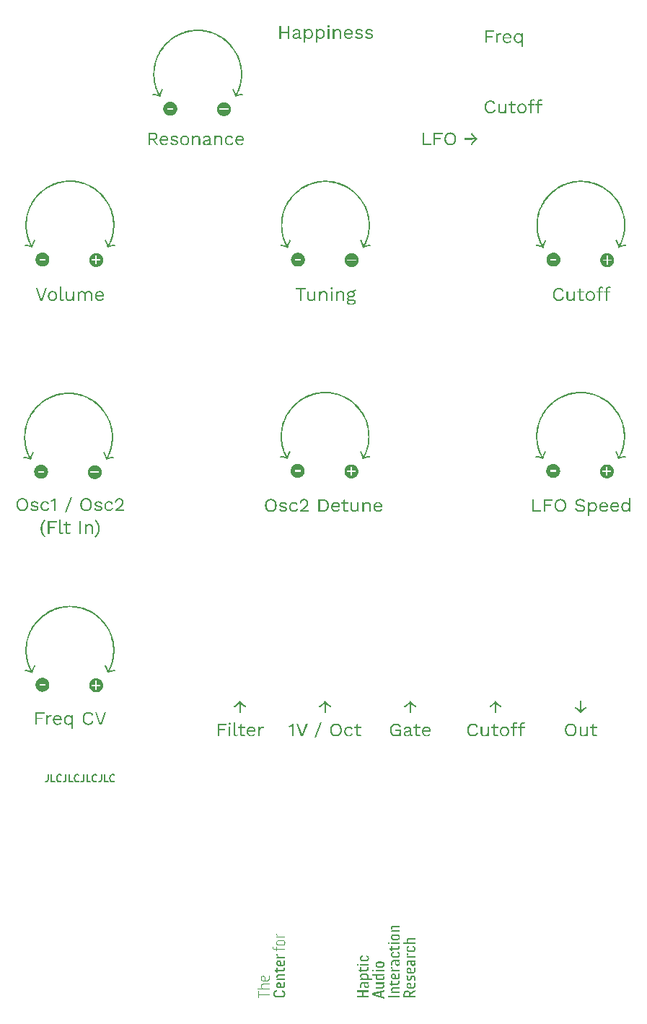
<source format=gbr>
%TF.GenerationSoftware,KiCad,Pcbnew,6.99.0-unknown-0ee7f8e2bd~162~ubuntu22.10.1*%
%TF.CreationDate,2022-11-30T23:28:57+01:00*%
%TF.ProjectId,frontpanel,66726f6e-7470-4616-9e65-6c2e6b696361,rev?*%
%TF.SameCoordinates,Original*%
%TF.FileFunction,Legend,Top*%
%TF.FilePolarity,Positive*%
%FSLAX46Y46*%
G04 Gerber Fmt 4.6, Leading zero omitted, Abs format (unit mm)*
G04 Created by KiCad (PCBNEW 6.99.0-unknown-0ee7f8e2bd~162~ubuntu22.10.1) date 2022-11-30 23:28:57*
%MOMM*%
%LPD*%
G01*
G04 APERTURE LIST*
%ADD10C,0.000000*%
%ADD11C,0.250000*%
%ADD12C,0.151000*%
%ADD13C,0.210000*%
G04 APERTURE END LIST*
D10*
D11*
G36*
X140893607Y-127861779D02*
G01*
X140870264Y-127877319D01*
X140847279Y-127892871D01*
X140824655Y-127908433D01*
X140802394Y-127924002D01*
X140780500Y-127939577D01*
X140758975Y-127955155D01*
X140737822Y-127970734D01*
X140717044Y-127986312D01*
X140696643Y-128001888D01*
X140676624Y-128017459D01*
X140656988Y-128033022D01*
X140637738Y-128048577D01*
X140618878Y-128064120D01*
X140600409Y-128079650D01*
X140582336Y-128095165D01*
X140564660Y-128110662D01*
X140547386Y-128126140D01*
X140530515Y-128141597D01*
X140514050Y-128157030D01*
X140497994Y-128172437D01*
X140482351Y-128187816D01*
X140467123Y-128203166D01*
X140452312Y-128218483D01*
X140437923Y-128233767D01*
X140423957Y-128249015D01*
X140410417Y-128264224D01*
X140397307Y-128279393D01*
X140384629Y-128294520D01*
X140372386Y-128309603D01*
X140360581Y-128324639D01*
X140349217Y-128339626D01*
X140338296Y-128354563D01*
X140339975Y-128335368D01*
X140341632Y-128315578D01*
X140343257Y-128295179D01*
X140344836Y-128274153D01*
X140346358Y-128252483D01*
X140347810Y-128230153D01*
X140349182Y-128207146D01*
X140350459Y-128183447D01*
X140351632Y-128159037D01*
X140352687Y-128133901D01*
X140353613Y-128108022D01*
X140354398Y-128081384D01*
X140355029Y-128053969D01*
X140355495Y-128025761D01*
X140355783Y-127996744D01*
X140355882Y-127966901D01*
X140355882Y-127171646D01*
X140176901Y-127171646D01*
X140176901Y-127966901D01*
X140177004Y-127996744D01*
X140177304Y-128025761D01*
X140177789Y-128053969D01*
X140178445Y-128081384D01*
X140179259Y-128108022D01*
X140180218Y-128133901D01*
X140181309Y-128159037D01*
X140182518Y-128183447D01*
X140183833Y-128207146D01*
X140185239Y-128230153D01*
X140186725Y-128252483D01*
X140188276Y-128274153D01*
X140189880Y-128295179D01*
X140191524Y-128315578D01*
X140193194Y-128335368D01*
X140194877Y-128354563D01*
X140183921Y-128339626D01*
X140172523Y-128324639D01*
X140160687Y-128309603D01*
X140148415Y-128294520D01*
X140135710Y-128279393D01*
X140122575Y-128264224D01*
X140109012Y-128249015D01*
X140095024Y-128233767D01*
X140080615Y-128218483D01*
X140065786Y-128203166D01*
X140050542Y-128187816D01*
X140034883Y-128172437D01*
X140018814Y-128157030D01*
X140002337Y-128141597D01*
X139985455Y-128126140D01*
X139968171Y-128110662D01*
X139950487Y-128095165D01*
X139932406Y-128079650D01*
X139913931Y-128064120D01*
X139895065Y-128048577D01*
X139875810Y-128033022D01*
X139856170Y-128017459D01*
X139836148Y-128001888D01*
X139815745Y-127986312D01*
X139794965Y-127970734D01*
X139773810Y-127955155D01*
X139752284Y-127939577D01*
X139730389Y-127924002D01*
X139708128Y-127908433D01*
X139685503Y-127892871D01*
X139662518Y-127877319D01*
X139639175Y-127861779D01*
X139522720Y-128002854D01*
X139555643Y-128023154D01*
X139587674Y-128043325D01*
X139618840Y-128063382D01*
X139649166Y-128083341D01*
X139678677Y-128103216D01*
X139707398Y-128123022D01*
X139735355Y-128142776D01*
X139762573Y-128162491D01*
X139789077Y-128182183D01*
X139814893Y-128201868D01*
X139840045Y-128221560D01*
X139864559Y-128241274D01*
X139888460Y-128261027D01*
X139911774Y-128280832D01*
X139934526Y-128300706D01*
X139956740Y-128320662D01*
X139978443Y-128340718D01*
X139999659Y-128360887D01*
X140020414Y-128381184D01*
X140040733Y-128401626D01*
X140060641Y-128422227D01*
X140080164Y-128443002D01*
X140099326Y-128463966D01*
X140118154Y-128485136D01*
X140136672Y-128506525D01*
X140154905Y-128528149D01*
X140172880Y-128550023D01*
X140190620Y-128572162D01*
X140208152Y-128594582D01*
X140225500Y-128617298D01*
X140242690Y-128640325D01*
X140259748Y-128663677D01*
X140273035Y-128663677D01*
X140290126Y-128640325D01*
X140307346Y-128617298D01*
X140324721Y-128594582D01*
X140342274Y-128572162D01*
X140360033Y-128550023D01*
X140378022Y-128528149D01*
X140396267Y-128506525D01*
X140414793Y-128485136D01*
X140433626Y-128463966D01*
X140452792Y-128443002D01*
X140472315Y-128422227D01*
X140492221Y-128401626D01*
X140512536Y-128381184D01*
X140533286Y-128360887D01*
X140554495Y-128340718D01*
X140576189Y-128320662D01*
X140598394Y-128300706D01*
X140621134Y-128280832D01*
X140644437Y-128261027D01*
X140668326Y-128241274D01*
X140692828Y-128221560D01*
X140717968Y-128201868D01*
X140743772Y-128182183D01*
X140770264Y-128162491D01*
X140797471Y-128142776D01*
X140825418Y-128123022D01*
X140854130Y-128103216D01*
X140883632Y-128083341D01*
X140913952Y-128063382D01*
X140945113Y-128043325D01*
X140977141Y-128023154D01*
X141010062Y-128002854D01*
X140893607Y-127861779D01*
G37*
G36*
X139144780Y-129838228D02*
G01*
X139182874Y-129840782D01*
X139220010Y-129845012D01*
X139256168Y-129850896D01*
X139291330Y-129858414D01*
X139325474Y-129867542D01*
X139358582Y-129878259D01*
X139390633Y-129890543D01*
X139421608Y-129904373D01*
X139451487Y-129919727D01*
X139480251Y-129936583D01*
X139507879Y-129954919D01*
X139534352Y-129974714D01*
X139559650Y-129995946D01*
X139583753Y-130018593D01*
X139606642Y-130042633D01*
X139628296Y-130068045D01*
X139648697Y-130094806D01*
X139667824Y-130122896D01*
X139685657Y-130152292D01*
X139702178Y-130182973D01*
X139717365Y-130214916D01*
X139731200Y-130248100D01*
X139743662Y-130282504D01*
X139754732Y-130318105D01*
X139764390Y-130354882D01*
X139772616Y-130392813D01*
X139779392Y-130431877D01*
X139784695Y-130472051D01*
X139788508Y-130513314D01*
X139790810Y-130555643D01*
X139791582Y-130599018D01*
X139790810Y-130642393D01*
X139788508Y-130684723D01*
X139784695Y-130725986D01*
X139779392Y-130766160D01*
X139772616Y-130805223D01*
X139764390Y-130843154D01*
X139754732Y-130879931D01*
X139743662Y-130915533D01*
X139731200Y-130949936D01*
X139717365Y-130983121D01*
X139702178Y-131015064D01*
X139685657Y-131045745D01*
X139667824Y-131075141D01*
X139648697Y-131103230D01*
X139628296Y-131129992D01*
X139606642Y-131155404D01*
X139583753Y-131179444D01*
X139559650Y-131202091D01*
X139534352Y-131223322D01*
X139507879Y-131243117D01*
X139480251Y-131261454D01*
X139451487Y-131278310D01*
X139421608Y-131293664D01*
X139390633Y-131307494D01*
X139358582Y-131319778D01*
X139325474Y-131330495D01*
X139291330Y-131339623D01*
X139256168Y-131347140D01*
X139220010Y-131353025D01*
X139182874Y-131357255D01*
X139144780Y-131359809D01*
X139105748Y-131360665D01*
X139066752Y-131359809D01*
X139028692Y-131357255D01*
X138991587Y-131353025D01*
X138955457Y-131347140D01*
X138920323Y-131339623D01*
X138886204Y-131330495D01*
X138853119Y-131319778D01*
X138821089Y-131307494D01*
X138790134Y-131293664D01*
X138760273Y-131278310D01*
X138731526Y-131261454D01*
X138703913Y-131243117D01*
X138677454Y-131223322D01*
X138652168Y-131202091D01*
X138628076Y-131179444D01*
X138605197Y-131155404D01*
X138583551Y-131129992D01*
X138563158Y-131103230D01*
X138544038Y-131075141D01*
X138526210Y-131045745D01*
X138509694Y-131015064D01*
X138494511Y-130983121D01*
X138480679Y-130949936D01*
X138468220Y-130915533D01*
X138457152Y-130879931D01*
X138447495Y-130843154D01*
X138439270Y-130805223D01*
X138432495Y-130766160D01*
X138427192Y-130725986D01*
X138423379Y-130684723D01*
X138421077Y-130642393D01*
X138420305Y-130599018D01*
X138608665Y-130599018D01*
X138609221Y-130633419D01*
X138610878Y-130666929D01*
X138613623Y-130699536D01*
X138617442Y-130731226D01*
X138622323Y-130761986D01*
X138628251Y-130791804D01*
X138635213Y-130820664D01*
X138643195Y-130848555D01*
X138652185Y-130875463D01*
X138662167Y-130901375D01*
X138673130Y-130926278D01*
X138685059Y-130950158D01*
X138697941Y-130973002D01*
X138711762Y-130994797D01*
X138726509Y-131015530D01*
X138742168Y-131035187D01*
X138758726Y-131053756D01*
X138776170Y-131071222D01*
X138794485Y-131087573D01*
X138813658Y-131102796D01*
X138833675Y-131116877D01*
X138854524Y-131129803D01*
X138876190Y-131141561D01*
X138898661Y-131152137D01*
X138921922Y-131161518D01*
X138945960Y-131169692D01*
X138970762Y-131176645D01*
X138996313Y-131182363D01*
X139022601Y-131186833D01*
X139049612Y-131190043D01*
X139077332Y-131191978D01*
X139105748Y-131192626D01*
X139134200Y-131191978D01*
X139161954Y-131190043D01*
X139188996Y-131186833D01*
X139215313Y-131182363D01*
X139240891Y-131176645D01*
X139265718Y-131169692D01*
X139289779Y-131161518D01*
X139313062Y-131152137D01*
X139335552Y-131141561D01*
X139357236Y-131129803D01*
X139378102Y-131116877D01*
X139398135Y-131102796D01*
X139417321Y-131087573D01*
X139435648Y-131071222D01*
X139453102Y-131053756D01*
X139469670Y-131035187D01*
X139485338Y-131015530D01*
X139500093Y-130994797D01*
X139513920Y-130973002D01*
X139526808Y-130950158D01*
X139538742Y-130926278D01*
X139549708Y-130901375D01*
X139559694Y-130875463D01*
X139568686Y-130848555D01*
X139576671Y-130820664D01*
X139583634Y-130791804D01*
X139589563Y-130761986D01*
X139594445Y-130731226D01*
X139598265Y-130699536D01*
X139601010Y-130666929D01*
X139602667Y-130633419D01*
X139603222Y-130599018D01*
X139602667Y-130564583D01*
X139601010Y-130531043D01*
X139598265Y-130498410D01*
X139594445Y-130466698D01*
X139589563Y-130435920D01*
X139583634Y-130406088D01*
X139576671Y-130377216D01*
X139568686Y-130349317D01*
X139559694Y-130322403D01*
X139549708Y-130296488D01*
X139538742Y-130271585D01*
X139526808Y-130247707D01*
X139513920Y-130224867D01*
X139500093Y-130203077D01*
X139485338Y-130182352D01*
X139469670Y-130162703D01*
X139453102Y-130144144D01*
X139435648Y-130126688D01*
X139417321Y-130110349D01*
X139398135Y-130095138D01*
X139378102Y-130081069D01*
X139357236Y-130068155D01*
X139335552Y-130056410D01*
X139313062Y-130045845D01*
X139289779Y-130036474D01*
X139265718Y-130028311D01*
X139240891Y-130021368D01*
X139215313Y-130015658D01*
X139188996Y-130011194D01*
X139161954Y-130007990D01*
X139134200Y-130006058D01*
X139105748Y-130005411D01*
X139077332Y-130006058D01*
X139049612Y-130007990D01*
X139022601Y-130011194D01*
X138996313Y-130015658D01*
X138970762Y-130021368D01*
X138945960Y-130028311D01*
X138921922Y-130036474D01*
X138898661Y-130045845D01*
X138876190Y-130056410D01*
X138854524Y-130068155D01*
X138833675Y-130081069D01*
X138813658Y-130095138D01*
X138794485Y-130110349D01*
X138776170Y-130126688D01*
X138758726Y-130144144D01*
X138742168Y-130162703D01*
X138726509Y-130182352D01*
X138711762Y-130203077D01*
X138697941Y-130224867D01*
X138685059Y-130247707D01*
X138673130Y-130271585D01*
X138662167Y-130296488D01*
X138652185Y-130322403D01*
X138643195Y-130349317D01*
X138635213Y-130377216D01*
X138628251Y-130406088D01*
X138622323Y-130435920D01*
X138617442Y-130466698D01*
X138613623Y-130498410D01*
X138610878Y-130531043D01*
X138609221Y-130564583D01*
X138608665Y-130599018D01*
X138420305Y-130599018D01*
X138421077Y-130555643D01*
X138423379Y-130513314D01*
X138427192Y-130472051D01*
X138432495Y-130431877D01*
X138439270Y-130392813D01*
X138447495Y-130354882D01*
X138457152Y-130318105D01*
X138468220Y-130282504D01*
X138480679Y-130248100D01*
X138494511Y-130214916D01*
X138509694Y-130182973D01*
X138526210Y-130152292D01*
X138544038Y-130122896D01*
X138563158Y-130094806D01*
X138583551Y-130068045D01*
X138605197Y-130042633D01*
X138628076Y-130018593D01*
X138652168Y-129995946D01*
X138677454Y-129974714D01*
X138703913Y-129954919D01*
X138731526Y-129936583D01*
X138760273Y-129919727D01*
X138790134Y-129904373D01*
X138821089Y-129890543D01*
X138853119Y-129878259D01*
X138886204Y-129867542D01*
X138920323Y-129858414D01*
X138955457Y-129850896D01*
X138991587Y-129845012D01*
X139028692Y-129840782D01*
X139066752Y-129838228D01*
X139105748Y-129837371D01*
X139144780Y-129838228D01*
G37*
G36*
X140557528Y-131360665D02*
G01*
X140574212Y-131360494D01*
X140590631Y-131359978D01*
X140606782Y-131359115D01*
X140622664Y-131357901D01*
X140638274Y-131356332D01*
X140668671Y-131352118D01*
X140697956Y-131346448D01*
X140726114Y-131339294D01*
X140753127Y-131330631D01*
X140778978Y-131320431D01*
X140803652Y-131308670D01*
X140827132Y-131295320D01*
X140849400Y-131280355D01*
X140870441Y-131263749D01*
X140890238Y-131245476D01*
X140908774Y-131225508D01*
X140926032Y-131203821D01*
X140941997Y-131180387D01*
X140949489Y-131168006D01*
X140960822Y-131338000D01*
X141117528Y-131338000D01*
X141117528Y-130218000D01*
X140938547Y-130218000D01*
X140938547Y-130827630D01*
X140938060Y-130851952D01*
X140936619Y-130875390D01*
X140934254Y-130897953D01*
X140930998Y-130919647D01*
X140926880Y-130940479D01*
X140921932Y-130960457D01*
X140916183Y-130979588D01*
X140909665Y-130997879D01*
X140902409Y-131015338D01*
X140894445Y-131031972D01*
X140885804Y-131047788D01*
X140876517Y-131062794D01*
X140866614Y-131076997D01*
X140856127Y-131090404D01*
X140845086Y-131103022D01*
X140833522Y-131114859D01*
X140821466Y-131125922D01*
X140808948Y-131136219D01*
X140796000Y-131145756D01*
X140782651Y-131154541D01*
X140768933Y-131162581D01*
X140754877Y-131169884D01*
X140740513Y-131176457D01*
X140725872Y-131182307D01*
X140710985Y-131187441D01*
X140695883Y-131191867D01*
X140680596Y-131195592D01*
X140665155Y-131198624D01*
X140649591Y-131200969D01*
X140633935Y-131202635D01*
X140618217Y-131203629D01*
X140602469Y-131203959D01*
X140585878Y-131203753D01*
X140569740Y-131203122D01*
X140554061Y-131202051D01*
X140524098Y-131198523D01*
X140496025Y-131193037D01*
X140469882Y-131185461D01*
X140445707Y-131175665D01*
X140423538Y-131163518D01*
X140403413Y-131148889D01*
X140385371Y-131131646D01*
X140369451Y-131111659D01*
X140355689Y-131088795D01*
X140344126Y-131062926D01*
X140334799Y-131033918D01*
X140330986Y-131018196D01*
X140327747Y-131001641D01*
X140325086Y-130984236D01*
X140323008Y-130965964D01*
X140321517Y-130946810D01*
X140320620Y-130926756D01*
X140320319Y-130905787D01*
X140320319Y-130218000D01*
X140140947Y-130218000D01*
X140140947Y-130953073D01*
X140141526Y-130980029D01*
X140143239Y-131005950D01*
X140146053Y-131030849D01*
X140149935Y-131054736D01*
X140154853Y-131077624D01*
X140160772Y-131099523D01*
X140167660Y-131120447D01*
X140175483Y-131140407D01*
X140184209Y-131159414D01*
X140193803Y-131177480D01*
X140204233Y-131194618D01*
X140215466Y-131210838D01*
X140227468Y-131226152D01*
X140240206Y-131240572D01*
X140253647Y-131254110D01*
X140267758Y-131266778D01*
X140282506Y-131278587D01*
X140297856Y-131289550D01*
X140313778Y-131299677D01*
X140330235Y-131308980D01*
X140347197Y-131317472D01*
X140364629Y-131325164D01*
X140382499Y-131332068D01*
X140400773Y-131338195D01*
X140419417Y-131343557D01*
X140438400Y-131348166D01*
X140457687Y-131352034D01*
X140477245Y-131355173D01*
X140497042Y-131357593D01*
X140517043Y-131359308D01*
X140537216Y-131360328D01*
X140557528Y-131360665D01*
G37*
G36*
X142205874Y-130218000D02*
G01*
X141798282Y-130218000D01*
X141798282Y-129899898D01*
X141618910Y-129949137D01*
X141618910Y-130218000D01*
X141394988Y-130218000D01*
X141394988Y-130372752D01*
X141618910Y-130372752D01*
X141618910Y-131060540D01*
X141619553Y-131080517D01*
X141621028Y-131099717D01*
X141623312Y-131118147D01*
X141626384Y-131135818D01*
X141630221Y-131152740D01*
X141634801Y-131168920D01*
X141640101Y-131184370D01*
X141646100Y-131199099D01*
X141660103Y-131226428D01*
X141676633Y-131250985D01*
X141695510Y-131272844D01*
X141716558Y-131292082D01*
X141739598Y-131308773D01*
X141764452Y-131322994D01*
X141790942Y-131334819D01*
X141818890Y-131344325D01*
X141848117Y-131351587D01*
X141878447Y-131356681D01*
X141909701Y-131359682D01*
X141925619Y-131360421D01*
X141941701Y-131360665D01*
X141964418Y-131360220D01*
X141986415Y-131358898D01*
X142007706Y-131356719D01*
X142028303Y-131353704D01*
X142048221Y-131349875D01*
X142067471Y-131345250D01*
X142086068Y-131339852D01*
X142104025Y-131333701D01*
X142121354Y-131326817D01*
X142138068Y-131319220D01*
X142154182Y-131310932D01*
X142169708Y-131301974D01*
X142184659Y-131292365D01*
X142199048Y-131282126D01*
X142212889Y-131271278D01*
X142226195Y-131259842D01*
X142163278Y-131109779D01*
X142148676Y-131123742D01*
X142133593Y-131136580D01*
X142117919Y-131148237D01*
X142101543Y-131158661D01*
X142084356Y-131167797D01*
X142066248Y-131175591D01*
X142047108Y-131181988D01*
X142026826Y-131186935D01*
X142005292Y-131190378D01*
X141982396Y-131192262D01*
X141966321Y-131192626D01*
X141948205Y-131191994D01*
X141930826Y-131190094D01*
X141914244Y-131186925D01*
X141898519Y-131182484D01*
X141883709Y-131176767D01*
X141863343Y-131165794D01*
X141845372Y-131151935D01*
X141829997Y-131135181D01*
X141817420Y-131115522D01*
X141810689Y-131100797D01*
X141805350Y-131084774D01*
X141801463Y-131067449D01*
X141799087Y-131048821D01*
X141798282Y-131028886D01*
X141798282Y-130372752D01*
X142205874Y-130372752D01*
X142205874Y-130218000D01*
G37*
G36*
X130118706Y-48683685D02*
G01*
X130118706Y-48515646D01*
X129083898Y-48515646D01*
X129083898Y-49994000D01*
X129262879Y-49994000D01*
X129262879Y-49328877D01*
X129930346Y-49328877D01*
X129930346Y-49160838D01*
X129262879Y-49160838D01*
X129262879Y-48683685D01*
X130118706Y-48683685D01*
G37*
G36*
X130324260Y-49994000D02*
G01*
X130503242Y-49994000D01*
X130503242Y-49389450D01*
X130503716Y-49366316D01*
X130505115Y-49343953D01*
X130507405Y-49322360D01*
X130510553Y-49301533D01*
X130514523Y-49281470D01*
X130519282Y-49262170D01*
X130524796Y-49243628D01*
X130531030Y-49225844D01*
X130537951Y-49208813D01*
X130545524Y-49192535D01*
X130553715Y-49177007D01*
X130562490Y-49162226D01*
X130571814Y-49148189D01*
X130581655Y-49134895D01*
X130591977Y-49122341D01*
X130602746Y-49110524D01*
X130613929Y-49099442D01*
X130637398Y-49079474D01*
X130662110Y-49062417D01*
X130687793Y-49048251D01*
X130714174Y-49036957D01*
X130740979Y-49028515D01*
X130767935Y-49022907D01*
X130794770Y-49020112D01*
X130808057Y-49019764D01*
X130827153Y-49019937D01*
X130844353Y-49020451D01*
X130864688Y-49021650D01*
X130882499Y-49023415D01*
X130898273Y-49025722D01*
X130915864Y-49029334D01*
X130931978Y-49033714D01*
X130944442Y-49037740D01*
X130976096Y-48874000D01*
X130959145Y-48866539D01*
X130944169Y-48861869D01*
X130928332Y-48858234D01*
X130912001Y-48855524D01*
X130895541Y-48853629D01*
X130879319Y-48852440D01*
X130859935Y-48851777D01*
X130852607Y-48851725D01*
X130836388Y-48851928D01*
X130820487Y-48852539D01*
X130789636Y-48854980D01*
X130760061Y-48859043D01*
X130731767Y-48864724D01*
X130704761Y-48872020D01*
X130679046Y-48880926D01*
X130654630Y-48891438D01*
X130631518Y-48903553D01*
X130609716Y-48917266D01*
X130589229Y-48932573D01*
X130570063Y-48949470D01*
X130552225Y-48967954D01*
X130535719Y-48988019D01*
X130520551Y-49009663D01*
X130506727Y-49032882D01*
X130494254Y-49057670D01*
X130469634Y-48874000D01*
X130324260Y-48874000D01*
X130324260Y-49994000D01*
G37*
G36*
X131687051Y-48852369D02*
G01*
X131715296Y-48854283D01*
X131742746Y-48857438D01*
X131769393Y-48861806D01*
X131795228Y-48867357D01*
X131820242Y-48874064D01*
X131844426Y-48881897D01*
X131867771Y-48890828D01*
X131890269Y-48900828D01*
X131911910Y-48911869D01*
X131932685Y-48923923D01*
X131952586Y-48936959D01*
X131971603Y-48950951D01*
X131989727Y-48965868D01*
X132006950Y-48981684D01*
X132023263Y-48998368D01*
X132038656Y-49015893D01*
X132053121Y-49034229D01*
X132066649Y-49053348D01*
X132079230Y-49073222D01*
X132090856Y-49093822D01*
X132101519Y-49115119D01*
X132111208Y-49137085D01*
X132119916Y-49159690D01*
X132127632Y-49182907D01*
X132134349Y-49206707D01*
X132140057Y-49231061D01*
X132144747Y-49255940D01*
X132148410Y-49281317D01*
X132151038Y-49307161D01*
X132152621Y-49333445D01*
X132153151Y-49360140D01*
X132152941Y-49379059D01*
X132152351Y-49397107D01*
X132151440Y-49414257D01*
X132150269Y-49430482D01*
X132148528Y-49449421D01*
X132146589Y-49466818D01*
X132144163Y-49485584D01*
X131299669Y-49485584D01*
X131301700Y-49507356D01*
X131304416Y-49528557D01*
X131307810Y-49549179D01*
X131311874Y-49569214D01*
X131316599Y-49588654D01*
X131321978Y-49607492D01*
X131328002Y-49625719D01*
X131334663Y-49643328D01*
X131341953Y-49660310D01*
X131349864Y-49676659D01*
X131358388Y-49692365D01*
X131367517Y-49707422D01*
X131377243Y-49721821D01*
X131387557Y-49735554D01*
X131398452Y-49748613D01*
X131409920Y-49760992D01*
X131421952Y-49772681D01*
X131434540Y-49783673D01*
X131447677Y-49793960D01*
X131461354Y-49803534D01*
X131475563Y-49812388D01*
X131490295Y-49820513D01*
X131505544Y-49827901D01*
X131521301Y-49834546D01*
X131537557Y-49840438D01*
X131554305Y-49845569D01*
X131571537Y-49849934D01*
X131589244Y-49853522D01*
X131607418Y-49856326D01*
X131626052Y-49858339D01*
X131645137Y-49859553D01*
X131664665Y-49859959D01*
X131694609Y-49859178D01*
X131723066Y-49856860D01*
X131750079Y-49853045D01*
X131775692Y-49847771D01*
X131799947Y-49841078D01*
X131822887Y-49833004D01*
X131844554Y-49823588D01*
X131864993Y-49812869D01*
X131884246Y-49800886D01*
X131902356Y-49787678D01*
X131919365Y-49773284D01*
X131935317Y-49757743D01*
X131950254Y-49741094D01*
X131964221Y-49723375D01*
X131977258Y-49704626D01*
X131989411Y-49684886D01*
X132130876Y-49768124D01*
X132122673Y-49782211D01*
X132114041Y-49795967D01*
X132104981Y-49809381D01*
X132095497Y-49822449D01*
X132085592Y-49835161D01*
X132075269Y-49847510D01*
X132064530Y-49859489D01*
X132053378Y-49871090D01*
X132041816Y-49882306D01*
X132029847Y-49893130D01*
X132017474Y-49903553D01*
X132004700Y-49913568D01*
X131991528Y-49923168D01*
X131977959Y-49932345D01*
X131963998Y-49941092D01*
X131949648Y-49949401D01*
X131934910Y-49957264D01*
X131919788Y-49964675D01*
X131904285Y-49971625D01*
X131888404Y-49978108D01*
X131872147Y-49984115D01*
X131855517Y-49989639D01*
X131838518Y-49994672D01*
X131821152Y-49999208D01*
X131803421Y-50003238D01*
X131785330Y-50006755D01*
X131766880Y-50009752D01*
X131748074Y-50012221D01*
X131728916Y-50014154D01*
X131709408Y-50015544D01*
X131689553Y-50016384D01*
X131669355Y-50016665D01*
X131639593Y-50016024D01*
X131610407Y-50014110D01*
X131581821Y-50010937D01*
X131553860Y-50006519D01*
X131526547Y-50000870D01*
X131499907Y-49994004D01*
X131473964Y-49985935D01*
X131448742Y-49976677D01*
X131424266Y-49966243D01*
X131400559Y-49954648D01*
X131377645Y-49941906D01*
X131355550Y-49928030D01*
X131334297Y-49913035D01*
X131313909Y-49896935D01*
X131294413Y-49879743D01*
X131275831Y-49861473D01*
X131258187Y-49842140D01*
X131241507Y-49821757D01*
X131225814Y-49800339D01*
X131211132Y-49777899D01*
X131197486Y-49754451D01*
X131184900Y-49730009D01*
X131173397Y-49704587D01*
X131163003Y-49678200D01*
X131153741Y-49650860D01*
X131145635Y-49622582D01*
X131138710Y-49593381D01*
X131132990Y-49563269D01*
X131128499Y-49532261D01*
X131125261Y-49500371D01*
X131123300Y-49467612D01*
X131122642Y-49434000D01*
X131123293Y-49400422D01*
X131125232Y-49367697D01*
X131128433Y-49335838D01*
X131129766Y-49326533D01*
X131306312Y-49326533D01*
X131973779Y-49326533D01*
X131972803Y-49307707D01*
X131971129Y-49289408D01*
X131968768Y-49271640D01*
X131965733Y-49254408D01*
X131962034Y-49237718D01*
X131957682Y-49221572D01*
X131952691Y-49205976D01*
X131947071Y-49190935D01*
X131933991Y-49162536D01*
X131918536Y-49136410D01*
X131900798Y-49112596D01*
X131880869Y-49091131D01*
X131858843Y-49072052D01*
X131834812Y-49055396D01*
X131808870Y-49041201D01*
X131781108Y-49029503D01*
X131751620Y-49020340D01*
X131736257Y-49016720D01*
X131720498Y-49013748D01*
X131704353Y-49011429D01*
X131687835Y-49009766D01*
X131670954Y-49008765D01*
X131653723Y-49008431D01*
X131636243Y-49008771D01*
X131619124Y-49009788D01*
X131602374Y-49011476D01*
X131585998Y-49013829D01*
X131570003Y-49016841D01*
X131554396Y-49020507D01*
X131524372Y-49029778D01*
X131495979Y-49041594D01*
X131469268Y-49055912D01*
X131444293Y-49072683D01*
X131421106Y-49091864D01*
X131399761Y-49113408D01*
X131380309Y-49137269D01*
X131371309Y-49150054D01*
X131362803Y-49163401D01*
X131354796Y-49177305D01*
X131347296Y-49191759D01*
X131340309Y-49206759D01*
X131333841Y-49222297D01*
X131327899Y-49238370D01*
X131322490Y-49254969D01*
X131317620Y-49272091D01*
X131313296Y-49289730D01*
X131309525Y-49307879D01*
X131306312Y-49326533D01*
X131129766Y-49326533D01*
X131132871Y-49304859D01*
X131138522Y-49274774D01*
X131145359Y-49245598D01*
X131153359Y-49217343D01*
X131162496Y-49190025D01*
X131172745Y-49163657D01*
X131184081Y-49138254D01*
X131196480Y-49113829D01*
X131209916Y-49090396D01*
X131224365Y-49067969D01*
X131239801Y-49046563D01*
X131256199Y-49026191D01*
X131273535Y-49006868D01*
X131291783Y-48988607D01*
X131310919Y-48971422D01*
X131330917Y-48955328D01*
X131351753Y-48940339D01*
X131373401Y-48926468D01*
X131395837Y-48913730D01*
X131419036Y-48902138D01*
X131442972Y-48891707D01*
X131467621Y-48882451D01*
X131492958Y-48874383D01*
X131518957Y-48867518D01*
X131545595Y-48861870D01*
X131572845Y-48857452D01*
X131600682Y-48854280D01*
X131629083Y-48852366D01*
X131658022Y-48851725D01*
X131687051Y-48852369D01*
G37*
G36*
X132976491Y-48852661D02*
G01*
X133005723Y-48855446D01*
X133034433Y-48860040D01*
X133062516Y-48866404D01*
X133089866Y-48874498D01*
X133116378Y-48884285D01*
X133141946Y-48895725D01*
X133166466Y-48908780D01*
X133189831Y-48923409D01*
X133211938Y-48939576D01*
X133232679Y-48957239D01*
X133251951Y-48976362D01*
X133269647Y-48996904D01*
X133285662Y-49018826D01*
X133299892Y-49042091D01*
X133312230Y-49066658D01*
X133323172Y-48874000D01*
X133480269Y-48874000D01*
X133480269Y-50464509D01*
X133300897Y-50464509D01*
X133300897Y-49808375D01*
X133287389Y-49832868D01*
X133272137Y-49855921D01*
X133255234Y-49877516D01*
X133236777Y-49897633D01*
X133216862Y-49916253D01*
X133195583Y-49933356D01*
X133173037Y-49948922D01*
X133149320Y-49962932D01*
X133124526Y-49975367D01*
X133098752Y-49986207D01*
X133072092Y-49995432D01*
X133044643Y-50003024D01*
X133016501Y-50008963D01*
X132987760Y-50013229D01*
X132958517Y-50015803D01*
X132928866Y-50016665D01*
X132902989Y-50016031D01*
X132877406Y-50014136D01*
X132852151Y-50010993D01*
X132827258Y-50006615D01*
X132802763Y-50001015D01*
X132778699Y-49994205D01*
X132755102Y-49986198D01*
X132732006Y-49977006D01*
X132709447Y-49966643D01*
X132687457Y-49955120D01*
X132666073Y-49942451D01*
X132645328Y-49928649D01*
X132625257Y-49913725D01*
X132605896Y-49897692D01*
X132587278Y-49880564D01*
X132569438Y-49862353D01*
X132552412Y-49843071D01*
X132536232Y-49822731D01*
X132520935Y-49801346D01*
X132506555Y-49778929D01*
X132493126Y-49755492D01*
X132480683Y-49731048D01*
X132469261Y-49705609D01*
X132458894Y-49679189D01*
X132449617Y-49651799D01*
X132441465Y-49623453D01*
X132434472Y-49594163D01*
X132428672Y-49563942D01*
X132424101Y-49532802D01*
X132420793Y-49500757D01*
X132418783Y-49467819D01*
X132418106Y-49434000D01*
X132597478Y-49434000D01*
X132597851Y-49457914D01*
X132598967Y-49481287D01*
X132600819Y-49504105D01*
X132603401Y-49526354D01*
X132606707Y-49548018D01*
X132610731Y-49569085D01*
X132615466Y-49589539D01*
X132620907Y-49609366D01*
X132627046Y-49628552D01*
X132633878Y-49647082D01*
X132641396Y-49664943D01*
X132649595Y-49682120D01*
X132658468Y-49698598D01*
X132668009Y-49714364D01*
X132678211Y-49729402D01*
X132689069Y-49743699D01*
X132700575Y-49757241D01*
X132712725Y-49770013D01*
X132725512Y-49782000D01*
X132738928Y-49793189D01*
X132752970Y-49803565D01*
X132767629Y-49813114D01*
X132782900Y-49821821D01*
X132798776Y-49829673D01*
X132815252Y-49836654D01*
X132832321Y-49842751D01*
X132849977Y-49847950D01*
X132868214Y-49852235D01*
X132887025Y-49855593D01*
X132906404Y-49858009D01*
X132926345Y-49859469D01*
X132946842Y-49859959D01*
X132966390Y-49859469D01*
X132985530Y-49858007D01*
X133004249Y-49855587D01*
X133022531Y-49852222D01*
X133040364Y-49847924D01*
X133057733Y-49842708D01*
X133074625Y-49836585D01*
X133091025Y-49829569D01*
X133106920Y-49821674D01*
X133122295Y-49812911D01*
X133137137Y-49803295D01*
X133151432Y-49792839D01*
X133165165Y-49781555D01*
X133178323Y-49769456D01*
X133190892Y-49756557D01*
X133202858Y-49742869D01*
X133214207Y-49728406D01*
X133224924Y-49713181D01*
X133234997Y-49697207D01*
X133244410Y-49680498D01*
X133253151Y-49663065D01*
X133261205Y-49644924D01*
X133268558Y-49626085D01*
X133275196Y-49606563D01*
X133281106Y-49586371D01*
X133286273Y-49565522D01*
X133290683Y-49544028D01*
X133294323Y-49521903D01*
X133297178Y-49499161D01*
X133299235Y-49475813D01*
X133300479Y-49451874D01*
X133300897Y-49427356D01*
X133300493Y-49402499D01*
X133299287Y-49378344D01*
X133297294Y-49354897D01*
X133294524Y-49332162D01*
X133290991Y-49310147D01*
X133286706Y-49288857D01*
X133281681Y-49268297D01*
X133275929Y-49248473D01*
X133269462Y-49229391D01*
X133262293Y-49211056D01*
X133254433Y-49193475D01*
X133245894Y-49176653D01*
X133236690Y-49160596D01*
X133226832Y-49145309D01*
X133216332Y-49130799D01*
X133205203Y-49117070D01*
X133193456Y-49104129D01*
X133181105Y-49091982D01*
X133168162Y-49080633D01*
X133154637Y-49070090D01*
X133140545Y-49060357D01*
X133125897Y-49051440D01*
X133110705Y-49043346D01*
X133094982Y-49036079D01*
X133078739Y-49029646D01*
X133061990Y-49024052D01*
X133044746Y-49019302D01*
X133027019Y-49015404D01*
X133008822Y-49012362D01*
X132990167Y-49010182D01*
X132971066Y-49008869D01*
X132951532Y-49008431D01*
X132930987Y-49008921D01*
X132910977Y-49010381D01*
X132891508Y-49012797D01*
X132872590Y-49016154D01*
X132854229Y-49020439D01*
X132836433Y-49025636D01*
X132819210Y-49031731D01*
X132802568Y-49038711D01*
X132786515Y-49046560D01*
X132771057Y-49055264D01*
X132756204Y-49064809D01*
X132741962Y-49075180D01*
X132728340Y-49086363D01*
X132715345Y-49098344D01*
X132702985Y-49111108D01*
X132691267Y-49124642D01*
X132680199Y-49138929D01*
X132669790Y-49153957D01*
X132660046Y-49169710D01*
X132650976Y-49186175D01*
X132642587Y-49203336D01*
X132634887Y-49221180D01*
X132627883Y-49239693D01*
X132621584Y-49258859D01*
X132615997Y-49278665D01*
X132611130Y-49299095D01*
X132606991Y-49320137D01*
X132603587Y-49341774D01*
X132600925Y-49363994D01*
X132599015Y-49386781D01*
X132597863Y-49410121D01*
X132597478Y-49434000D01*
X132418106Y-49434000D01*
X132418828Y-49399631D01*
X132420970Y-49366216D01*
X132424490Y-49333762D01*
X132429348Y-49302279D01*
X132435506Y-49271775D01*
X132442923Y-49242260D01*
X132451558Y-49213743D01*
X132461373Y-49186233D01*
X132472327Y-49159740D01*
X132484380Y-49134271D01*
X132497493Y-49109837D01*
X132511625Y-49086446D01*
X132526736Y-49064107D01*
X132542787Y-49042830D01*
X132559737Y-49022624D01*
X132577547Y-49003497D01*
X132596177Y-48985459D01*
X132615587Y-48968519D01*
X132635736Y-48952686D01*
X132656586Y-48937969D01*
X132678095Y-48924377D01*
X132700225Y-48911919D01*
X132722935Y-48900605D01*
X132746185Y-48890443D01*
X132769935Y-48881443D01*
X132794146Y-48873613D01*
X132818777Y-48866963D01*
X132843789Y-48861501D01*
X132869141Y-48857238D01*
X132894794Y-48854181D01*
X132920708Y-48852340D01*
X132946842Y-48851725D01*
X132976491Y-48852661D01*
G37*
G36*
X99643175Y-127960258D02*
G01*
X99666518Y-127944717D01*
X99689503Y-127929165D01*
X99712128Y-127913604D01*
X99734389Y-127898035D01*
X99756284Y-127882460D01*
X99777810Y-127866882D01*
X99798965Y-127851303D01*
X99819745Y-127835724D01*
X99840148Y-127820149D01*
X99860170Y-127804578D01*
X99879810Y-127789015D01*
X99899065Y-127773460D01*
X99917931Y-127757917D01*
X99936406Y-127742386D01*
X99954487Y-127726872D01*
X99972171Y-127711374D01*
X99989455Y-127695896D01*
X100006337Y-127680440D01*
X100022814Y-127665007D01*
X100038883Y-127649600D01*
X100054542Y-127634221D01*
X100069786Y-127618871D01*
X100084615Y-127603553D01*
X100099024Y-127588270D01*
X100113012Y-127573022D01*
X100126575Y-127557813D01*
X100139710Y-127542644D01*
X100152415Y-127527517D01*
X100164687Y-127512434D01*
X100176523Y-127497398D01*
X100187921Y-127482410D01*
X100198877Y-127467473D01*
X100197194Y-127486669D01*
X100195524Y-127506458D01*
X100193880Y-127526855D01*
X100192276Y-127547878D01*
X100190725Y-127569542D01*
X100189239Y-127591863D01*
X100187833Y-127614857D01*
X100186518Y-127638541D01*
X100185309Y-127662930D01*
X100184218Y-127688040D01*
X100183259Y-127713887D01*
X100182445Y-127740488D01*
X100181789Y-127767858D01*
X100181304Y-127796014D01*
X100181004Y-127824970D01*
X100180901Y-127854745D01*
X100180901Y-128650000D01*
X100359882Y-128650000D01*
X100359882Y-127854745D01*
X100359783Y-127824970D01*
X100359495Y-127796014D01*
X100359029Y-127767858D01*
X100358398Y-127740488D01*
X100357613Y-127713887D01*
X100356687Y-127688040D01*
X100355632Y-127662930D01*
X100354459Y-127638541D01*
X100353182Y-127614857D01*
X100351810Y-127591863D01*
X100350358Y-127569542D01*
X100348836Y-127547878D01*
X100347257Y-127526855D01*
X100345632Y-127506458D01*
X100343975Y-127486669D01*
X100342296Y-127467473D01*
X100353217Y-127482410D01*
X100364581Y-127497398D01*
X100376386Y-127512434D01*
X100388629Y-127527517D01*
X100401307Y-127542644D01*
X100414417Y-127557813D01*
X100427957Y-127573022D01*
X100441923Y-127588270D01*
X100456312Y-127603553D01*
X100471123Y-127618871D01*
X100486351Y-127634221D01*
X100501994Y-127649600D01*
X100518050Y-127665007D01*
X100534515Y-127680440D01*
X100551386Y-127695896D01*
X100568660Y-127711374D01*
X100586336Y-127726872D01*
X100604409Y-127742386D01*
X100622878Y-127757917D01*
X100641738Y-127773460D01*
X100660988Y-127789015D01*
X100680624Y-127804578D01*
X100700643Y-127820149D01*
X100721044Y-127835724D01*
X100741822Y-127851303D01*
X100762975Y-127866882D01*
X100784500Y-127882460D01*
X100806394Y-127898035D01*
X100828655Y-127913604D01*
X100851279Y-127929165D01*
X100874264Y-127944717D01*
X100897607Y-127960258D01*
X101014062Y-127819183D01*
X100981141Y-127798883D01*
X100949113Y-127778712D01*
X100917952Y-127758654D01*
X100887632Y-127738696D01*
X100858130Y-127718821D01*
X100829418Y-127699014D01*
X100801471Y-127679261D01*
X100774264Y-127659546D01*
X100747772Y-127639854D01*
X100721968Y-127620169D01*
X100696828Y-127600477D01*
X100672326Y-127580762D01*
X100648437Y-127561010D01*
X100625134Y-127541205D01*
X100602394Y-127521331D01*
X100580189Y-127501374D01*
X100558495Y-127481319D01*
X100537286Y-127461150D01*
X100516536Y-127440852D01*
X100496221Y-127420411D01*
X100476315Y-127399810D01*
X100456792Y-127379035D01*
X100437626Y-127358070D01*
X100418793Y-127336901D01*
X100400267Y-127315512D01*
X100382022Y-127293888D01*
X100364033Y-127272014D01*
X100346274Y-127249874D01*
X100328721Y-127227454D01*
X100311346Y-127204739D01*
X100294126Y-127181712D01*
X100277035Y-127158360D01*
X100263748Y-127158360D01*
X100246690Y-127181712D01*
X100229500Y-127204739D01*
X100212152Y-127227454D01*
X100194620Y-127249874D01*
X100176880Y-127272014D01*
X100158905Y-127293888D01*
X100140672Y-127315512D01*
X100122154Y-127336901D01*
X100103326Y-127358070D01*
X100084164Y-127379035D01*
X100064641Y-127399810D01*
X100044733Y-127420411D01*
X100024414Y-127440852D01*
X100003659Y-127461150D01*
X99982443Y-127481319D01*
X99960740Y-127501374D01*
X99938526Y-127521331D01*
X99915774Y-127541205D01*
X99892460Y-127561010D01*
X99868559Y-127580762D01*
X99844045Y-127600477D01*
X99818893Y-127620169D01*
X99793077Y-127639854D01*
X99766573Y-127659546D01*
X99739355Y-127679261D01*
X99711398Y-127699014D01*
X99682677Y-127718821D01*
X99653166Y-127738696D01*
X99622840Y-127758654D01*
X99591674Y-127778712D01*
X99559643Y-127798883D01*
X99526720Y-127819183D01*
X99643175Y-127960258D01*
G37*
G36*
X98675192Y-130027685D02*
G01*
X98675192Y-129859646D01*
X97640384Y-129859646D01*
X97640384Y-131338000D01*
X97819365Y-131338000D01*
X97819365Y-130672877D01*
X98486832Y-130672877D01*
X98486832Y-130504838D01*
X97819365Y-130504838D01*
X97819365Y-130027685D01*
X98675192Y-130027685D01*
G37*
G36*
X99062463Y-130003066D02*
G01*
X99084381Y-130001666D01*
X99104763Y-129997558D01*
X99123472Y-129990877D01*
X99140375Y-129981757D01*
X99155335Y-129970335D01*
X99168218Y-129956744D01*
X99178888Y-129941121D01*
X99187210Y-129923601D01*
X99193049Y-129904319D01*
X99196269Y-129883411D01*
X99196894Y-129868635D01*
X99195495Y-129846716D01*
X99191387Y-129826335D01*
X99184705Y-129807625D01*
X99175586Y-129790723D01*
X99164163Y-129775762D01*
X99150573Y-129762879D01*
X99134950Y-129752209D01*
X99117430Y-129743887D01*
X99098148Y-129738049D01*
X99077239Y-129734829D01*
X99062463Y-129734203D01*
X99040545Y-129735603D01*
X99020164Y-129739711D01*
X99001454Y-129746392D01*
X98984551Y-129755512D01*
X98969591Y-129766935D01*
X98956708Y-129780525D01*
X98946038Y-129796148D01*
X98937716Y-129813668D01*
X98931877Y-129832950D01*
X98928657Y-129853858D01*
X98928032Y-129868635D01*
X98929431Y-129890553D01*
X98933539Y-129910934D01*
X98940221Y-129929644D01*
X98949341Y-129946546D01*
X98960763Y-129961507D01*
X98974354Y-129974390D01*
X98989976Y-129985060D01*
X99007496Y-129993382D01*
X99026778Y-129999220D01*
X99047687Y-130002440D01*
X99062463Y-130003066D01*
G37*
G36*
X99151954Y-130218000D02*
G01*
X98972973Y-130218000D01*
X98972973Y-131338000D01*
X99151954Y-131338000D01*
X99151954Y-130218000D01*
G37*
G36*
X99738527Y-129702940D02*
G01*
X99559546Y-129702940D01*
X99559546Y-131060540D01*
X99559802Y-131079314D01*
X99560569Y-131097463D01*
X99561850Y-131114988D01*
X99563646Y-131131891D01*
X99565957Y-131148175D01*
X99568786Y-131163841D01*
X99576002Y-131193328D01*
X99585304Y-131220367D01*
X99596702Y-131244974D01*
X99610209Y-131267164D01*
X99625834Y-131286953D01*
X99643588Y-131304355D01*
X99663483Y-131319387D01*
X99685529Y-131332064D01*
X99709737Y-131342402D01*
X99736118Y-131350415D01*
X99764683Y-131356120D01*
X99795443Y-131359532D01*
X99811650Y-131360382D01*
X99828409Y-131360665D01*
X99844825Y-131360369D01*
X99861270Y-131359488D01*
X99877671Y-131358037D01*
X99893956Y-131356028D01*
X99910050Y-131353477D01*
X99925879Y-131350395D01*
X99941372Y-131346796D01*
X99961376Y-131341219D01*
X99980476Y-131334779D01*
X99994103Y-131329402D01*
X100023021Y-131172305D01*
X100005717Y-131178774D01*
X99990058Y-131184369D01*
X99971128Y-131190556D01*
X99953656Y-131195404D01*
X99936805Y-131199036D01*
X99919737Y-131201576D01*
X99901613Y-131203148D01*
X99881595Y-131203874D01*
X99870614Y-131203959D01*
X99853997Y-131203527D01*
X99831301Y-131201163D01*
X99811232Y-131196552D01*
X99793735Y-131189484D01*
X99778752Y-131179747D01*
X99766227Y-131167132D01*
X99756106Y-131151428D01*
X99748331Y-131132423D01*
X99742847Y-131109909D01*
X99740436Y-131092845D01*
X99739002Y-131074064D01*
X99738527Y-131053505D01*
X99738527Y-129702940D01*
G37*
G36*
X100879630Y-130218000D02*
G01*
X100472037Y-130218000D01*
X100472037Y-129899898D01*
X100292666Y-129949137D01*
X100292666Y-130218000D01*
X100068744Y-130218000D01*
X100068744Y-130372752D01*
X100292666Y-130372752D01*
X100292666Y-131060540D01*
X100293309Y-131080517D01*
X100294784Y-131099717D01*
X100297068Y-131118147D01*
X100300140Y-131135818D01*
X100303977Y-131152740D01*
X100308557Y-131168920D01*
X100313857Y-131184370D01*
X100319856Y-131199099D01*
X100333859Y-131226428D01*
X100350389Y-131250985D01*
X100369266Y-131272844D01*
X100390314Y-131292082D01*
X100413354Y-131308773D01*
X100438208Y-131322994D01*
X100464698Y-131334819D01*
X100492645Y-131344325D01*
X100521873Y-131351587D01*
X100552203Y-131356681D01*
X100583457Y-131359682D01*
X100599375Y-131360421D01*
X100615457Y-131360665D01*
X100638174Y-131360220D01*
X100660171Y-131358898D01*
X100681462Y-131356719D01*
X100702059Y-131353704D01*
X100721977Y-131349875D01*
X100741227Y-131345250D01*
X100759824Y-131339852D01*
X100777781Y-131333701D01*
X100795110Y-131326817D01*
X100811824Y-131319220D01*
X100827938Y-131310932D01*
X100843464Y-131301974D01*
X100858415Y-131292365D01*
X100872804Y-131282126D01*
X100886645Y-131271278D01*
X100899951Y-131259842D01*
X100837034Y-131109779D01*
X100822432Y-131123742D01*
X100807349Y-131136580D01*
X100791675Y-131148237D01*
X100775299Y-131158661D01*
X100758112Y-131167797D01*
X100740004Y-131175591D01*
X100720864Y-131181988D01*
X100700582Y-131186935D01*
X100679048Y-131190378D01*
X100656152Y-131192262D01*
X100640077Y-131192626D01*
X100621961Y-131191994D01*
X100604582Y-131190094D01*
X100588000Y-131186925D01*
X100572275Y-131182484D01*
X100557465Y-131176767D01*
X100537099Y-131165794D01*
X100519128Y-131151935D01*
X100503753Y-131135181D01*
X100491176Y-131115522D01*
X100484445Y-131100797D01*
X100479106Y-131084774D01*
X100475219Y-131067449D01*
X100472843Y-131048821D01*
X100472037Y-131028886D01*
X100472037Y-130372752D01*
X100879630Y-130372752D01*
X100879630Y-130218000D01*
G37*
G36*
X101631618Y-130196369D02*
G01*
X101659862Y-130198283D01*
X101687313Y-130201438D01*
X101713960Y-130205806D01*
X101739795Y-130211357D01*
X101764809Y-130218064D01*
X101788993Y-130225897D01*
X101812338Y-130234828D01*
X101834836Y-130244828D01*
X101856477Y-130255869D01*
X101877252Y-130267923D01*
X101897153Y-130280959D01*
X101916169Y-130294951D01*
X101934294Y-130309868D01*
X101951517Y-130325684D01*
X101967830Y-130342368D01*
X101983223Y-130359893D01*
X101997688Y-130378229D01*
X102011215Y-130397348D01*
X102023797Y-130417222D01*
X102035423Y-130437822D01*
X102046086Y-130459119D01*
X102055775Y-130481085D01*
X102064483Y-130503690D01*
X102072199Y-130526907D01*
X102078916Y-130550707D01*
X102084624Y-130575061D01*
X102089314Y-130599940D01*
X102092977Y-130625317D01*
X102095605Y-130651161D01*
X102097188Y-130677445D01*
X102097718Y-130704140D01*
X102097508Y-130723059D01*
X102096918Y-130741107D01*
X102096007Y-130758257D01*
X102094836Y-130774482D01*
X102093095Y-130793421D01*
X102091155Y-130810818D01*
X102088730Y-130829584D01*
X101244236Y-130829584D01*
X101246267Y-130851356D01*
X101248983Y-130872557D01*
X101252377Y-130893179D01*
X101256441Y-130913214D01*
X101261166Y-130932654D01*
X101266545Y-130951492D01*
X101272569Y-130969719D01*
X101279230Y-130987328D01*
X101286520Y-131004310D01*
X101294431Y-131020659D01*
X101302955Y-131036365D01*
X101312084Y-131051422D01*
X101321810Y-131065821D01*
X101332124Y-131079554D01*
X101343019Y-131092613D01*
X101354487Y-131104992D01*
X101366519Y-131116681D01*
X101379107Y-131127673D01*
X101392244Y-131137960D01*
X101405921Y-131147534D01*
X101420129Y-131156388D01*
X101434862Y-131164513D01*
X101450111Y-131171901D01*
X101465868Y-131178546D01*
X101482124Y-131184438D01*
X101498872Y-131189569D01*
X101516104Y-131193934D01*
X101533811Y-131197522D01*
X101551985Y-131200326D01*
X101570619Y-131202339D01*
X101589704Y-131203553D01*
X101609232Y-131203959D01*
X101639176Y-131203178D01*
X101667633Y-131200860D01*
X101694646Y-131197045D01*
X101720259Y-131191771D01*
X101744514Y-131185078D01*
X101767453Y-131177004D01*
X101789121Y-131167588D01*
X101809560Y-131156869D01*
X101828813Y-131144886D01*
X101846922Y-131131678D01*
X101863932Y-131117284D01*
X101879884Y-131101743D01*
X101894821Y-131085094D01*
X101908788Y-131067375D01*
X101921825Y-131048626D01*
X101933977Y-131028886D01*
X102075443Y-131112124D01*
X102067240Y-131126211D01*
X102058608Y-131139967D01*
X102049548Y-131153381D01*
X102040064Y-131166449D01*
X102030159Y-131179161D01*
X102019836Y-131191510D01*
X102009097Y-131203489D01*
X101997945Y-131215090D01*
X101986383Y-131226306D01*
X101974414Y-131237130D01*
X101962041Y-131247553D01*
X101949267Y-131257568D01*
X101936094Y-131267168D01*
X101922526Y-131276345D01*
X101908565Y-131285092D01*
X101894215Y-131293401D01*
X101879477Y-131301264D01*
X101864355Y-131308675D01*
X101848852Y-131315625D01*
X101832971Y-131322108D01*
X101816714Y-131328115D01*
X101800084Y-131333639D01*
X101783085Y-131338672D01*
X101765719Y-131343208D01*
X101747988Y-131347238D01*
X101729897Y-131350755D01*
X101711447Y-131353752D01*
X101692641Y-131356221D01*
X101673483Y-131358154D01*
X101653975Y-131359544D01*
X101634120Y-131360384D01*
X101613922Y-131360665D01*
X101584160Y-131360024D01*
X101554974Y-131358110D01*
X101526388Y-131354937D01*
X101498427Y-131350519D01*
X101471114Y-131344870D01*
X101444474Y-131338004D01*
X101418531Y-131329935D01*
X101393309Y-131320677D01*
X101368833Y-131310243D01*
X101345126Y-131298648D01*
X101322212Y-131285906D01*
X101300117Y-131272030D01*
X101278864Y-131257035D01*
X101258476Y-131240935D01*
X101238980Y-131223743D01*
X101220398Y-131205473D01*
X101202754Y-131186140D01*
X101186074Y-131165757D01*
X101170381Y-131144339D01*
X101155699Y-131121899D01*
X101142053Y-131098451D01*
X101129467Y-131074009D01*
X101117964Y-131048587D01*
X101107570Y-131022200D01*
X101098307Y-130994860D01*
X101090202Y-130966582D01*
X101083277Y-130937381D01*
X101077557Y-130907269D01*
X101073066Y-130876261D01*
X101069828Y-130844371D01*
X101067867Y-130811612D01*
X101067208Y-130778000D01*
X101067860Y-130744422D01*
X101069799Y-130711697D01*
X101073000Y-130679838D01*
X101074333Y-130670533D01*
X101250879Y-130670533D01*
X101918346Y-130670533D01*
X101917370Y-130651707D01*
X101915696Y-130633408D01*
X101913335Y-130615640D01*
X101910300Y-130598408D01*
X101906600Y-130581718D01*
X101902249Y-130565572D01*
X101897258Y-130549976D01*
X101891638Y-130534935D01*
X101878558Y-130506536D01*
X101863103Y-130480410D01*
X101845364Y-130456596D01*
X101825436Y-130435131D01*
X101803410Y-130416052D01*
X101779379Y-130399396D01*
X101753437Y-130385201D01*
X101725675Y-130373503D01*
X101696187Y-130364340D01*
X101680824Y-130360720D01*
X101665065Y-130357748D01*
X101648920Y-130355429D01*
X101632401Y-130353766D01*
X101615521Y-130352765D01*
X101598290Y-130352431D01*
X101580810Y-130352771D01*
X101563691Y-130353788D01*
X101546941Y-130355476D01*
X101530565Y-130357829D01*
X101514570Y-130360841D01*
X101498963Y-130364507D01*
X101468939Y-130373778D01*
X101440545Y-130385594D01*
X101413835Y-130399912D01*
X101388860Y-130416683D01*
X101365673Y-130435864D01*
X101344328Y-130457408D01*
X101324876Y-130481269D01*
X101315876Y-130494054D01*
X101307370Y-130507401D01*
X101299363Y-130521305D01*
X101291863Y-130535759D01*
X101284876Y-130550759D01*
X101278408Y-130566297D01*
X101272466Y-130582370D01*
X101267057Y-130598969D01*
X101262187Y-130616091D01*
X101257863Y-130633730D01*
X101254092Y-130651879D01*
X101250879Y-130670533D01*
X101074333Y-130670533D01*
X101077438Y-130648859D01*
X101083089Y-130618774D01*
X101089926Y-130589598D01*
X101097926Y-130561343D01*
X101107063Y-130534025D01*
X101117312Y-130507657D01*
X101128648Y-130482254D01*
X101141047Y-130457829D01*
X101154483Y-130434396D01*
X101168932Y-130411969D01*
X101184368Y-130390563D01*
X101200766Y-130370191D01*
X101218102Y-130350868D01*
X101236350Y-130332607D01*
X101255486Y-130315422D01*
X101275484Y-130299328D01*
X101296320Y-130284339D01*
X101317968Y-130270468D01*
X101340404Y-130257730D01*
X101363603Y-130246138D01*
X101387539Y-130235707D01*
X101412188Y-130226451D01*
X101437525Y-130218383D01*
X101463524Y-130211518D01*
X101490162Y-130205870D01*
X101517412Y-130201452D01*
X101545249Y-130198280D01*
X101573650Y-130196366D01*
X101602589Y-130195725D01*
X101631618Y-130196369D01*
G37*
G36*
X102436922Y-131338000D02*
G01*
X102615904Y-131338000D01*
X102615904Y-130733450D01*
X102616378Y-130710316D01*
X102617777Y-130687953D01*
X102620067Y-130666360D01*
X102623215Y-130645533D01*
X102627185Y-130625470D01*
X102631944Y-130606170D01*
X102637458Y-130587628D01*
X102643692Y-130569844D01*
X102650613Y-130552813D01*
X102658186Y-130536535D01*
X102666377Y-130521007D01*
X102675151Y-130506226D01*
X102684476Y-130492189D01*
X102694317Y-130478895D01*
X102704639Y-130466341D01*
X102715408Y-130454524D01*
X102726591Y-130443442D01*
X102750060Y-130423474D01*
X102774772Y-130406417D01*
X102800455Y-130392251D01*
X102826836Y-130380957D01*
X102853641Y-130372515D01*
X102880597Y-130366907D01*
X102907432Y-130364112D01*
X102920719Y-130363764D01*
X102939815Y-130363937D01*
X102957014Y-130364451D01*
X102977350Y-130365650D01*
X102995161Y-130367415D01*
X103010935Y-130369722D01*
X103028526Y-130373334D01*
X103044640Y-130377714D01*
X103057104Y-130381740D01*
X103088758Y-130218000D01*
X103071807Y-130210539D01*
X103056831Y-130205869D01*
X103040994Y-130202234D01*
X103024662Y-130199524D01*
X103008203Y-130197629D01*
X102991981Y-130196440D01*
X102972597Y-130195777D01*
X102965268Y-130195725D01*
X102949050Y-130195928D01*
X102933148Y-130196539D01*
X102902298Y-130198980D01*
X102872723Y-130203043D01*
X102844429Y-130208724D01*
X102817422Y-130216020D01*
X102791708Y-130224926D01*
X102767292Y-130235438D01*
X102744180Y-130247553D01*
X102722378Y-130261266D01*
X102701891Y-130276573D01*
X102682725Y-130293470D01*
X102664886Y-130311954D01*
X102648380Y-130332019D01*
X102633213Y-130353663D01*
X102619389Y-130376882D01*
X102606915Y-130401670D01*
X102582296Y-130218000D01*
X102436922Y-130218000D01*
X102436922Y-131338000D01*
G37*
G36*
X77320814Y-128683685D02*
G01*
X77320814Y-128515646D01*
X76286006Y-128515646D01*
X76286006Y-129994000D01*
X76464987Y-129994000D01*
X76464987Y-129328877D01*
X77132454Y-129328877D01*
X77132454Y-129160838D01*
X76464987Y-129160838D01*
X76464987Y-128683685D01*
X77320814Y-128683685D01*
G37*
G36*
X77526368Y-129994000D02*
G01*
X77705350Y-129994000D01*
X77705350Y-129389450D01*
X77705824Y-129366316D01*
X77707223Y-129343953D01*
X77709513Y-129322360D01*
X77712661Y-129301533D01*
X77716631Y-129281470D01*
X77721390Y-129262170D01*
X77726904Y-129243628D01*
X77733138Y-129225844D01*
X77740059Y-129208813D01*
X77747632Y-129192535D01*
X77755823Y-129177007D01*
X77764598Y-129162226D01*
X77773922Y-129148189D01*
X77783763Y-129134895D01*
X77794085Y-129122341D01*
X77804854Y-129110524D01*
X77816037Y-129099442D01*
X77839506Y-129079474D01*
X77864218Y-129062417D01*
X77889901Y-129048251D01*
X77916282Y-129036957D01*
X77943087Y-129028515D01*
X77970043Y-129022907D01*
X77996878Y-129020112D01*
X78010165Y-129019764D01*
X78029261Y-129019937D01*
X78046461Y-129020451D01*
X78066796Y-129021650D01*
X78084607Y-129023415D01*
X78100381Y-129025722D01*
X78117972Y-129029334D01*
X78134086Y-129033714D01*
X78146550Y-129037740D01*
X78178204Y-128874000D01*
X78161253Y-128866539D01*
X78146277Y-128861869D01*
X78130440Y-128858234D01*
X78114109Y-128855524D01*
X78097649Y-128853629D01*
X78081427Y-128852440D01*
X78062043Y-128851777D01*
X78054715Y-128851725D01*
X78038496Y-128851928D01*
X78022595Y-128852539D01*
X77991744Y-128854980D01*
X77962169Y-128859043D01*
X77933875Y-128864724D01*
X77906869Y-128872020D01*
X77881154Y-128880926D01*
X77856738Y-128891438D01*
X77833626Y-128903553D01*
X77811824Y-128917266D01*
X77791337Y-128932573D01*
X77772171Y-128949470D01*
X77754333Y-128967954D01*
X77737827Y-128988019D01*
X77722659Y-129009663D01*
X77708835Y-129032882D01*
X77696362Y-129057670D01*
X77671742Y-128874000D01*
X77526368Y-128874000D01*
X77526368Y-129994000D01*
G37*
G36*
X78889159Y-128852369D02*
G01*
X78917404Y-128854283D01*
X78944854Y-128857438D01*
X78971501Y-128861806D01*
X78997336Y-128867357D01*
X79022350Y-128874064D01*
X79046534Y-128881897D01*
X79069879Y-128890828D01*
X79092377Y-128900828D01*
X79114018Y-128911869D01*
X79134793Y-128923923D01*
X79154694Y-128936959D01*
X79173711Y-128950951D01*
X79191835Y-128965868D01*
X79209058Y-128981684D01*
X79225371Y-128998368D01*
X79240764Y-129015893D01*
X79255229Y-129034229D01*
X79268757Y-129053348D01*
X79281338Y-129073222D01*
X79292964Y-129093822D01*
X79303627Y-129115119D01*
X79313316Y-129137085D01*
X79322024Y-129159690D01*
X79329740Y-129182907D01*
X79336457Y-129206707D01*
X79342165Y-129231061D01*
X79346855Y-129255940D01*
X79350518Y-129281317D01*
X79353146Y-129307161D01*
X79354729Y-129333445D01*
X79355259Y-129360140D01*
X79355049Y-129379059D01*
X79354459Y-129397107D01*
X79353548Y-129414257D01*
X79352377Y-129430482D01*
X79350636Y-129449421D01*
X79348697Y-129466818D01*
X79346271Y-129485584D01*
X78501777Y-129485584D01*
X78503808Y-129507356D01*
X78506524Y-129528557D01*
X78509918Y-129549179D01*
X78513982Y-129569214D01*
X78518707Y-129588654D01*
X78524086Y-129607492D01*
X78530110Y-129625719D01*
X78536771Y-129643328D01*
X78544061Y-129660310D01*
X78551972Y-129676659D01*
X78560496Y-129692365D01*
X78569625Y-129707422D01*
X78579351Y-129721821D01*
X78589665Y-129735554D01*
X78600560Y-129748613D01*
X78612028Y-129760992D01*
X78624060Y-129772681D01*
X78636648Y-129783673D01*
X78649785Y-129793960D01*
X78663462Y-129803534D01*
X78677671Y-129812388D01*
X78692403Y-129820513D01*
X78707652Y-129827901D01*
X78723409Y-129834546D01*
X78739665Y-129840438D01*
X78756413Y-129845569D01*
X78773645Y-129849934D01*
X78791352Y-129853522D01*
X78809526Y-129856326D01*
X78828160Y-129858339D01*
X78847245Y-129859553D01*
X78866773Y-129859959D01*
X78896717Y-129859178D01*
X78925174Y-129856860D01*
X78952187Y-129853045D01*
X78977800Y-129847771D01*
X79002055Y-129841078D01*
X79024995Y-129833004D01*
X79046662Y-129823588D01*
X79067101Y-129812869D01*
X79086354Y-129800886D01*
X79104464Y-129787678D01*
X79121473Y-129773284D01*
X79137425Y-129757743D01*
X79152362Y-129741094D01*
X79166329Y-129723375D01*
X79179366Y-129704626D01*
X79191519Y-129684886D01*
X79332984Y-129768124D01*
X79324781Y-129782211D01*
X79316149Y-129795967D01*
X79307089Y-129809381D01*
X79297605Y-129822449D01*
X79287700Y-129835161D01*
X79277377Y-129847510D01*
X79266638Y-129859489D01*
X79255486Y-129871090D01*
X79243924Y-129882306D01*
X79231955Y-129893130D01*
X79219582Y-129903553D01*
X79206808Y-129913568D01*
X79193636Y-129923168D01*
X79180067Y-129932345D01*
X79166106Y-129941092D01*
X79151756Y-129949401D01*
X79137018Y-129957264D01*
X79121896Y-129964675D01*
X79106393Y-129971625D01*
X79090512Y-129978108D01*
X79074255Y-129984115D01*
X79057625Y-129989639D01*
X79040626Y-129994672D01*
X79023260Y-129999208D01*
X79005529Y-130003238D01*
X78987438Y-130006755D01*
X78968988Y-130009752D01*
X78950182Y-130012221D01*
X78931024Y-130014154D01*
X78911516Y-130015544D01*
X78891661Y-130016384D01*
X78871463Y-130016665D01*
X78841701Y-130016024D01*
X78812515Y-130014110D01*
X78783929Y-130010937D01*
X78755968Y-130006519D01*
X78728655Y-130000870D01*
X78702015Y-129994004D01*
X78676072Y-129985935D01*
X78650850Y-129976677D01*
X78626374Y-129966243D01*
X78602667Y-129954648D01*
X78579753Y-129941906D01*
X78557658Y-129928030D01*
X78536405Y-129913035D01*
X78516017Y-129896935D01*
X78496521Y-129879743D01*
X78477939Y-129861473D01*
X78460295Y-129842140D01*
X78443615Y-129821757D01*
X78427922Y-129800339D01*
X78413240Y-129777899D01*
X78399594Y-129754451D01*
X78387008Y-129730009D01*
X78375505Y-129704587D01*
X78365111Y-129678200D01*
X78355849Y-129650860D01*
X78347743Y-129622582D01*
X78340818Y-129593381D01*
X78335098Y-129563269D01*
X78330607Y-129532261D01*
X78327369Y-129500371D01*
X78325408Y-129467612D01*
X78324750Y-129434000D01*
X78325401Y-129400422D01*
X78327340Y-129367697D01*
X78330541Y-129335838D01*
X78331874Y-129326533D01*
X78508420Y-129326533D01*
X79175887Y-129326533D01*
X79174911Y-129307707D01*
X79173237Y-129289408D01*
X79170876Y-129271640D01*
X79167841Y-129254408D01*
X79164142Y-129237718D01*
X79159790Y-129221572D01*
X79154799Y-129205976D01*
X79149179Y-129190935D01*
X79136099Y-129162536D01*
X79120644Y-129136410D01*
X79102906Y-129112596D01*
X79082977Y-129091131D01*
X79060951Y-129072052D01*
X79036920Y-129055396D01*
X79010978Y-129041201D01*
X78983216Y-129029503D01*
X78953728Y-129020340D01*
X78938365Y-129016720D01*
X78922606Y-129013748D01*
X78906461Y-129011429D01*
X78889943Y-129009766D01*
X78873062Y-129008765D01*
X78855831Y-129008431D01*
X78838351Y-129008771D01*
X78821232Y-129009788D01*
X78804482Y-129011476D01*
X78788106Y-129013829D01*
X78772111Y-129016841D01*
X78756504Y-129020507D01*
X78726480Y-129029778D01*
X78698087Y-129041594D01*
X78671376Y-129055912D01*
X78646401Y-129072683D01*
X78623214Y-129091864D01*
X78601869Y-129113408D01*
X78582417Y-129137269D01*
X78573417Y-129150054D01*
X78564911Y-129163401D01*
X78556904Y-129177305D01*
X78549404Y-129191759D01*
X78542417Y-129206759D01*
X78535949Y-129222297D01*
X78530007Y-129238370D01*
X78524598Y-129254969D01*
X78519728Y-129272091D01*
X78515404Y-129289730D01*
X78511633Y-129307879D01*
X78508420Y-129326533D01*
X78331874Y-129326533D01*
X78334979Y-129304859D01*
X78340630Y-129274774D01*
X78347467Y-129245598D01*
X78355467Y-129217343D01*
X78364604Y-129190025D01*
X78374853Y-129163657D01*
X78386189Y-129138254D01*
X78398588Y-129113829D01*
X78412024Y-129090396D01*
X78426473Y-129067969D01*
X78441909Y-129046563D01*
X78458307Y-129026191D01*
X78475643Y-129006868D01*
X78493891Y-128988607D01*
X78513027Y-128971422D01*
X78533025Y-128955328D01*
X78553861Y-128940339D01*
X78575509Y-128926468D01*
X78597945Y-128913730D01*
X78621144Y-128902138D01*
X78645080Y-128891707D01*
X78669729Y-128882451D01*
X78695066Y-128874383D01*
X78721065Y-128867518D01*
X78747703Y-128861870D01*
X78774953Y-128857452D01*
X78802790Y-128854280D01*
X78831191Y-128852366D01*
X78860130Y-128851725D01*
X78889159Y-128852369D01*
G37*
G36*
X80178599Y-128852661D02*
G01*
X80207831Y-128855446D01*
X80236541Y-128860040D01*
X80264624Y-128866404D01*
X80291974Y-128874498D01*
X80318486Y-128884285D01*
X80344054Y-128895725D01*
X80368574Y-128908780D01*
X80391939Y-128923409D01*
X80414046Y-128939576D01*
X80434787Y-128957239D01*
X80454059Y-128976362D01*
X80471755Y-128996904D01*
X80487770Y-129018826D01*
X80502000Y-129042091D01*
X80514338Y-129066658D01*
X80525280Y-128874000D01*
X80682377Y-128874000D01*
X80682377Y-130464509D01*
X80503005Y-130464509D01*
X80503005Y-129808375D01*
X80489497Y-129832868D01*
X80474245Y-129855921D01*
X80457342Y-129877516D01*
X80438885Y-129897633D01*
X80418970Y-129916253D01*
X80397691Y-129933356D01*
X80375145Y-129948922D01*
X80351428Y-129962932D01*
X80326634Y-129975367D01*
X80300860Y-129986207D01*
X80274200Y-129995432D01*
X80246751Y-130003024D01*
X80218609Y-130008963D01*
X80189868Y-130013229D01*
X80160625Y-130015803D01*
X80130974Y-130016665D01*
X80105097Y-130016031D01*
X80079514Y-130014136D01*
X80054259Y-130010993D01*
X80029366Y-130006615D01*
X80004871Y-130001015D01*
X79980807Y-129994205D01*
X79957210Y-129986198D01*
X79934114Y-129977006D01*
X79911555Y-129966643D01*
X79889565Y-129955120D01*
X79868181Y-129942451D01*
X79847436Y-129928649D01*
X79827365Y-129913725D01*
X79808004Y-129897692D01*
X79789386Y-129880564D01*
X79771546Y-129862353D01*
X79754520Y-129843071D01*
X79738340Y-129822731D01*
X79723043Y-129801346D01*
X79708663Y-129778929D01*
X79695234Y-129755492D01*
X79682791Y-129731048D01*
X79671369Y-129705609D01*
X79661002Y-129679189D01*
X79651725Y-129651799D01*
X79643573Y-129623453D01*
X79636580Y-129594163D01*
X79630780Y-129563942D01*
X79626209Y-129532802D01*
X79622901Y-129500757D01*
X79620891Y-129467819D01*
X79620214Y-129434000D01*
X79799586Y-129434000D01*
X79799959Y-129457914D01*
X79801075Y-129481287D01*
X79802927Y-129504105D01*
X79805509Y-129526354D01*
X79808815Y-129548018D01*
X79812839Y-129569085D01*
X79817574Y-129589539D01*
X79823015Y-129609366D01*
X79829154Y-129628552D01*
X79835986Y-129647082D01*
X79843504Y-129664943D01*
X79851703Y-129682120D01*
X79860576Y-129698598D01*
X79870117Y-129714364D01*
X79880319Y-129729402D01*
X79891177Y-129743699D01*
X79902683Y-129757241D01*
X79914833Y-129770013D01*
X79927620Y-129782000D01*
X79941036Y-129793189D01*
X79955078Y-129803565D01*
X79969737Y-129813114D01*
X79985008Y-129821821D01*
X80000884Y-129829673D01*
X80017360Y-129836654D01*
X80034429Y-129842751D01*
X80052085Y-129847950D01*
X80070322Y-129852235D01*
X80089133Y-129855593D01*
X80108512Y-129858009D01*
X80128453Y-129859469D01*
X80148950Y-129859959D01*
X80168498Y-129859469D01*
X80187638Y-129858007D01*
X80206357Y-129855587D01*
X80224639Y-129852222D01*
X80242472Y-129847924D01*
X80259841Y-129842708D01*
X80276733Y-129836585D01*
X80293133Y-129829569D01*
X80309028Y-129821674D01*
X80324403Y-129812911D01*
X80339245Y-129803295D01*
X80353540Y-129792839D01*
X80367273Y-129781555D01*
X80380431Y-129769456D01*
X80393000Y-129756557D01*
X80404966Y-129742869D01*
X80416315Y-129728406D01*
X80427032Y-129713181D01*
X80437105Y-129697207D01*
X80446518Y-129680498D01*
X80455259Y-129663065D01*
X80463313Y-129644924D01*
X80470666Y-129626085D01*
X80477304Y-129606563D01*
X80483214Y-129586371D01*
X80488381Y-129565522D01*
X80492791Y-129544028D01*
X80496431Y-129521903D01*
X80499286Y-129499161D01*
X80501343Y-129475813D01*
X80502587Y-129451874D01*
X80503005Y-129427356D01*
X80502601Y-129402499D01*
X80501395Y-129378344D01*
X80499402Y-129354897D01*
X80496632Y-129332162D01*
X80493099Y-129310147D01*
X80488814Y-129288857D01*
X80483789Y-129268297D01*
X80478037Y-129248473D01*
X80471570Y-129229391D01*
X80464401Y-129211056D01*
X80456541Y-129193475D01*
X80448002Y-129176653D01*
X80438798Y-129160596D01*
X80428940Y-129145309D01*
X80418440Y-129130799D01*
X80407311Y-129117070D01*
X80395564Y-129104129D01*
X80383213Y-129091982D01*
X80370270Y-129080633D01*
X80356745Y-129070090D01*
X80342653Y-129060357D01*
X80328005Y-129051440D01*
X80312813Y-129043346D01*
X80297090Y-129036079D01*
X80280847Y-129029646D01*
X80264098Y-129024052D01*
X80246854Y-129019302D01*
X80229127Y-129015404D01*
X80210930Y-129012362D01*
X80192275Y-129010182D01*
X80173174Y-129008869D01*
X80153640Y-129008431D01*
X80133095Y-129008921D01*
X80113085Y-129010381D01*
X80093616Y-129012797D01*
X80074698Y-129016154D01*
X80056337Y-129020439D01*
X80038541Y-129025636D01*
X80021318Y-129031731D01*
X80004676Y-129038711D01*
X79988623Y-129046560D01*
X79973165Y-129055264D01*
X79958312Y-129064809D01*
X79944070Y-129075180D01*
X79930448Y-129086363D01*
X79917453Y-129098344D01*
X79905093Y-129111108D01*
X79893375Y-129124642D01*
X79882307Y-129138929D01*
X79871898Y-129153957D01*
X79862154Y-129169710D01*
X79853084Y-129186175D01*
X79844695Y-129203336D01*
X79836995Y-129221180D01*
X79829991Y-129239693D01*
X79823692Y-129258859D01*
X79818105Y-129278665D01*
X79813238Y-129299095D01*
X79809099Y-129320137D01*
X79805695Y-129341774D01*
X79803033Y-129363994D01*
X79801123Y-129386781D01*
X79799971Y-129410121D01*
X79799586Y-129434000D01*
X79620214Y-129434000D01*
X79620936Y-129399631D01*
X79623078Y-129366216D01*
X79626598Y-129333762D01*
X79631456Y-129302279D01*
X79637614Y-129271775D01*
X79645031Y-129242260D01*
X79653666Y-129213743D01*
X79663481Y-129186233D01*
X79674435Y-129159740D01*
X79686488Y-129134271D01*
X79699601Y-129109837D01*
X79713733Y-129086446D01*
X79728844Y-129064107D01*
X79744895Y-129042830D01*
X79761845Y-129022624D01*
X79779655Y-129003497D01*
X79798285Y-128985459D01*
X79817695Y-128968519D01*
X79837844Y-128952686D01*
X79858694Y-128937969D01*
X79880203Y-128924377D01*
X79902333Y-128911919D01*
X79925043Y-128900605D01*
X79948293Y-128890443D01*
X79972043Y-128881443D01*
X79996254Y-128873613D01*
X80020885Y-128866963D01*
X80045897Y-128861501D01*
X80071249Y-128857238D01*
X80096902Y-128854181D01*
X80122816Y-128852340D01*
X80148950Y-128851725D01*
X80178599Y-128852661D01*
G37*
G36*
X83086117Y-129615716D02*
G01*
X82907136Y-129548501D01*
X82900758Y-129566897D01*
X82893867Y-129584715D01*
X82886470Y-129601956D01*
X82878576Y-129618618D01*
X82870195Y-129634702D01*
X82861333Y-129650206D01*
X82852000Y-129665131D01*
X82842204Y-129679476D01*
X82831954Y-129693240D01*
X82821257Y-129706424D01*
X82810123Y-129719026D01*
X82798559Y-129731046D01*
X82786575Y-129742484D01*
X82774179Y-129753340D01*
X82761379Y-129763613D01*
X82748183Y-129773302D01*
X82734600Y-129782407D01*
X82720639Y-129790928D01*
X82706308Y-129798864D01*
X82691615Y-129806215D01*
X82676569Y-129812980D01*
X82661178Y-129819160D01*
X82645450Y-129824752D01*
X82629395Y-129829758D01*
X82613021Y-129834177D01*
X82596335Y-129838008D01*
X82579347Y-129841251D01*
X82562065Y-129843905D01*
X82544497Y-129845970D01*
X82526653Y-129847445D01*
X82508539Y-129848331D01*
X82490165Y-129848626D01*
X82461749Y-129847978D01*
X82434028Y-129846043D01*
X82407017Y-129842833D01*
X82380729Y-129838363D01*
X82355178Y-129832645D01*
X82330376Y-129825692D01*
X82306338Y-129817518D01*
X82283077Y-129808137D01*
X82260607Y-129797561D01*
X82238940Y-129785803D01*
X82218092Y-129772877D01*
X82198074Y-129758796D01*
X82178901Y-129743573D01*
X82160586Y-129727222D01*
X82143143Y-129709756D01*
X82126585Y-129691187D01*
X82110926Y-129671530D01*
X82096179Y-129650797D01*
X82082357Y-129629002D01*
X82069475Y-129606158D01*
X82057546Y-129582278D01*
X82046584Y-129557375D01*
X82036601Y-129531463D01*
X82027612Y-129504555D01*
X82019629Y-129476664D01*
X82012667Y-129447804D01*
X82006739Y-129417986D01*
X82001858Y-129387226D01*
X81998039Y-129355536D01*
X81995294Y-129322929D01*
X81993637Y-129289419D01*
X81993082Y-129255018D01*
X81993675Y-129220377D01*
X81995442Y-129186657D01*
X81998364Y-129153869D01*
X82002421Y-129122025D01*
X82007594Y-129091137D01*
X82013865Y-129061217D01*
X82021213Y-129032277D01*
X82029620Y-129004327D01*
X82039067Y-128977381D01*
X82049534Y-128951449D01*
X82061003Y-128926544D01*
X82073453Y-128902677D01*
X82086866Y-128879859D01*
X82101223Y-128858103D01*
X82116504Y-128837421D01*
X82132691Y-128817824D01*
X82149764Y-128799323D01*
X82167703Y-128781931D01*
X82186491Y-128765659D01*
X82206107Y-128750519D01*
X82226533Y-128736523D01*
X82247749Y-128723683D01*
X82269736Y-128712010D01*
X82292475Y-128701515D01*
X82315946Y-128692212D01*
X82340131Y-128684110D01*
X82365011Y-128677223D01*
X82390566Y-128671562D01*
X82416776Y-128667138D01*
X82443624Y-128663964D01*
X82471089Y-128662051D01*
X82499153Y-128661411D01*
X82517431Y-128661672D01*
X82535263Y-128662457D01*
X82552655Y-128663763D01*
X82569609Y-128665589D01*
X82586130Y-128667932D01*
X82602222Y-128670792D01*
X82617888Y-128674167D01*
X82633132Y-128678056D01*
X82662371Y-128687366D01*
X82689969Y-128698711D01*
X82715958Y-128712078D01*
X82740367Y-128727454D01*
X82763229Y-128744827D01*
X82784574Y-128764183D01*
X82804432Y-128785512D01*
X82822836Y-128808799D01*
X82839815Y-128834032D01*
X82855401Y-128861200D01*
X82862681Y-128875504D01*
X82869624Y-128890288D01*
X82876235Y-128905549D01*
X82882516Y-128921285D01*
X83059153Y-128838438D01*
X83050071Y-128817712D01*
X83040410Y-128797597D01*
X83030172Y-128778095D01*
X83019357Y-128759208D01*
X83007966Y-128740942D01*
X82996000Y-128723297D01*
X82983460Y-128706279D01*
X82970346Y-128689889D01*
X82956660Y-128674132D01*
X82942403Y-128659009D01*
X82927575Y-128644525D01*
X82912177Y-128630682D01*
X82896210Y-128617483D01*
X82879674Y-128604933D01*
X82862572Y-128593033D01*
X82844903Y-128581787D01*
X82826669Y-128571199D01*
X82807869Y-128561271D01*
X82788506Y-128552006D01*
X82768580Y-128543408D01*
X82748092Y-128535479D01*
X82727043Y-128528224D01*
X82705433Y-128521644D01*
X82683263Y-128515744D01*
X82660535Y-128510526D01*
X82637249Y-128505994D01*
X82613406Y-128502150D01*
X82589007Y-128498998D01*
X82564052Y-128496541D01*
X82538544Y-128494782D01*
X82512481Y-128493725D01*
X82485866Y-128493371D01*
X82447639Y-128494228D01*
X82410275Y-128496782D01*
X82373797Y-128501012D01*
X82338228Y-128506896D01*
X82303592Y-128514414D01*
X82269911Y-128523542D01*
X82237208Y-128534259D01*
X82205506Y-128546543D01*
X82174828Y-128560373D01*
X82145197Y-128575727D01*
X82116637Y-128592583D01*
X82089169Y-128610919D01*
X82062817Y-128630714D01*
X82037605Y-128651946D01*
X82013554Y-128674593D01*
X81990688Y-128698633D01*
X81969030Y-128724045D01*
X81948603Y-128750806D01*
X81929429Y-128778896D01*
X81911533Y-128808292D01*
X81894936Y-128838973D01*
X81879662Y-128870916D01*
X81865733Y-128904100D01*
X81853173Y-128938504D01*
X81842005Y-128974105D01*
X81832251Y-129010882D01*
X81823935Y-129048813D01*
X81817080Y-129087877D01*
X81811707Y-129128051D01*
X81807842Y-129169314D01*
X81805505Y-129211643D01*
X81804722Y-129255018D01*
X81805493Y-129298393D01*
X81807796Y-129340723D01*
X81811608Y-129381986D01*
X81816912Y-129422160D01*
X81823686Y-129461223D01*
X81831911Y-129499154D01*
X81841568Y-129535931D01*
X81852636Y-129571533D01*
X81865096Y-129605936D01*
X81878927Y-129639121D01*
X81894110Y-129671064D01*
X81910626Y-129701745D01*
X81928454Y-129731141D01*
X81947574Y-129759230D01*
X81967967Y-129785992D01*
X81989613Y-129811404D01*
X82012492Y-129835444D01*
X82036585Y-129858091D01*
X82061870Y-129879322D01*
X82088330Y-129899117D01*
X82115942Y-129917454D01*
X82144689Y-129934310D01*
X82174550Y-129949664D01*
X82205506Y-129963494D01*
X82237536Y-129975778D01*
X82270620Y-129986495D01*
X82304739Y-129995623D01*
X82339874Y-130003140D01*
X82376003Y-130009025D01*
X82413108Y-130013255D01*
X82451169Y-130015809D01*
X82490165Y-130016665D01*
X82516053Y-130016233D01*
X82541611Y-130014940D01*
X82566826Y-130012796D01*
X82591683Y-130009807D01*
X82616168Y-130005983D01*
X82640268Y-130001330D01*
X82663969Y-129995858D01*
X82687256Y-129989573D01*
X82710117Y-129982483D01*
X82732537Y-129974598D01*
X82754501Y-129965924D01*
X82775998Y-129956469D01*
X82797011Y-129946242D01*
X82817528Y-129935251D01*
X82837535Y-129923503D01*
X82857017Y-129911006D01*
X82875962Y-129897768D01*
X82894354Y-129883798D01*
X82912181Y-129869103D01*
X82929428Y-129853690D01*
X82946081Y-129837569D01*
X82962127Y-129820747D01*
X82977551Y-129803232D01*
X82992340Y-129785031D01*
X83006480Y-129766154D01*
X83019957Y-129746607D01*
X83032757Y-129726399D01*
X83044866Y-129705537D01*
X83056271Y-129684030D01*
X83066957Y-129661886D01*
X83076910Y-129639112D01*
X83086117Y-129615716D01*
G37*
G36*
X84578148Y-128515646D02*
G01*
X84385489Y-128515646D01*
X84009160Y-129539512D01*
X83914980Y-129830650D01*
X83820800Y-129537168D01*
X83444470Y-128515646D01*
X83251812Y-128515646D01*
X83814156Y-129994000D01*
X84017757Y-129994000D01*
X84578148Y-128515646D01*
G37*
G36*
X121864582Y-61826351D02*
G01*
X121864582Y-60515646D01*
X121685601Y-60515646D01*
X121685601Y-61994000D01*
X122711421Y-61994000D01*
X122711421Y-61826351D01*
X121864582Y-61826351D01*
G37*
G36*
X124060032Y-60683685D02*
G01*
X124060032Y-60515646D01*
X123025224Y-60515646D01*
X123025224Y-61994000D01*
X123204205Y-61994000D01*
X123204205Y-61328877D01*
X123871672Y-61328877D01*
X123871672Y-61160838D01*
X123204205Y-61160838D01*
X123204205Y-60683685D01*
X124060032Y-60683685D01*
G37*
G36*
X124999440Y-60494228D02*
G01*
X125037534Y-60496782D01*
X125074670Y-60501012D01*
X125110829Y-60506896D01*
X125145990Y-60514414D01*
X125180135Y-60523542D01*
X125213242Y-60534259D01*
X125245294Y-60546543D01*
X125276269Y-60560373D01*
X125306148Y-60575727D01*
X125334911Y-60592583D01*
X125362539Y-60610919D01*
X125389012Y-60630714D01*
X125414310Y-60651946D01*
X125438413Y-60674593D01*
X125461302Y-60698633D01*
X125482957Y-60724045D01*
X125503357Y-60750806D01*
X125522484Y-60778896D01*
X125540318Y-60808292D01*
X125556838Y-60838973D01*
X125572025Y-60870916D01*
X125585860Y-60904100D01*
X125598322Y-60938504D01*
X125609392Y-60974105D01*
X125619050Y-61010882D01*
X125627277Y-61048813D01*
X125634052Y-61087877D01*
X125639356Y-61128051D01*
X125643169Y-61169314D01*
X125645471Y-61211643D01*
X125646243Y-61255018D01*
X125645471Y-61298393D01*
X125643169Y-61340723D01*
X125639356Y-61381986D01*
X125634052Y-61422160D01*
X125627277Y-61461223D01*
X125619050Y-61499154D01*
X125609392Y-61535931D01*
X125598322Y-61571533D01*
X125585860Y-61605936D01*
X125572025Y-61639121D01*
X125556838Y-61671064D01*
X125540318Y-61701745D01*
X125522484Y-61731141D01*
X125503357Y-61759230D01*
X125482957Y-61785992D01*
X125461302Y-61811404D01*
X125438413Y-61835444D01*
X125414310Y-61858091D01*
X125389012Y-61879322D01*
X125362539Y-61899117D01*
X125334911Y-61917454D01*
X125306148Y-61934310D01*
X125276269Y-61949664D01*
X125245294Y-61963494D01*
X125213242Y-61975778D01*
X125180135Y-61986495D01*
X125145990Y-61995623D01*
X125110829Y-62003140D01*
X125074670Y-62009025D01*
X125037534Y-62013255D01*
X124999440Y-62015809D01*
X124960409Y-62016665D01*
X124921413Y-62015809D01*
X124883352Y-62013255D01*
X124846247Y-62009025D01*
X124810118Y-62003140D01*
X124774983Y-61995623D01*
X124740864Y-61986495D01*
X124707780Y-61975778D01*
X124675750Y-61963494D01*
X124644794Y-61949664D01*
X124614933Y-61934310D01*
X124586186Y-61917454D01*
X124558574Y-61899117D01*
X124532114Y-61879322D01*
X124506829Y-61858091D01*
X124482736Y-61835444D01*
X124459857Y-61811404D01*
X124438211Y-61785992D01*
X124417818Y-61759230D01*
X124398698Y-61731141D01*
X124380870Y-61701745D01*
X124364354Y-61671064D01*
X124349171Y-61639121D01*
X124335340Y-61605936D01*
X124322880Y-61571533D01*
X124311812Y-61535931D01*
X124302155Y-61499154D01*
X124293930Y-61461223D01*
X124287156Y-61422160D01*
X124281852Y-61381986D01*
X124278040Y-61340723D01*
X124275737Y-61298393D01*
X124274966Y-61255018D01*
X124463326Y-61255018D01*
X124463881Y-61289419D01*
X124465538Y-61322929D01*
X124468283Y-61355536D01*
X124472102Y-61387226D01*
X124476983Y-61417986D01*
X124482911Y-61447804D01*
X124489873Y-61476664D01*
X124497856Y-61504555D01*
X124506845Y-61531463D01*
X124516828Y-61557375D01*
X124527790Y-61582278D01*
X124539719Y-61606158D01*
X124552601Y-61629002D01*
X124566423Y-61650797D01*
X124581170Y-61671530D01*
X124596829Y-61691187D01*
X124613387Y-61709756D01*
X124630830Y-61727222D01*
X124649145Y-61743573D01*
X124668318Y-61758796D01*
X124688336Y-61772877D01*
X124709184Y-61785803D01*
X124730851Y-61797561D01*
X124753321Y-61808137D01*
X124776582Y-61817518D01*
X124800620Y-61825692D01*
X124825422Y-61832645D01*
X124850973Y-61838363D01*
X124877261Y-61842833D01*
X124904272Y-61846043D01*
X124931993Y-61847978D01*
X124960409Y-61848626D01*
X124988860Y-61847978D01*
X125016614Y-61846043D01*
X125043656Y-61842833D01*
X125069973Y-61838363D01*
X125095552Y-61832645D01*
X125120378Y-61825692D01*
X125144440Y-61817518D01*
X125167722Y-61808137D01*
X125190212Y-61797561D01*
X125211897Y-61785803D01*
X125232762Y-61772877D01*
X125252795Y-61758796D01*
X125271982Y-61743573D01*
X125290309Y-61727222D01*
X125307763Y-61709756D01*
X125324331Y-61691187D01*
X125339998Y-61671530D01*
X125354753Y-61650797D01*
X125368581Y-61629002D01*
X125381468Y-61606158D01*
X125393402Y-61582278D01*
X125404369Y-61557375D01*
X125414355Y-61531463D01*
X125423347Y-61504555D01*
X125431331Y-61476664D01*
X125438295Y-61447804D01*
X125444224Y-61417986D01*
X125449105Y-61387226D01*
X125452925Y-61355536D01*
X125455670Y-61322929D01*
X125457327Y-61289419D01*
X125457883Y-61255018D01*
X125457327Y-61220583D01*
X125455670Y-61187043D01*
X125452925Y-61154410D01*
X125449105Y-61122698D01*
X125444224Y-61091920D01*
X125438295Y-61062088D01*
X125431331Y-61033216D01*
X125423347Y-61005317D01*
X125414355Y-60978403D01*
X125404369Y-60952488D01*
X125393402Y-60927585D01*
X125381468Y-60903707D01*
X125368581Y-60880867D01*
X125354753Y-60859077D01*
X125339998Y-60838352D01*
X125324331Y-60818703D01*
X125307763Y-60800144D01*
X125290309Y-60782688D01*
X125271982Y-60766349D01*
X125252795Y-60751138D01*
X125232762Y-60737069D01*
X125211897Y-60724155D01*
X125190212Y-60712410D01*
X125167722Y-60701845D01*
X125144440Y-60692474D01*
X125120378Y-60684311D01*
X125095552Y-60677368D01*
X125069973Y-60671658D01*
X125043656Y-60667194D01*
X125016614Y-60663990D01*
X124988860Y-60662058D01*
X124960409Y-60661411D01*
X124931993Y-60662058D01*
X124904272Y-60663990D01*
X124877261Y-60667194D01*
X124850973Y-60671658D01*
X124825422Y-60677368D01*
X124800620Y-60684311D01*
X124776582Y-60692474D01*
X124753321Y-60701845D01*
X124730851Y-60712410D01*
X124709184Y-60724155D01*
X124688336Y-60737069D01*
X124668318Y-60751138D01*
X124649145Y-60766349D01*
X124630830Y-60782688D01*
X124613387Y-60800144D01*
X124596829Y-60818703D01*
X124581170Y-60838352D01*
X124566423Y-60859077D01*
X124552601Y-60880867D01*
X124539719Y-60903707D01*
X124527790Y-60927585D01*
X124516828Y-60952488D01*
X124506845Y-60978403D01*
X124497856Y-61005317D01*
X124489873Y-61033216D01*
X124482911Y-61062088D01*
X124476983Y-61091920D01*
X124472102Y-61122698D01*
X124468283Y-61154410D01*
X124465538Y-61187043D01*
X124463881Y-61220583D01*
X124463326Y-61255018D01*
X124274966Y-61255018D01*
X124275737Y-61211643D01*
X124278040Y-61169314D01*
X124281852Y-61128051D01*
X124287156Y-61087877D01*
X124293930Y-61048813D01*
X124302155Y-61010882D01*
X124311812Y-60974105D01*
X124322880Y-60938504D01*
X124335340Y-60904100D01*
X124349171Y-60870916D01*
X124364354Y-60838973D01*
X124380870Y-60808292D01*
X124398698Y-60778896D01*
X124417818Y-60750806D01*
X124438211Y-60724045D01*
X124459857Y-60698633D01*
X124482736Y-60674593D01*
X124506829Y-60651946D01*
X124532114Y-60630714D01*
X124558574Y-60610919D01*
X124586186Y-60592583D01*
X124614933Y-60575727D01*
X124644794Y-60560373D01*
X124675750Y-60546543D01*
X124707780Y-60534259D01*
X124740864Y-60523542D01*
X124774983Y-60514414D01*
X124810118Y-60506896D01*
X124846247Y-60501012D01*
X124883352Y-60496782D01*
X124921413Y-60494228D01*
X124960409Y-60493371D01*
X124999440Y-60494228D01*
G37*
G36*
X126670890Y-61165528D02*
G01*
X126670890Y-61344509D01*
X127466145Y-61344509D01*
X127495988Y-61344406D01*
X127525005Y-61344105D01*
X127553213Y-61343620D01*
X127580628Y-61342964D01*
X127607266Y-61342150D01*
X127633145Y-61341191D01*
X127658281Y-61340100D01*
X127682691Y-61338891D01*
X127706390Y-61337577D01*
X127729397Y-61336170D01*
X127751727Y-61334685D01*
X127773396Y-61333133D01*
X127794423Y-61331529D01*
X127814822Y-61329886D01*
X127834612Y-61328216D01*
X127853807Y-61326533D01*
X127838870Y-61337489D01*
X127823883Y-61348886D01*
X127808846Y-61360722D01*
X127793764Y-61372995D01*
X127778637Y-61385700D01*
X127763468Y-61398835D01*
X127748258Y-61412398D01*
X127733011Y-61426385D01*
X127717727Y-61440795D01*
X127702410Y-61455623D01*
X127687060Y-61470868D01*
X127671681Y-61486526D01*
X127656273Y-61502595D01*
X127640841Y-61519072D01*
X127625384Y-61535954D01*
X127609906Y-61553239D01*
X127594409Y-61570923D01*
X127578894Y-61589004D01*
X127563364Y-61607479D01*
X127547820Y-61626345D01*
X127532266Y-61645599D01*
X127516702Y-61665239D01*
X127501132Y-61685262D01*
X127485556Y-61705665D01*
X127469978Y-61726445D01*
X127454398Y-61747599D01*
X127438821Y-61769126D01*
X127423246Y-61791021D01*
X127407677Y-61813282D01*
X127392115Y-61835906D01*
X127376563Y-61858891D01*
X127361023Y-61882234D01*
X127502097Y-61998689D01*
X127522398Y-61965767D01*
X127542569Y-61933736D01*
X127562626Y-61902570D01*
X127582585Y-61872244D01*
X127602460Y-61842733D01*
X127622266Y-61814011D01*
X127642019Y-61786054D01*
X127661735Y-61758836D01*
X127681427Y-61732332D01*
X127701112Y-61706517D01*
X127720804Y-61681365D01*
X127740518Y-61656850D01*
X127760271Y-61632949D01*
X127780076Y-61609635D01*
X127799949Y-61586884D01*
X127819906Y-61564669D01*
X127839962Y-61542967D01*
X127860130Y-61521751D01*
X127880428Y-61500996D01*
X127900870Y-61480677D01*
X127921471Y-61460768D01*
X127942246Y-61441246D01*
X127963210Y-61422083D01*
X127984379Y-61403255D01*
X128005768Y-61384738D01*
X128027392Y-61366504D01*
X128049267Y-61348530D01*
X128071406Y-61330789D01*
X128093826Y-61313258D01*
X128116542Y-61295909D01*
X128139568Y-61278719D01*
X128162921Y-61261662D01*
X128162921Y-61248375D01*
X128139568Y-61231283D01*
X128116542Y-61214063D01*
X128093826Y-61196689D01*
X128071406Y-61179135D01*
X128049267Y-61161377D01*
X128027392Y-61143388D01*
X128005768Y-61125143D01*
X127984379Y-61106616D01*
X127963210Y-61087783D01*
X127942246Y-61068618D01*
X127921471Y-61049095D01*
X127900870Y-61029188D01*
X127880428Y-61008873D01*
X127860130Y-60988124D01*
X127839962Y-60966915D01*
X127819906Y-60945221D01*
X127799949Y-60923016D01*
X127780076Y-60900275D01*
X127760271Y-60876973D01*
X127740518Y-60853083D01*
X127720804Y-60828581D01*
X127701112Y-60803441D01*
X127681427Y-60777638D01*
X127661735Y-60751145D01*
X127642019Y-60723939D01*
X127622266Y-60695992D01*
X127602460Y-60667280D01*
X127582585Y-60637777D01*
X127562626Y-60607458D01*
X127542569Y-60576297D01*
X127522398Y-60544269D01*
X127502097Y-60511348D01*
X127361023Y-60627803D01*
X127376563Y-60651145D01*
X127392115Y-60674130D01*
X127407677Y-60696754D01*
X127423246Y-60719015D01*
X127438821Y-60740910D01*
X127454398Y-60762435D01*
X127469978Y-60783588D01*
X127485556Y-60804366D01*
X127501132Y-60824766D01*
X127516702Y-60844786D01*
X127532266Y-60864422D01*
X127547820Y-60883672D01*
X127563364Y-60902532D01*
X127578894Y-60921000D01*
X127594409Y-60939074D01*
X127609906Y-60956749D01*
X127625384Y-60974024D01*
X127640841Y-60990895D01*
X127656273Y-61007360D01*
X127671681Y-61023415D01*
X127687060Y-61039058D01*
X127702410Y-61054287D01*
X127717727Y-61069097D01*
X127733011Y-61083487D01*
X127748258Y-61097453D01*
X127763468Y-61110992D01*
X127778637Y-61124102D01*
X127793764Y-61136780D01*
X127808846Y-61149023D01*
X127823883Y-61160828D01*
X127838870Y-61172193D01*
X127853807Y-61183113D01*
X127834612Y-61181435D01*
X127814822Y-61179777D01*
X127794423Y-61178153D01*
X127773396Y-61176574D01*
X127751727Y-61175052D01*
X127729397Y-61173599D01*
X127706390Y-61172228D01*
X127682691Y-61170950D01*
X127658281Y-61169777D01*
X127633145Y-61168722D01*
X127607266Y-61167796D01*
X127580628Y-61167012D01*
X127553213Y-61166380D01*
X127525005Y-61165915D01*
X127495988Y-61165627D01*
X127466145Y-61165528D01*
X126670890Y-61165528D01*
G37*
G36*
X129643175Y-127960258D02*
G01*
X129666518Y-127944717D01*
X129689503Y-127929165D01*
X129712128Y-127913604D01*
X129734389Y-127898035D01*
X129756284Y-127882460D01*
X129777810Y-127866882D01*
X129798965Y-127851303D01*
X129819745Y-127835724D01*
X129840148Y-127820149D01*
X129860170Y-127804578D01*
X129879810Y-127789015D01*
X129899065Y-127773460D01*
X129917931Y-127757917D01*
X129936406Y-127742386D01*
X129954487Y-127726872D01*
X129972171Y-127711374D01*
X129989455Y-127695896D01*
X130006337Y-127680440D01*
X130022814Y-127665007D01*
X130038883Y-127649600D01*
X130054542Y-127634221D01*
X130069786Y-127618871D01*
X130084615Y-127603553D01*
X130099024Y-127588270D01*
X130113012Y-127573022D01*
X130126575Y-127557813D01*
X130139710Y-127542644D01*
X130152415Y-127527517D01*
X130164687Y-127512434D01*
X130176523Y-127497398D01*
X130187921Y-127482410D01*
X130198877Y-127467473D01*
X130197194Y-127486669D01*
X130195524Y-127506458D01*
X130193880Y-127526855D01*
X130192276Y-127547878D01*
X130190725Y-127569542D01*
X130189239Y-127591863D01*
X130187833Y-127614857D01*
X130186518Y-127638541D01*
X130185309Y-127662930D01*
X130184218Y-127688040D01*
X130183259Y-127713887D01*
X130182445Y-127740488D01*
X130181789Y-127767858D01*
X130181304Y-127796014D01*
X130181004Y-127824970D01*
X130180901Y-127854745D01*
X130180901Y-128650000D01*
X130359882Y-128650000D01*
X130359882Y-127854745D01*
X130359783Y-127824970D01*
X130359495Y-127796014D01*
X130359029Y-127767858D01*
X130358398Y-127740488D01*
X130357613Y-127713887D01*
X130356687Y-127688040D01*
X130355632Y-127662930D01*
X130354459Y-127638541D01*
X130353182Y-127614857D01*
X130351810Y-127591863D01*
X130350358Y-127569542D01*
X130348836Y-127547878D01*
X130347257Y-127526855D01*
X130345632Y-127506458D01*
X130343975Y-127486669D01*
X130342296Y-127467473D01*
X130353217Y-127482410D01*
X130364581Y-127497398D01*
X130376386Y-127512434D01*
X130388629Y-127527517D01*
X130401307Y-127542644D01*
X130414417Y-127557813D01*
X130427957Y-127573022D01*
X130441923Y-127588270D01*
X130456312Y-127603553D01*
X130471123Y-127618871D01*
X130486351Y-127634221D01*
X130501994Y-127649600D01*
X130518050Y-127665007D01*
X130534515Y-127680440D01*
X130551386Y-127695896D01*
X130568660Y-127711374D01*
X130586336Y-127726872D01*
X130604409Y-127742386D01*
X130622878Y-127757917D01*
X130641738Y-127773460D01*
X130660988Y-127789015D01*
X130680624Y-127804578D01*
X130700643Y-127820149D01*
X130721044Y-127835724D01*
X130741822Y-127851303D01*
X130762975Y-127866882D01*
X130784500Y-127882460D01*
X130806394Y-127898035D01*
X130828655Y-127913604D01*
X130851279Y-127929165D01*
X130874264Y-127944717D01*
X130897607Y-127960258D01*
X131014062Y-127819183D01*
X130981141Y-127798883D01*
X130949113Y-127778712D01*
X130917952Y-127758654D01*
X130887632Y-127738696D01*
X130858130Y-127718821D01*
X130829418Y-127699014D01*
X130801471Y-127679261D01*
X130774264Y-127659546D01*
X130747772Y-127639854D01*
X130721968Y-127620169D01*
X130696828Y-127600477D01*
X130672326Y-127580762D01*
X130648437Y-127561010D01*
X130625134Y-127541205D01*
X130602394Y-127521331D01*
X130580189Y-127501374D01*
X130558495Y-127481319D01*
X130537286Y-127461150D01*
X130516536Y-127440852D01*
X130496221Y-127420411D01*
X130476315Y-127399810D01*
X130456792Y-127379035D01*
X130437626Y-127358070D01*
X130418793Y-127336901D01*
X130400267Y-127315512D01*
X130382022Y-127293888D01*
X130364033Y-127272014D01*
X130346274Y-127249874D01*
X130328721Y-127227454D01*
X130311346Y-127204739D01*
X130294126Y-127181712D01*
X130277035Y-127158360D01*
X130263748Y-127158360D01*
X130246690Y-127181712D01*
X130229500Y-127204739D01*
X130212152Y-127227454D01*
X130194620Y-127249874D01*
X130176880Y-127272014D01*
X130158905Y-127293888D01*
X130140672Y-127315512D01*
X130122154Y-127336901D01*
X130103326Y-127358070D01*
X130084164Y-127379035D01*
X130064641Y-127399810D01*
X130044733Y-127420411D01*
X130024414Y-127440852D01*
X130003659Y-127461150D01*
X129982443Y-127481319D01*
X129960740Y-127501374D01*
X129938526Y-127521331D01*
X129915774Y-127541205D01*
X129892460Y-127561010D01*
X129868559Y-127580762D01*
X129844045Y-127600477D01*
X129818893Y-127620169D01*
X129793077Y-127639854D01*
X129766573Y-127659546D01*
X129739355Y-127679261D01*
X129711398Y-127699014D01*
X129682677Y-127718821D01*
X129653166Y-127738696D01*
X129622840Y-127758654D01*
X129591674Y-127778712D01*
X129559643Y-127798883D01*
X129526720Y-127819183D01*
X129643175Y-127960258D01*
G37*
G36*
X128233992Y-130959716D02*
G01*
X128055011Y-130892501D01*
X128048633Y-130910897D01*
X128041741Y-130928715D01*
X128034345Y-130945956D01*
X128026451Y-130962618D01*
X128018069Y-130978702D01*
X128009208Y-130994206D01*
X127999875Y-131009131D01*
X127990079Y-131023476D01*
X127979828Y-131037240D01*
X127969132Y-131050424D01*
X127957998Y-131063026D01*
X127946434Y-131075046D01*
X127934450Y-131086484D01*
X127922054Y-131097340D01*
X127909253Y-131107613D01*
X127896058Y-131117302D01*
X127882475Y-131126407D01*
X127868514Y-131134928D01*
X127854182Y-131142864D01*
X127839489Y-131150215D01*
X127824443Y-131156980D01*
X127809052Y-131163160D01*
X127793325Y-131168752D01*
X127777270Y-131173758D01*
X127760896Y-131178177D01*
X127744210Y-131182008D01*
X127727222Y-131185251D01*
X127709940Y-131187905D01*
X127692372Y-131189970D01*
X127674527Y-131191445D01*
X127656413Y-131192331D01*
X127638039Y-131192626D01*
X127609623Y-131191978D01*
X127581903Y-131190043D01*
X127554892Y-131186833D01*
X127528604Y-131182363D01*
X127503053Y-131176645D01*
X127478251Y-131169692D01*
X127454213Y-131161518D01*
X127430952Y-131152137D01*
X127408481Y-131141561D01*
X127386815Y-131129803D01*
X127365966Y-131116877D01*
X127345949Y-131102796D01*
X127326776Y-131087573D01*
X127308461Y-131071222D01*
X127291017Y-131053756D01*
X127274459Y-131035187D01*
X127258800Y-131015530D01*
X127244053Y-130994797D01*
X127230232Y-130973002D01*
X127217350Y-130950158D01*
X127205421Y-130926278D01*
X127194458Y-130901375D01*
X127184476Y-130875463D01*
X127175486Y-130848555D01*
X127167504Y-130820664D01*
X127160542Y-130791804D01*
X127154614Y-130761986D01*
X127149733Y-130731226D01*
X127145914Y-130699536D01*
X127143169Y-130666929D01*
X127141512Y-130633419D01*
X127140956Y-130599018D01*
X127141550Y-130564377D01*
X127143317Y-130530657D01*
X127146238Y-130497869D01*
X127150296Y-130466025D01*
X127155469Y-130435137D01*
X127161739Y-130405217D01*
X127169088Y-130376277D01*
X127177495Y-130348327D01*
X127186942Y-130321381D01*
X127197409Y-130295449D01*
X127208877Y-130270544D01*
X127221327Y-130246677D01*
X127234741Y-130223859D01*
X127249098Y-130202103D01*
X127264379Y-130181421D01*
X127280566Y-130161824D01*
X127297638Y-130143323D01*
X127315578Y-130125931D01*
X127334366Y-130109659D01*
X127353982Y-130094519D01*
X127374408Y-130080523D01*
X127395623Y-130067683D01*
X127417610Y-130056010D01*
X127440349Y-130045515D01*
X127463821Y-130036212D01*
X127488006Y-130028110D01*
X127512885Y-130021223D01*
X127538440Y-130015562D01*
X127564651Y-130011138D01*
X127591499Y-130007964D01*
X127618964Y-130006051D01*
X127647028Y-130005411D01*
X127665305Y-130005672D01*
X127683138Y-130006457D01*
X127700530Y-130007763D01*
X127717484Y-130009589D01*
X127734005Y-130011932D01*
X127750097Y-130014792D01*
X127765763Y-130018167D01*
X127781007Y-130022056D01*
X127810246Y-130031366D01*
X127837844Y-130042711D01*
X127863832Y-130056078D01*
X127888242Y-130071454D01*
X127911103Y-130088827D01*
X127932448Y-130108183D01*
X127952307Y-130129512D01*
X127970710Y-130152799D01*
X127987690Y-130178032D01*
X128003276Y-130205200D01*
X128010556Y-130219504D01*
X128017499Y-130234288D01*
X128024110Y-130249549D01*
X128030391Y-130265285D01*
X128207028Y-130182438D01*
X128197945Y-130161712D01*
X128188285Y-130141597D01*
X128178046Y-130122095D01*
X128167231Y-130103208D01*
X128155840Y-130084942D01*
X128143874Y-130067297D01*
X128131334Y-130050279D01*
X128118221Y-130033889D01*
X128104535Y-130018132D01*
X128090278Y-130003009D01*
X128075449Y-129988525D01*
X128060051Y-129974682D01*
X128044084Y-129961483D01*
X128027549Y-129948933D01*
X128010447Y-129937033D01*
X127992778Y-129925787D01*
X127974543Y-129915199D01*
X127955744Y-129905271D01*
X127936381Y-129896006D01*
X127916455Y-129887408D01*
X127895967Y-129879479D01*
X127874917Y-129872224D01*
X127853307Y-129865644D01*
X127831138Y-129859744D01*
X127808410Y-129854526D01*
X127785124Y-129849994D01*
X127761281Y-129846150D01*
X127736881Y-129842998D01*
X127711927Y-129840541D01*
X127686418Y-129838782D01*
X127660356Y-129837725D01*
X127633741Y-129837371D01*
X127595513Y-129838228D01*
X127558149Y-129840782D01*
X127521671Y-129845012D01*
X127486103Y-129850896D01*
X127451466Y-129858414D01*
X127417785Y-129867542D01*
X127385082Y-129878259D01*
X127353380Y-129890543D01*
X127322703Y-129904373D01*
X127293072Y-129919727D01*
X127264511Y-129936583D01*
X127237044Y-129954919D01*
X127210692Y-129974714D01*
X127185479Y-129995946D01*
X127161429Y-130018593D01*
X127138563Y-130042633D01*
X127116905Y-130068045D01*
X127096478Y-130094806D01*
X127077304Y-130122896D01*
X127059407Y-130152292D01*
X127042811Y-130182973D01*
X127027536Y-130214916D01*
X127013608Y-130248100D01*
X127001048Y-130282504D01*
X126989880Y-130318105D01*
X126980126Y-130354882D01*
X126971810Y-130392813D01*
X126964954Y-130431877D01*
X126959582Y-130472051D01*
X126955716Y-130513314D01*
X126953380Y-130555643D01*
X126952596Y-130599018D01*
X126953368Y-130642393D01*
X126955670Y-130684723D01*
X126959483Y-130725986D01*
X126964786Y-130766160D01*
X126971561Y-130805223D01*
X126979786Y-130843154D01*
X126989443Y-130879931D01*
X127000511Y-130915533D01*
X127012970Y-130949936D01*
X127026802Y-130983121D01*
X127041985Y-131015064D01*
X127058501Y-131045745D01*
X127076329Y-131075141D01*
X127095449Y-131103230D01*
X127115842Y-131129992D01*
X127137488Y-131155404D01*
X127160367Y-131179444D01*
X127184459Y-131202091D01*
X127209745Y-131223322D01*
X127236204Y-131243117D01*
X127263817Y-131261454D01*
X127292564Y-131278310D01*
X127322425Y-131293664D01*
X127353380Y-131307494D01*
X127385410Y-131319778D01*
X127418495Y-131330495D01*
X127452614Y-131339623D01*
X127487748Y-131347140D01*
X127523878Y-131353025D01*
X127560983Y-131357255D01*
X127599043Y-131359809D01*
X127638039Y-131360665D01*
X127663928Y-131360233D01*
X127689486Y-131358940D01*
X127714700Y-131356796D01*
X127739557Y-131353807D01*
X127764043Y-131349983D01*
X127788143Y-131345330D01*
X127811844Y-131339858D01*
X127835131Y-131333573D01*
X127857992Y-131326483D01*
X127880411Y-131318598D01*
X127902376Y-131309924D01*
X127923872Y-131300469D01*
X127944886Y-131290242D01*
X127965403Y-131279251D01*
X127985410Y-131267503D01*
X128004892Y-131255006D01*
X128023837Y-131241768D01*
X128042229Y-131227798D01*
X128060056Y-131213103D01*
X128077303Y-131197690D01*
X128093956Y-131181569D01*
X128110001Y-131164747D01*
X128125426Y-131147232D01*
X128140215Y-131129031D01*
X128154355Y-131110154D01*
X128167832Y-131090607D01*
X128180632Y-131070399D01*
X128192741Y-131049537D01*
X128204145Y-131028030D01*
X128214831Y-131005886D01*
X128224785Y-130983112D01*
X128233992Y-130959716D01*
G37*
G36*
X128950698Y-131360665D02*
G01*
X128967382Y-131360494D01*
X128983801Y-131359978D01*
X128999952Y-131359115D01*
X129015834Y-131357901D01*
X129031444Y-131356332D01*
X129061841Y-131352118D01*
X129091126Y-131346448D01*
X129119284Y-131339294D01*
X129146297Y-131330631D01*
X129172149Y-131320431D01*
X129196823Y-131308670D01*
X129220302Y-131295320D01*
X129242571Y-131280355D01*
X129263612Y-131263749D01*
X129283408Y-131245476D01*
X129301944Y-131225508D01*
X129319203Y-131203821D01*
X129335167Y-131180387D01*
X129342659Y-131168006D01*
X129353992Y-131338000D01*
X129510698Y-131338000D01*
X129510698Y-130218000D01*
X129331717Y-130218000D01*
X129331717Y-130827630D01*
X129331230Y-130851952D01*
X129329789Y-130875390D01*
X129327425Y-130897953D01*
X129324168Y-130919647D01*
X129320050Y-130940479D01*
X129315102Y-130960457D01*
X129309353Y-130979588D01*
X129302835Y-130997879D01*
X129295579Y-131015338D01*
X129287615Y-131031972D01*
X129278974Y-131047788D01*
X129269687Y-131062794D01*
X129259784Y-131076997D01*
X129249297Y-131090404D01*
X129238257Y-131103022D01*
X129226693Y-131114859D01*
X129214636Y-131125922D01*
X129202118Y-131136219D01*
X129189170Y-131145756D01*
X129175821Y-131154541D01*
X129162104Y-131162581D01*
X129148047Y-131169884D01*
X129133683Y-131176457D01*
X129119043Y-131182307D01*
X129104156Y-131187441D01*
X129089053Y-131191867D01*
X129073766Y-131195592D01*
X129058325Y-131198624D01*
X129042761Y-131200969D01*
X129027105Y-131202635D01*
X129011387Y-131203629D01*
X128995639Y-131203959D01*
X128979048Y-131203753D01*
X128962911Y-131203122D01*
X128947232Y-131202051D01*
X128917268Y-131198523D01*
X128889196Y-131193037D01*
X128863052Y-131185461D01*
X128838877Y-131175665D01*
X128816708Y-131163518D01*
X128796583Y-131148889D01*
X128778541Y-131131646D01*
X128762621Y-131111659D01*
X128748860Y-131088795D01*
X128737297Y-131062926D01*
X128727970Y-131033918D01*
X128724157Y-131018196D01*
X128720917Y-131001641D01*
X128718256Y-130984236D01*
X128716178Y-130965964D01*
X128714688Y-130946810D01*
X128713790Y-130926756D01*
X128713489Y-130905787D01*
X128713489Y-130218000D01*
X128534118Y-130218000D01*
X128534118Y-130953073D01*
X128534696Y-130980029D01*
X128536409Y-131005950D01*
X128539223Y-131030849D01*
X128543106Y-131054736D01*
X128548023Y-131077624D01*
X128553942Y-131099523D01*
X128560830Y-131120447D01*
X128568653Y-131140407D01*
X128577379Y-131159414D01*
X128586973Y-131177480D01*
X128597403Y-131194618D01*
X128608636Y-131210838D01*
X128620638Y-131226152D01*
X128633376Y-131240572D01*
X128646817Y-131254110D01*
X128660928Y-131266778D01*
X128675676Y-131278587D01*
X128691027Y-131289550D01*
X128706948Y-131299677D01*
X128723406Y-131308980D01*
X128740367Y-131317472D01*
X128757800Y-131325164D01*
X128775669Y-131332068D01*
X128793943Y-131338195D01*
X128812588Y-131343557D01*
X128831570Y-131348166D01*
X128850857Y-131352034D01*
X128870416Y-131355173D01*
X128890212Y-131357593D01*
X128910213Y-131359308D01*
X128930386Y-131360328D01*
X128950698Y-131360665D01*
G37*
G36*
X130599044Y-130218000D02*
G01*
X130191452Y-130218000D01*
X130191452Y-129899898D01*
X130012080Y-129949137D01*
X130012080Y-130218000D01*
X129788158Y-130218000D01*
X129788158Y-130372752D01*
X130012080Y-130372752D01*
X130012080Y-131060540D01*
X130012723Y-131080517D01*
X130014198Y-131099717D01*
X130016483Y-131118147D01*
X130019554Y-131135818D01*
X130023391Y-131152740D01*
X130027971Y-131168920D01*
X130033272Y-131184370D01*
X130039270Y-131199099D01*
X130053273Y-131226428D01*
X130069803Y-131250985D01*
X130088680Y-131272844D01*
X130109728Y-131292082D01*
X130132768Y-131308773D01*
X130157622Y-131322994D01*
X130184112Y-131334819D01*
X130212060Y-131344325D01*
X130241288Y-131351587D01*
X130271618Y-131356681D01*
X130302871Y-131359682D01*
X130318789Y-131360421D01*
X130334871Y-131360665D01*
X130357588Y-131360220D01*
X130379585Y-131358898D01*
X130400876Y-131356719D01*
X130421474Y-131353704D01*
X130441391Y-131349875D01*
X130460642Y-131345250D01*
X130479239Y-131339852D01*
X130497195Y-131333701D01*
X130514524Y-131326817D01*
X130531239Y-131319220D01*
X130547352Y-131310932D01*
X130562878Y-131301974D01*
X130577829Y-131292365D01*
X130592218Y-131282126D01*
X130606059Y-131271278D01*
X130619365Y-131259842D01*
X130556448Y-131109779D01*
X130541846Y-131123742D01*
X130526763Y-131136580D01*
X130511089Y-131148237D01*
X130494714Y-131158661D01*
X130477527Y-131167797D01*
X130459418Y-131175591D01*
X130440278Y-131181988D01*
X130419996Y-131186935D01*
X130398462Y-131190378D01*
X130375566Y-131192262D01*
X130359491Y-131192626D01*
X130341375Y-131191994D01*
X130323996Y-131190094D01*
X130307414Y-131186925D01*
X130291689Y-131182484D01*
X130276880Y-131176767D01*
X130256513Y-131165794D01*
X130238542Y-131151935D01*
X130223167Y-131135181D01*
X130210591Y-131115522D01*
X130203859Y-131100797D01*
X130198520Y-131084774D01*
X130194633Y-131067449D01*
X130192257Y-131048821D01*
X130191452Y-131028886D01*
X130191452Y-130372752D01*
X130599044Y-130372752D01*
X130599044Y-130218000D01*
G37*
G36*
X131357982Y-130196366D02*
G01*
X131386769Y-130198280D01*
X131414981Y-130201452D01*
X131442593Y-130205870D01*
X131469581Y-130211518D01*
X131495920Y-130218383D01*
X131521584Y-130226451D01*
X131546548Y-130235707D01*
X131570787Y-130246138D01*
X131594277Y-130257730D01*
X131616992Y-130270468D01*
X131638907Y-130284339D01*
X131659997Y-130299328D01*
X131680237Y-130315422D01*
X131699602Y-130332607D01*
X131718067Y-130350868D01*
X131735607Y-130370191D01*
X131752197Y-130390563D01*
X131767812Y-130411969D01*
X131782427Y-130434396D01*
X131796016Y-130457829D01*
X131808555Y-130482254D01*
X131820019Y-130507657D01*
X131830382Y-130534025D01*
X131839620Y-130561343D01*
X131847708Y-130589598D01*
X131854620Y-130618774D01*
X131860331Y-130648859D01*
X131864817Y-130679838D01*
X131868052Y-130711697D01*
X131870012Y-130744422D01*
X131870670Y-130778000D01*
X131870012Y-130811612D01*
X131868052Y-130844371D01*
X131864817Y-130876261D01*
X131860331Y-130907269D01*
X131854620Y-130937381D01*
X131847708Y-130966582D01*
X131839620Y-130994860D01*
X131830382Y-131022200D01*
X131820019Y-131048587D01*
X131808555Y-131074009D01*
X131796016Y-131098451D01*
X131782427Y-131121899D01*
X131767812Y-131144339D01*
X131752197Y-131165757D01*
X131735607Y-131186140D01*
X131718067Y-131205473D01*
X131699602Y-131223743D01*
X131680237Y-131240935D01*
X131659997Y-131257035D01*
X131638907Y-131272030D01*
X131616992Y-131285906D01*
X131594277Y-131298648D01*
X131570787Y-131310243D01*
X131546548Y-131320677D01*
X131521584Y-131329935D01*
X131495920Y-131338004D01*
X131469581Y-131344870D01*
X131442593Y-131350519D01*
X131414981Y-131354937D01*
X131386769Y-131358110D01*
X131357982Y-131360024D01*
X131328646Y-131360665D01*
X131299311Y-131360024D01*
X131270524Y-131358110D01*
X131242312Y-131354937D01*
X131214700Y-131350519D01*
X131187712Y-131344870D01*
X131161373Y-131338004D01*
X131135709Y-131329935D01*
X131110745Y-131320677D01*
X131086506Y-131310243D01*
X131063016Y-131298648D01*
X131040301Y-131285906D01*
X131018386Y-131272030D01*
X130997296Y-131257035D01*
X130977056Y-131240935D01*
X130957691Y-131223743D01*
X130939226Y-131205473D01*
X130921686Y-131186140D01*
X130905096Y-131165757D01*
X130889481Y-131144339D01*
X130874866Y-131121899D01*
X130861277Y-131098451D01*
X130848738Y-131074009D01*
X130837274Y-131048587D01*
X130826911Y-131022200D01*
X130817673Y-130994860D01*
X130809585Y-130966582D01*
X130802673Y-130937381D01*
X130796962Y-130907269D01*
X130792476Y-130876261D01*
X130789241Y-130844371D01*
X130787281Y-130811612D01*
X130786623Y-130778000D01*
X130965995Y-130778000D01*
X130966393Y-130802710D01*
X130967582Y-130826790D01*
X130969552Y-130850230D01*
X130972297Y-130873018D01*
X130975806Y-130895146D01*
X130980073Y-130916603D01*
X130985087Y-130937379D01*
X130990840Y-130957463D01*
X130997325Y-130976846D01*
X131004532Y-130995518D01*
X131012453Y-131013469D01*
X131021080Y-131030688D01*
X131030403Y-131047165D01*
X131040415Y-131062891D01*
X131051107Y-131077855D01*
X131062471Y-131092047D01*
X131074497Y-131105457D01*
X131087177Y-131118075D01*
X131100504Y-131129891D01*
X131114468Y-131140895D01*
X131129060Y-131151076D01*
X131144273Y-131160425D01*
X131160098Y-131168932D01*
X131176526Y-131176586D01*
X131193549Y-131183377D01*
X131211158Y-131189295D01*
X131229345Y-131194331D01*
X131248101Y-131198473D01*
X131267417Y-131201713D01*
X131287286Y-131204040D01*
X131307699Y-131205443D01*
X131328646Y-131205913D01*
X131349595Y-131205443D01*
X131370011Y-131204040D01*
X131389885Y-131201713D01*
X131409209Y-131198473D01*
X131427974Y-131194331D01*
X131446171Y-131189295D01*
X131463792Y-131183377D01*
X131480828Y-131176586D01*
X131497270Y-131168932D01*
X131513110Y-131160425D01*
X131528340Y-131151076D01*
X131542949Y-131140895D01*
X131556930Y-131129891D01*
X131570275Y-131118075D01*
X131582973Y-131105457D01*
X131595018Y-131092047D01*
X131606399Y-131077855D01*
X131617109Y-131062891D01*
X131627139Y-131047165D01*
X131636480Y-131030688D01*
X131645124Y-131013469D01*
X131653061Y-130995518D01*
X131660283Y-130976846D01*
X131666782Y-130957463D01*
X131672549Y-130937379D01*
X131677575Y-130916603D01*
X131681852Y-130895146D01*
X131685370Y-130873018D01*
X131688122Y-130850230D01*
X131690098Y-130826790D01*
X131691290Y-130802710D01*
X131691689Y-130778000D01*
X131691290Y-130753324D01*
X131690098Y-130729277D01*
X131688122Y-130705869D01*
X131685370Y-130683110D01*
X131681852Y-130661009D01*
X131677575Y-130639577D01*
X131672549Y-130618825D01*
X131666782Y-130598762D01*
X131660283Y-130579398D01*
X131653061Y-130560745D01*
X131645124Y-130542811D01*
X131636480Y-130525607D01*
X131627139Y-130509143D01*
X131617109Y-130493429D01*
X131606399Y-130478476D01*
X131595018Y-130464294D01*
X131582973Y-130450892D01*
X131570275Y-130438282D01*
X131556930Y-130426473D01*
X131542949Y-130415474D01*
X131528340Y-130405298D01*
X131513110Y-130395953D01*
X131497270Y-130387449D01*
X131480828Y-130379798D01*
X131463792Y-130373009D01*
X131446171Y-130367092D01*
X131427974Y-130362057D01*
X131409209Y-130357916D01*
X131389885Y-130354676D01*
X131370011Y-130352350D01*
X131349595Y-130350947D01*
X131328646Y-130350477D01*
X131307699Y-130350947D01*
X131287286Y-130352350D01*
X131267417Y-130354676D01*
X131248101Y-130357916D01*
X131229345Y-130362057D01*
X131211158Y-130367092D01*
X131193549Y-130373009D01*
X131176526Y-130379798D01*
X131160098Y-130387449D01*
X131144273Y-130395953D01*
X131129060Y-130405298D01*
X131114468Y-130415474D01*
X131100504Y-130426473D01*
X131087177Y-130438282D01*
X131074497Y-130450892D01*
X131062471Y-130464294D01*
X131051107Y-130478476D01*
X131040415Y-130493429D01*
X131030403Y-130509143D01*
X131021080Y-130525607D01*
X131012453Y-130542811D01*
X131004532Y-130560745D01*
X130997325Y-130579398D01*
X130990840Y-130598762D01*
X130985087Y-130618825D01*
X130980073Y-130639577D01*
X130975806Y-130661009D01*
X130972297Y-130683110D01*
X130969552Y-130705869D01*
X130967582Y-130729277D01*
X130966393Y-130753324D01*
X130965995Y-130778000D01*
X130786623Y-130778000D01*
X130787281Y-130744422D01*
X130789241Y-130711697D01*
X130792476Y-130679838D01*
X130796962Y-130648859D01*
X130802673Y-130618774D01*
X130809585Y-130589598D01*
X130817673Y-130561343D01*
X130826911Y-130534025D01*
X130837274Y-130507657D01*
X130848738Y-130482254D01*
X130861277Y-130457829D01*
X130874866Y-130434396D01*
X130889481Y-130411969D01*
X130905096Y-130390563D01*
X130921686Y-130370191D01*
X130939226Y-130350868D01*
X130957691Y-130332607D01*
X130977056Y-130315422D01*
X130997296Y-130299328D01*
X131018386Y-130284339D01*
X131040301Y-130270468D01*
X131063016Y-130257730D01*
X131086506Y-130246138D01*
X131110745Y-130235707D01*
X131135709Y-130226451D01*
X131161373Y-130218383D01*
X131187712Y-130211518D01*
X131214700Y-130205870D01*
X131242312Y-130201452D01*
X131270524Y-130198280D01*
X131299311Y-130196366D01*
X131328646Y-130195725D01*
X131357982Y-130196366D01*
G37*
G36*
X132828102Y-130218000D02*
G01*
X132454118Y-130218000D01*
X132454118Y-130048006D01*
X132454979Y-130023689D01*
X132457545Y-130001132D01*
X132461789Y-129980308D01*
X132467685Y-129961190D01*
X132475207Y-129943754D01*
X132484329Y-129927972D01*
X132495023Y-129913818D01*
X132507265Y-129901265D01*
X132521027Y-129890288D01*
X132536282Y-129880860D01*
X132553006Y-129872955D01*
X132571171Y-129866546D01*
X132590751Y-129861607D01*
X132611720Y-129858112D01*
X132634051Y-129856034D01*
X132657718Y-129855348D01*
X132676545Y-129855862D01*
X132694391Y-129857412D01*
X132711340Y-129860005D01*
X132727474Y-129863652D01*
X132742875Y-129868361D01*
X132757626Y-129874142D01*
X132771809Y-129881004D01*
X132785506Y-129888956D01*
X132832792Y-129743191D01*
X132816150Y-129731326D01*
X132801938Y-129723405D01*
X132786373Y-129716335D01*
X132769572Y-129710129D01*
X132751654Y-129704796D01*
X132732737Y-129700350D01*
X132712938Y-129696802D01*
X132692375Y-129694163D01*
X132671166Y-129692445D01*
X132649429Y-129691660D01*
X132642087Y-129691607D01*
X132619372Y-129692012D01*
X132597389Y-129693218D01*
X132576138Y-129695210D01*
X132555617Y-129697974D01*
X132535826Y-129701496D01*
X132516764Y-129705760D01*
X132498431Y-129710752D01*
X132480825Y-129716459D01*
X132463947Y-129722865D01*
X132447795Y-129729956D01*
X132432368Y-129737718D01*
X132417666Y-129746136D01*
X132403688Y-129755196D01*
X132390434Y-129764883D01*
X132377902Y-129775182D01*
X132366092Y-129786080D01*
X132355004Y-129797562D01*
X132344636Y-129809614D01*
X132334988Y-129822220D01*
X132326059Y-129835367D01*
X132317849Y-129849040D01*
X132310356Y-129863225D01*
X132303581Y-129877907D01*
X132297521Y-129893071D01*
X132292177Y-129908704D01*
X132287548Y-129924790D01*
X132283633Y-129941316D01*
X132280432Y-129958267D01*
X132277943Y-129975628D01*
X132276166Y-129993386D01*
X132275101Y-130011524D01*
X132274746Y-130030030D01*
X132274746Y-130218000D01*
X132050824Y-130218000D01*
X132050824Y-130372752D01*
X132274746Y-130372752D01*
X132274746Y-131338000D01*
X132454118Y-131338000D01*
X132454118Y-130372752D01*
X132828102Y-130372752D01*
X132828102Y-130218000D01*
G37*
G36*
X133708549Y-130218000D02*
G01*
X133334564Y-130218000D01*
X133334564Y-130048006D01*
X133335425Y-130023689D01*
X133337991Y-130001132D01*
X133342235Y-129980308D01*
X133348132Y-129961190D01*
X133355654Y-129943754D01*
X133364775Y-129927972D01*
X133375470Y-129913818D01*
X133387711Y-129901265D01*
X133401473Y-129890288D01*
X133416729Y-129880860D01*
X133433453Y-129872955D01*
X133451618Y-129866546D01*
X133471198Y-129861607D01*
X133492166Y-129858112D01*
X133514498Y-129856034D01*
X133538165Y-129855348D01*
X133556992Y-129855862D01*
X133574838Y-129857412D01*
X133591787Y-129860005D01*
X133607921Y-129863652D01*
X133623322Y-129868361D01*
X133638073Y-129874142D01*
X133652255Y-129881004D01*
X133665953Y-129888956D01*
X133712847Y-129743191D01*
X133696335Y-129731326D01*
X133682198Y-129723405D01*
X133666692Y-129716335D01*
X133649937Y-129710129D01*
X133632052Y-129704796D01*
X133613157Y-129700350D01*
X133593372Y-129696802D01*
X133572817Y-129694163D01*
X133551612Y-129692445D01*
X133529876Y-129691660D01*
X133522533Y-129691607D01*
X133499819Y-129692012D01*
X133477836Y-129693218D01*
X133456585Y-129695210D01*
X133436064Y-129697974D01*
X133416273Y-129701496D01*
X133397211Y-129705760D01*
X133378878Y-129710752D01*
X133361272Y-129716459D01*
X133344393Y-129722865D01*
X133328241Y-129729956D01*
X133312814Y-129737718D01*
X133298112Y-129746136D01*
X133284135Y-129755196D01*
X133270880Y-129764883D01*
X133258349Y-129775182D01*
X133246539Y-129786080D01*
X133235451Y-129797562D01*
X133225083Y-129809614D01*
X133215435Y-129822220D01*
X133206506Y-129835367D01*
X133198296Y-129849040D01*
X133190803Y-129863225D01*
X133184027Y-129877907D01*
X133177968Y-129893071D01*
X133172624Y-129908704D01*
X133167995Y-129924790D01*
X133164080Y-129941316D01*
X133160878Y-129958267D01*
X133158390Y-129975628D01*
X133156613Y-129993386D01*
X133155547Y-130011524D01*
X133155192Y-130030030D01*
X133155192Y-130218000D01*
X132931270Y-130218000D01*
X132931270Y-130372752D01*
X133155192Y-130372752D01*
X133155192Y-131338000D01*
X133334564Y-131338000D01*
X133334564Y-130372752D01*
X133708549Y-130372752D01*
X133708549Y-130218000D01*
G37*
D12*
X77766285Y-135843728D02*
X77766285Y-136422300D01*
X77766285Y-136422300D02*
X77727714Y-136538014D01*
X77727714Y-136538014D02*
X77650571Y-136615157D01*
X77650571Y-136615157D02*
X77534857Y-136653728D01*
X77534857Y-136653728D02*
X77457714Y-136653728D01*
X78537714Y-136653728D02*
X78152000Y-136653728D01*
X78152000Y-136653728D02*
X78152000Y-135843728D01*
X79270571Y-136576585D02*
X79231999Y-136615157D01*
X79231999Y-136615157D02*
X79116285Y-136653728D01*
X79116285Y-136653728D02*
X79039142Y-136653728D01*
X79039142Y-136653728D02*
X78923428Y-136615157D01*
X78923428Y-136615157D02*
X78846285Y-136538014D01*
X78846285Y-136538014D02*
X78807714Y-136460871D01*
X78807714Y-136460871D02*
X78769142Y-136306585D01*
X78769142Y-136306585D02*
X78769142Y-136190871D01*
X78769142Y-136190871D02*
X78807714Y-136036585D01*
X78807714Y-136036585D02*
X78846285Y-135959442D01*
X78846285Y-135959442D02*
X78923428Y-135882300D01*
X78923428Y-135882300D02*
X79039142Y-135843728D01*
X79039142Y-135843728D02*
X79116285Y-135843728D01*
X79116285Y-135843728D02*
X79231999Y-135882300D01*
X79231999Y-135882300D02*
X79270571Y-135920871D01*
X79849142Y-135843728D02*
X79849142Y-136422300D01*
X79849142Y-136422300D02*
X79810571Y-136538014D01*
X79810571Y-136538014D02*
X79733428Y-136615157D01*
X79733428Y-136615157D02*
X79617714Y-136653728D01*
X79617714Y-136653728D02*
X79540571Y-136653728D01*
X80620571Y-136653728D02*
X80234857Y-136653728D01*
X80234857Y-136653728D02*
X80234857Y-135843728D01*
X81353428Y-136576585D02*
X81314856Y-136615157D01*
X81314856Y-136615157D02*
X81199142Y-136653728D01*
X81199142Y-136653728D02*
X81121999Y-136653728D01*
X81121999Y-136653728D02*
X81006285Y-136615157D01*
X81006285Y-136615157D02*
X80929142Y-136538014D01*
X80929142Y-136538014D02*
X80890571Y-136460871D01*
X80890571Y-136460871D02*
X80851999Y-136306585D01*
X80851999Y-136306585D02*
X80851999Y-136190871D01*
X80851999Y-136190871D02*
X80890571Y-136036585D01*
X80890571Y-136036585D02*
X80929142Y-135959442D01*
X80929142Y-135959442D02*
X81006285Y-135882300D01*
X81006285Y-135882300D02*
X81121999Y-135843728D01*
X81121999Y-135843728D02*
X81199142Y-135843728D01*
X81199142Y-135843728D02*
X81314856Y-135882300D01*
X81314856Y-135882300D02*
X81353428Y-135920871D01*
X81931999Y-135843728D02*
X81931999Y-136422300D01*
X81931999Y-136422300D02*
X81893428Y-136538014D01*
X81893428Y-136538014D02*
X81816285Y-136615157D01*
X81816285Y-136615157D02*
X81700571Y-136653728D01*
X81700571Y-136653728D02*
X81623428Y-136653728D01*
X82703428Y-136653728D02*
X82317714Y-136653728D01*
X82317714Y-136653728D02*
X82317714Y-135843728D01*
X83436285Y-136576585D02*
X83397713Y-136615157D01*
X83397713Y-136615157D02*
X83281999Y-136653728D01*
X83281999Y-136653728D02*
X83204856Y-136653728D01*
X83204856Y-136653728D02*
X83089142Y-136615157D01*
X83089142Y-136615157D02*
X83011999Y-136538014D01*
X83011999Y-136538014D02*
X82973428Y-136460871D01*
X82973428Y-136460871D02*
X82934856Y-136306585D01*
X82934856Y-136306585D02*
X82934856Y-136190871D01*
X82934856Y-136190871D02*
X82973428Y-136036585D01*
X82973428Y-136036585D02*
X83011999Y-135959442D01*
X83011999Y-135959442D02*
X83089142Y-135882300D01*
X83089142Y-135882300D02*
X83204856Y-135843728D01*
X83204856Y-135843728D02*
X83281999Y-135843728D01*
X83281999Y-135843728D02*
X83397713Y-135882300D01*
X83397713Y-135882300D02*
X83436285Y-135920871D01*
X84014856Y-135843728D02*
X84014856Y-136422300D01*
X84014856Y-136422300D02*
X83976285Y-136538014D01*
X83976285Y-136538014D02*
X83899142Y-136615157D01*
X83899142Y-136615157D02*
X83783428Y-136653728D01*
X83783428Y-136653728D02*
X83706285Y-136653728D01*
X84786285Y-136653728D02*
X84400571Y-136653728D01*
X84400571Y-136653728D02*
X84400571Y-135843728D01*
X85519142Y-136576585D02*
X85480570Y-136615157D01*
X85480570Y-136615157D02*
X85364856Y-136653728D01*
X85364856Y-136653728D02*
X85287713Y-136653728D01*
X85287713Y-136653728D02*
X85171999Y-136615157D01*
X85171999Y-136615157D02*
X85094856Y-136538014D01*
X85094856Y-136538014D02*
X85056285Y-136460871D01*
X85056285Y-136460871D02*
X85017713Y-136306585D01*
X85017713Y-136306585D02*
X85017713Y-136190871D01*
X85017713Y-136190871D02*
X85056285Y-136036585D01*
X85056285Y-136036585D02*
X85094856Y-135959442D01*
X85094856Y-135959442D02*
X85171999Y-135882300D01*
X85171999Y-135882300D02*
X85287713Y-135843728D01*
X85287713Y-135843728D02*
X85364856Y-135843728D01*
X85364856Y-135843728D02*
X85480570Y-135882300D01*
X85480570Y-135882300D02*
X85519142Y-135920871D01*
D11*
G36*
X130275412Y-57865716D02*
G01*
X130096431Y-57798501D01*
X130090053Y-57816897D01*
X130083161Y-57834715D01*
X130075765Y-57851956D01*
X130067871Y-57868618D01*
X130059489Y-57884702D01*
X130050628Y-57900206D01*
X130041295Y-57915131D01*
X130031499Y-57929476D01*
X130021248Y-57943240D01*
X130010552Y-57956424D01*
X129999418Y-57969026D01*
X129987854Y-57981046D01*
X129975870Y-57992484D01*
X129963474Y-58003340D01*
X129950673Y-58013613D01*
X129937478Y-58023302D01*
X129923895Y-58032407D01*
X129909934Y-58040928D01*
X129895602Y-58048864D01*
X129880909Y-58056215D01*
X129865863Y-58062980D01*
X129850472Y-58069160D01*
X129834745Y-58074752D01*
X129818690Y-58079758D01*
X129802316Y-58084177D01*
X129785630Y-58088008D01*
X129768642Y-58091251D01*
X129751360Y-58093905D01*
X129733792Y-58095970D01*
X129715947Y-58097445D01*
X129697833Y-58098331D01*
X129679459Y-58098626D01*
X129651043Y-58097978D01*
X129623323Y-58096043D01*
X129596312Y-58092833D01*
X129570024Y-58088363D01*
X129544473Y-58082645D01*
X129519671Y-58075692D01*
X129495633Y-58067518D01*
X129472372Y-58058137D01*
X129449901Y-58047561D01*
X129428235Y-58035803D01*
X129407386Y-58022877D01*
X129387369Y-58008796D01*
X129368196Y-57993573D01*
X129349881Y-57977222D01*
X129332437Y-57959756D01*
X129315879Y-57941187D01*
X129300220Y-57921530D01*
X129285473Y-57900797D01*
X129271652Y-57879002D01*
X129258770Y-57856158D01*
X129246841Y-57832278D01*
X129235878Y-57807375D01*
X129225896Y-57781463D01*
X129216906Y-57754555D01*
X129208924Y-57726664D01*
X129201962Y-57697804D01*
X129196034Y-57667986D01*
X129191153Y-57637226D01*
X129187334Y-57605536D01*
X129184589Y-57572929D01*
X129182932Y-57539419D01*
X129182376Y-57505018D01*
X129182970Y-57470377D01*
X129184737Y-57436657D01*
X129187658Y-57403869D01*
X129191716Y-57372025D01*
X129196889Y-57341137D01*
X129203159Y-57311217D01*
X129210508Y-57282277D01*
X129218915Y-57254327D01*
X129228362Y-57227381D01*
X129238829Y-57201449D01*
X129250297Y-57176544D01*
X129262747Y-57152677D01*
X129276161Y-57129859D01*
X129290518Y-57108103D01*
X129305799Y-57087421D01*
X129321986Y-57067824D01*
X129339058Y-57049323D01*
X129356998Y-57031931D01*
X129375786Y-57015659D01*
X129395402Y-57000519D01*
X129415828Y-56986523D01*
X129437043Y-56973683D01*
X129459030Y-56962010D01*
X129481769Y-56951515D01*
X129505241Y-56942212D01*
X129529426Y-56934110D01*
X129554305Y-56927223D01*
X129579860Y-56921562D01*
X129606071Y-56917138D01*
X129632919Y-56913964D01*
X129660384Y-56912051D01*
X129688448Y-56911411D01*
X129706725Y-56911672D01*
X129724558Y-56912457D01*
X129741950Y-56913763D01*
X129758904Y-56915589D01*
X129775425Y-56917932D01*
X129791517Y-56920792D01*
X129807183Y-56924167D01*
X129822427Y-56928056D01*
X129851666Y-56937366D01*
X129879264Y-56948711D01*
X129905252Y-56962078D01*
X129929662Y-56977454D01*
X129952523Y-56994827D01*
X129973868Y-57014183D01*
X129993727Y-57035512D01*
X130012130Y-57058799D01*
X130029110Y-57084032D01*
X130044696Y-57111200D01*
X130051976Y-57125504D01*
X130058919Y-57140288D01*
X130065530Y-57155549D01*
X130071811Y-57171285D01*
X130248448Y-57088438D01*
X130239365Y-57067712D01*
X130229705Y-57047597D01*
X130219466Y-57028095D01*
X130208651Y-57009208D01*
X130197260Y-56990942D01*
X130185294Y-56973297D01*
X130172754Y-56956279D01*
X130159641Y-56939889D01*
X130145955Y-56924132D01*
X130131698Y-56909009D01*
X130116869Y-56894525D01*
X130101471Y-56880682D01*
X130085504Y-56867483D01*
X130068969Y-56854933D01*
X130051867Y-56843033D01*
X130034198Y-56831787D01*
X130015963Y-56821199D01*
X129997164Y-56811271D01*
X129977801Y-56802006D01*
X129957875Y-56793408D01*
X129937387Y-56785479D01*
X129916337Y-56778224D01*
X129894727Y-56771644D01*
X129872558Y-56765744D01*
X129849830Y-56760526D01*
X129826544Y-56755994D01*
X129802701Y-56752150D01*
X129778301Y-56748998D01*
X129753347Y-56746541D01*
X129727838Y-56744782D01*
X129701776Y-56743725D01*
X129675161Y-56743371D01*
X129636933Y-56744228D01*
X129599569Y-56746782D01*
X129563091Y-56751012D01*
X129527523Y-56756896D01*
X129492886Y-56764414D01*
X129459205Y-56773542D01*
X129426502Y-56784259D01*
X129394800Y-56796543D01*
X129364123Y-56810373D01*
X129334492Y-56825727D01*
X129305931Y-56842583D01*
X129278464Y-56860919D01*
X129252112Y-56880714D01*
X129226899Y-56901946D01*
X129202849Y-56924593D01*
X129179983Y-56948633D01*
X129158325Y-56974045D01*
X129137898Y-57000806D01*
X129118724Y-57028896D01*
X129100827Y-57058292D01*
X129084231Y-57088973D01*
X129068956Y-57120916D01*
X129055028Y-57154100D01*
X129042468Y-57188504D01*
X129031300Y-57224105D01*
X129021546Y-57260882D01*
X129013230Y-57298813D01*
X129006374Y-57337877D01*
X129001002Y-57378051D01*
X128997136Y-57419314D01*
X128994800Y-57461643D01*
X128994016Y-57505018D01*
X128994788Y-57548393D01*
X128997090Y-57590723D01*
X129000903Y-57631986D01*
X129006206Y-57672160D01*
X129012981Y-57711223D01*
X129021206Y-57749154D01*
X129030863Y-57785931D01*
X129041931Y-57821533D01*
X129054390Y-57855936D01*
X129068222Y-57889121D01*
X129083405Y-57921064D01*
X129099921Y-57951745D01*
X129117749Y-57981141D01*
X129136869Y-58009230D01*
X129157262Y-58035992D01*
X129178908Y-58061404D01*
X129201787Y-58085444D01*
X129225879Y-58108091D01*
X129251165Y-58129322D01*
X129277624Y-58149117D01*
X129305237Y-58167454D01*
X129333984Y-58184310D01*
X129363845Y-58199664D01*
X129394800Y-58213494D01*
X129426830Y-58225778D01*
X129459915Y-58236495D01*
X129494034Y-58245623D01*
X129529168Y-58253140D01*
X129565298Y-58259025D01*
X129602403Y-58263255D01*
X129640463Y-58265809D01*
X129679459Y-58266665D01*
X129705348Y-58266233D01*
X129730906Y-58264940D01*
X129756120Y-58262796D01*
X129780977Y-58259807D01*
X129805463Y-58255983D01*
X129829563Y-58251330D01*
X129853264Y-58245858D01*
X129876551Y-58239573D01*
X129899412Y-58232483D01*
X129921831Y-58224598D01*
X129943796Y-58215924D01*
X129965292Y-58206469D01*
X129986306Y-58196242D01*
X130006823Y-58185251D01*
X130026830Y-58173503D01*
X130046312Y-58161006D01*
X130065257Y-58147768D01*
X130083649Y-58133798D01*
X130101476Y-58119103D01*
X130118723Y-58103690D01*
X130135376Y-58087569D01*
X130151421Y-58070747D01*
X130166846Y-58053232D01*
X130181635Y-58035031D01*
X130195775Y-58016154D01*
X130209252Y-57996607D01*
X130222052Y-57976399D01*
X130234161Y-57955537D01*
X130245565Y-57934030D01*
X130256251Y-57911886D01*
X130266205Y-57889112D01*
X130275412Y-57865716D01*
G37*
G36*
X130992118Y-58266665D02*
G01*
X131008802Y-58266494D01*
X131025221Y-58265978D01*
X131041372Y-58265115D01*
X131057254Y-58263901D01*
X131072864Y-58262332D01*
X131103261Y-58258118D01*
X131132546Y-58252448D01*
X131160704Y-58245294D01*
X131187717Y-58236631D01*
X131213569Y-58226431D01*
X131238243Y-58214670D01*
X131261722Y-58201320D01*
X131283991Y-58186355D01*
X131305032Y-58169749D01*
X131324828Y-58151476D01*
X131343364Y-58131508D01*
X131360623Y-58109821D01*
X131376587Y-58086387D01*
X131384079Y-58074006D01*
X131395412Y-58244000D01*
X131552118Y-58244000D01*
X131552118Y-57124000D01*
X131373137Y-57124000D01*
X131373137Y-57733630D01*
X131372650Y-57757952D01*
X131371209Y-57781390D01*
X131368845Y-57803953D01*
X131365588Y-57825647D01*
X131361470Y-57846479D01*
X131356522Y-57866457D01*
X131350773Y-57885588D01*
X131344255Y-57903879D01*
X131336999Y-57921338D01*
X131329035Y-57937972D01*
X131320394Y-57953788D01*
X131311107Y-57968794D01*
X131301204Y-57982997D01*
X131290717Y-57996404D01*
X131279677Y-58009022D01*
X131268113Y-58020859D01*
X131256056Y-58031922D01*
X131243538Y-58042219D01*
X131230590Y-58051756D01*
X131217241Y-58060541D01*
X131203524Y-58068581D01*
X131189467Y-58075884D01*
X131175103Y-58082457D01*
X131160463Y-58088307D01*
X131145576Y-58093441D01*
X131130473Y-58097867D01*
X131115186Y-58101592D01*
X131099745Y-58104624D01*
X131084181Y-58106969D01*
X131068525Y-58108635D01*
X131052807Y-58109629D01*
X131037059Y-58109959D01*
X131020468Y-58109753D01*
X131004331Y-58109122D01*
X130988652Y-58108051D01*
X130958688Y-58104523D01*
X130930616Y-58099037D01*
X130904472Y-58091461D01*
X130880297Y-58081665D01*
X130858128Y-58069518D01*
X130838003Y-58054889D01*
X130819961Y-58037646D01*
X130804041Y-58017659D01*
X130790280Y-57994795D01*
X130778717Y-57968926D01*
X130769390Y-57939918D01*
X130765577Y-57924196D01*
X130762337Y-57907641D01*
X130759676Y-57890236D01*
X130757598Y-57871964D01*
X130756108Y-57852810D01*
X130755210Y-57832756D01*
X130754909Y-57811787D01*
X130754909Y-57124000D01*
X130575538Y-57124000D01*
X130575538Y-57859073D01*
X130576116Y-57886029D01*
X130577829Y-57911950D01*
X130580643Y-57936849D01*
X130584526Y-57960736D01*
X130589443Y-57983624D01*
X130595362Y-58005523D01*
X130602250Y-58026447D01*
X130610073Y-58046407D01*
X130618799Y-58065414D01*
X130628393Y-58083480D01*
X130638823Y-58100618D01*
X130650056Y-58116838D01*
X130662058Y-58132152D01*
X130674796Y-58146572D01*
X130688237Y-58160110D01*
X130702348Y-58172778D01*
X130717096Y-58184587D01*
X130732447Y-58195550D01*
X130748368Y-58205677D01*
X130764826Y-58214980D01*
X130781787Y-58223472D01*
X130799220Y-58231164D01*
X130817089Y-58238068D01*
X130835363Y-58244195D01*
X130854008Y-58249557D01*
X130872990Y-58254166D01*
X130892277Y-58258034D01*
X130911836Y-58261173D01*
X130931632Y-58263593D01*
X130951633Y-58265308D01*
X130971806Y-58266328D01*
X130992118Y-58266665D01*
G37*
G36*
X132640464Y-57124000D02*
G01*
X132232872Y-57124000D01*
X132232872Y-56805898D01*
X132053500Y-56855137D01*
X132053500Y-57124000D01*
X131829578Y-57124000D01*
X131829578Y-57278752D01*
X132053500Y-57278752D01*
X132053500Y-57966540D01*
X132054143Y-57986517D01*
X132055618Y-58005717D01*
X132057903Y-58024147D01*
X132060974Y-58041818D01*
X132064811Y-58058740D01*
X132069391Y-58074920D01*
X132074692Y-58090370D01*
X132080690Y-58105099D01*
X132094693Y-58132428D01*
X132111223Y-58156985D01*
X132130100Y-58178844D01*
X132151148Y-58198082D01*
X132174188Y-58214773D01*
X132199042Y-58228994D01*
X132225532Y-58240819D01*
X132253480Y-58250325D01*
X132282708Y-58257587D01*
X132313038Y-58262681D01*
X132344291Y-58265682D01*
X132360209Y-58266421D01*
X132376291Y-58266665D01*
X132399008Y-58266220D01*
X132421005Y-58264898D01*
X132442296Y-58262719D01*
X132462894Y-58259704D01*
X132482811Y-58255875D01*
X132502062Y-58251250D01*
X132520659Y-58245852D01*
X132538615Y-58239701D01*
X132555944Y-58232817D01*
X132572659Y-58225220D01*
X132588772Y-58216932D01*
X132604298Y-58207974D01*
X132619249Y-58198365D01*
X132633638Y-58188126D01*
X132647479Y-58177278D01*
X132660785Y-58165842D01*
X132597868Y-58015779D01*
X132583266Y-58029742D01*
X132568183Y-58042580D01*
X132552509Y-58054237D01*
X132536134Y-58064661D01*
X132518947Y-58073797D01*
X132500838Y-58081591D01*
X132481698Y-58087988D01*
X132461416Y-58092935D01*
X132439882Y-58096378D01*
X132416986Y-58098262D01*
X132400911Y-58098626D01*
X132382795Y-58097994D01*
X132365416Y-58096094D01*
X132348834Y-58092925D01*
X132333109Y-58088484D01*
X132318300Y-58082767D01*
X132297933Y-58071794D01*
X132279962Y-58057935D01*
X132264587Y-58041181D01*
X132252011Y-58021522D01*
X132245279Y-58006797D01*
X132239940Y-57990774D01*
X132236053Y-57973449D01*
X132233677Y-57954821D01*
X132232872Y-57934886D01*
X132232872Y-57278752D01*
X132640464Y-57278752D01*
X132640464Y-57124000D01*
G37*
G36*
X133399402Y-57102366D02*
G01*
X133428189Y-57104280D01*
X133456401Y-57107452D01*
X133484013Y-57111870D01*
X133511001Y-57117518D01*
X133537340Y-57124383D01*
X133563004Y-57132451D01*
X133587968Y-57141707D01*
X133612207Y-57152138D01*
X133635697Y-57163730D01*
X133658412Y-57176468D01*
X133680327Y-57190339D01*
X133701417Y-57205328D01*
X133721657Y-57221422D01*
X133741022Y-57238607D01*
X133759487Y-57256868D01*
X133777027Y-57276191D01*
X133793617Y-57296563D01*
X133809232Y-57317969D01*
X133823847Y-57340396D01*
X133837436Y-57363829D01*
X133849975Y-57388254D01*
X133861439Y-57413657D01*
X133871802Y-57440025D01*
X133881040Y-57467343D01*
X133889128Y-57495598D01*
X133896040Y-57524774D01*
X133901751Y-57554859D01*
X133906237Y-57585838D01*
X133909472Y-57617697D01*
X133911432Y-57650422D01*
X133912090Y-57684000D01*
X133911432Y-57717612D01*
X133909472Y-57750371D01*
X133906237Y-57782261D01*
X133901751Y-57813269D01*
X133896040Y-57843381D01*
X133889128Y-57872582D01*
X133881040Y-57900860D01*
X133871802Y-57928200D01*
X133861439Y-57954587D01*
X133849975Y-57980009D01*
X133837436Y-58004451D01*
X133823847Y-58027899D01*
X133809232Y-58050339D01*
X133793617Y-58071757D01*
X133777027Y-58092140D01*
X133759487Y-58111473D01*
X133741022Y-58129743D01*
X133721657Y-58146935D01*
X133701417Y-58163035D01*
X133680327Y-58178030D01*
X133658412Y-58191906D01*
X133635697Y-58204648D01*
X133612207Y-58216243D01*
X133587968Y-58226677D01*
X133563004Y-58235935D01*
X133537340Y-58244004D01*
X133511001Y-58250870D01*
X133484013Y-58256519D01*
X133456401Y-58260937D01*
X133428189Y-58264110D01*
X133399402Y-58266024D01*
X133370066Y-58266665D01*
X133340731Y-58266024D01*
X133311944Y-58264110D01*
X133283732Y-58260937D01*
X133256120Y-58256519D01*
X133229132Y-58250870D01*
X133202793Y-58244004D01*
X133177129Y-58235935D01*
X133152165Y-58226677D01*
X133127926Y-58216243D01*
X133104436Y-58204648D01*
X133081721Y-58191906D01*
X133059806Y-58178030D01*
X133038716Y-58163035D01*
X133018476Y-58146935D01*
X132999111Y-58129743D01*
X132980646Y-58111473D01*
X132963106Y-58092140D01*
X132946516Y-58071757D01*
X132930901Y-58050339D01*
X132916286Y-58027899D01*
X132902697Y-58004451D01*
X132890158Y-57980009D01*
X132878694Y-57954587D01*
X132868331Y-57928200D01*
X132859093Y-57900860D01*
X132851005Y-57872582D01*
X132844093Y-57843381D01*
X132838382Y-57813269D01*
X132833896Y-57782261D01*
X132830661Y-57750371D01*
X132828701Y-57717612D01*
X132828043Y-57684000D01*
X133007415Y-57684000D01*
X133007813Y-57708710D01*
X133009002Y-57732790D01*
X133010972Y-57756230D01*
X133013717Y-57779018D01*
X133017226Y-57801146D01*
X133021493Y-57822603D01*
X133026507Y-57843379D01*
X133032260Y-57863463D01*
X133038745Y-57882846D01*
X133045952Y-57901518D01*
X133053873Y-57919469D01*
X133062500Y-57936688D01*
X133071823Y-57953165D01*
X133081835Y-57968891D01*
X133092527Y-57983855D01*
X133103891Y-57998047D01*
X133115917Y-58011457D01*
X133128597Y-58024075D01*
X133141924Y-58035891D01*
X133155888Y-58046895D01*
X133170480Y-58057076D01*
X133185693Y-58066425D01*
X133201518Y-58074932D01*
X133217946Y-58082586D01*
X133234969Y-58089377D01*
X133252578Y-58095295D01*
X133270765Y-58100331D01*
X133289521Y-58104473D01*
X133308837Y-58107713D01*
X133328706Y-58110040D01*
X133349119Y-58111443D01*
X133370066Y-58111913D01*
X133391015Y-58111443D01*
X133411431Y-58110040D01*
X133431305Y-58107713D01*
X133450629Y-58104473D01*
X133469394Y-58100331D01*
X133487591Y-58095295D01*
X133505212Y-58089377D01*
X133522248Y-58082586D01*
X133538690Y-58074932D01*
X133554530Y-58066425D01*
X133569760Y-58057076D01*
X133584369Y-58046895D01*
X133598350Y-58035891D01*
X133611695Y-58024075D01*
X133624393Y-58011457D01*
X133636438Y-57998047D01*
X133647819Y-57983855D01*
X133658529Y-57968891D01*
X133668559Y-57953165D01*
X133677900Y-57936688D01*
X133686544Y-57919469D01*
X133694481Y-57901518D01*
X133701703Y-57882846D01*
X133708202Y-57863463D01*
X133713969Y-57843379D01*
X133718995Y-57822603D01*
X133723272Y-57801146D01*
X133726790Y-57779018D01*
X133729542Y-57756230D01*
X133731518Y-57732790D01*
X133732710Y-57708710D01*
X133733109Y-57684000D01*
X133732710Y-57659324D01*
X133731518Y-57635277D01*
X133729542Y-57611869D01*
X133726790Y-57589110D01*
X133723272Y-57567009D01*
X133718995Y-57545577D01*
X133713969Y-57524825D01*
X133708202Y-57504762D01*
X133701703Y-57485398D01*
X133694481Y-57466745D01*
X133686544Y-57448811D01*
X133677900Y-57431607D01*
X133668559Y-57415143D01*
X133658529Y-57399429D01*
X133647819Y-57384476D01*
X133636438Y-57370294D01*
X133624393Y-57356892D01*
X133611695Y-57344282D01*
X133598350Y-57332473D01*
X133584369Y-57321474D01*
X133569760Y-57311298D01*
X133554530Y-57301953D01*
X133538690Y-57293449D01*
X133522248Y-57285798D01*
X133505212Y-57279009D01*
X133487591Y-57273092D01*
X133469394Y-57268057D01*
X133450629Y-57263916D01*
X133431305Y-57260676D01*
X133411431Y-57258350D01*
X133391015Y-57256947D01*
X133370066Y-57256477D01*
X133349119Y-57256947D01*
X133328706Y-57258350D01*
X133308837Y-57260676D01*
X133289521Y-57263916D01*
X133270765Y-57268057D01*
X133252578Y-57273092D01*
X133234969Y-57279009D01*
X133217946Y-57285798D01*
X133201518Y-57293449D01*
X133185693Y-57301953D01*
X133170480Y-57311298D01*
X133155888Y-57321474D01*
X133141924Y-57332473D01*
X133128597Y-57344282D01*
X133115917Y-57356892D01*
X133103891Y-57370294D01*
X133092527Y-57384476D01*
X133081835Y-57399429D01*
X133071823Y-57415143D01*
X133062500Y-57431607D01*
X133053873Y-57448811D01*
X133045952Y-57466745D01*
X133038745Y-57485398D01*
X133032260Y-57504762D01*
X133026507Y-57524825D01*
X133021493Y-57545577D01*
X133017226Y-57567009D01*
X133013717Y-57589110D01*
X133010972Y-57611869D01*
X133009002Y-57635277D01*
X133007813Y-57659324D01*
X133007415Y-57684000D01*
X132828043Y-57684000D01*
X132828701Y-57650422D01*
X132830661Y-57617697D01*
X132833896Y-57585838D01*
X132838382Y-57554859D01*
X132844093Y-57524774D01*
X132851005Y-57495598D01*
X132859093Y-57467343D01*
X132868331Y-57440025D01*
X132878694Y-57413657D01*
X132890158Y-57388254D01*
X132902697Y-57363829D01*
X132916286Y-57340396D01*
X132930901Y-57317969D01*
X132946516Y-57296563D01*
X132963106Y-57276191D01*
X132980646Y-57256868D01*
X132999111Y-57238607D01*
X133018476Y-57221422D01*
X133038716Y-57205328D01*
X133059806Y-57190339D01*
X133081721Y-57176468D01*
X133104436Y-57163730D01*
X133127926Y-57152138D01*
X133152165Y-57141707D01*
X133177129Y-57132451D01*
X133202793Y-57124383D01*
X133229132Y-57117518D01*
X133256120Y-57111870D01*
X133283732Y-57107452D01*
X133311944Y-57104280D01*
X133340731Y-57102366D01*
X133370066Y-57101725D01*
X133399402Y-57102366D01*
G37*
G36*
X134869522Y-57124000D02*
G01*
X134495538Y-57124000D01*
X134495538Y-56954006D01*
X134496399Y-56929689D01*
X134498965Y-56907132D01*
X134503209Y-56886308D01*
X134509105Y-56867190D01*
X134516627Y-56849754D01*
X134525749Y-56833972D01*
X134536443Y-56819818D01*
X134548685Y-56807265D01*
X134562447Y-56796288D01*
X134577702Y-56786860D01*
X134594426Y-56778955D01*
X134612591Y-56772546D01*
X134632171Y-56767607D01*
X134653140Y-56764112D01*
X134675471Y-56762034D01*
X134699138Y-56761348D01*
X134717965Y-56761862D01*
X134735811Y-56763412D01*
X134752760Y-56766005D01*
X134768894Y-56769652D01*
X134784295Y-56774361D01*
X134799046Y-56780142D01*
X134813229Y-56787004D01*
X134826926Y-56794956D01*
X134874212Y-56649191D01*
X134857570Y-56637326D01*
X134843358Y-56629405D01*
X134827793Y-56622335D01*
X134810992Y-56616129D01*
X134793074Y-56610796D01*
X134774157Y-56606350D01*
X134754358Y-56602802D01*
X134733795Y-56600163D01*
X134712586Y-56598445D01*
X134690849Y-56597660D01*
X134683507Y-56597607D01*
X134660792Y-56598012D01*
X134638809Y-56599218D01*
X134617558Y-56601210D01*
X134597037Y-56603974D01*
X134577246Y-56607496D01*
X134558184Y-56611760D01*
X134539851Y-56616752D01*
X134522245Y-56622459D01*
X134505367Y-56628865D01*
X134489215Y-56635956D01*
X134473788Y-56643718D01*
X134459086Y-56652136D01*
X134445108Y-56661196D01*
X134431854Y-56670883D01*
X134419322Y-56681182D01*
X134407512Y-56692080D01*
X134396424Y-56703562D01*
X134386056Y-56715614D01*
X134376408Y-56728220D01*
X134367479Y-56741367D01*
X134359269Y-56755040D01*
X134351776Y-56769225D01*
X134345001Y-56783907D01*
X134338941Y-56799071D01*
X134333597Y-56814704D01*
X134328968Y-56830790D01*
X134325053Y-56847316D01*
X134321852Y-56864267D01*
X134319363Y-56881628D01*
X134317586Y-56899386D01*
X134316521Y-56917524D01*
X134316166Y-56936030D01*
X134316166Y-57124000D01*
X134092244Y-57124000D01*
X134092244Y-57278752D01*
X134316166Y-57278752D01*
X134316166Y-58244000D01*
X134495538Y-58244000D01*
X134495538Y-57278752D01*
X134869522Y-57278752D01*
X134869522Y-57124000D01*
G37*
G36*
X135749969Y-57124000D02*
G01*
X135375984Y-57124000D01*
X135375984Y-56954006D01*
X135376845Y-56929689D01*
X135379411Y-56907132D01*
X135383655Y-56886308D01*
X135389552Y-56867190D01*
X135397074Y-56849754D01*
X135406195Y-56833972D01*
X135416890Y-56819818D01*
X135429131Y-56807265D01*
X135442893Y-56796288D01*
X135458149Y-56786860D01*
X135474873Y-56778955D01*
X135493038Y-56772546D01*
X135512618Y-56767607D01*
X135533586Y-56764112D01*
X135555918Y-56762034D01*
X135579585Y-56761348D01*
X135598412Y-56761862D01*
X135616258Y-56763412D01*
X135633207Y-56766005D01*
X135649341Y-56769652D01*
X135664742Y-56774361D01*
X135679493Y-56780142D01*
X135693675Y-56787004D01*
X135707373Y-56794956D01*
X135754267Y-56649191D01*
X135737755Y-56637326D01*
X135723618Y-56629405D01*
X135708112Y-56622335D01*
X135691357Y-56616129D01*
X135673472Y-56610796D01*
X135654577Y-56606350D01*
X135634792Y-56602802D01*
X135614237Y-56600163D01*
X135593032Y-56598445D01*
X135571296Y-56597660D01*
X135563953Y-56597607D01*
X135541239Y-56598012D01*
X135519256Y-56599218D01*
X135498005Y-56601210D01*
X135477484Y-56603974D01*
X135457693Y-56607496D01*
X135438631Y-56611760D01*
X135420298Y-56616752D01*
X135402692Y-56622459D01*
X135385813Y-56628865D01*
X135369661Y-56635956D01*
X135354234Y-56643718D01*
X135339532Y-56652136D01*
X135325555Y-56661196D01*
X135312300Y-56670883D01*
X135299769Y-56681182D01*
X135287959Y-56692080D01*
X135276871Y-56703562D01*
X135266503Y-56715614D01*
X135256855Y-56728220D01*
X135247926Y-56741367D01*
X135239716Y-56755040D01*
X135232223Y-56769225D01*
X135225447Y-56783907D01*
X135219388Y-56799071D01*
X135214044Y-56814704D01*
X135209415Y-56830790D01*
X135205500Y-56847316D01*
X135202298Y-56864267D01*
X135199810Y-56881628D01*
X135198033Y-56899386D01*
X135196967Y-56917524D01*
X135196612Y-56936030D01*
X135196612Y-57124000D01*
X134972690Y-57124000D01*
X134972690Y-57278752D01*
X135196612Y-57278752D01*
X135196612Y-58244000D01*
X135375984Y-58244000D01*
X135375984Y-57278752D01*
X135749969Y-57278752D01*
X135749969Y-57124000D01*
G37*
G36*
X103944458Y-103494228D02*
G01*
X103982552Y-103496782D01*
X104019688Y-103501012D01*
X104055846Y-103506896D01*
X104091008Y-103514414D01*
X104125152Y-103523542D01*
X104158260Y-103534259D01*
X104190311Y-103546543D01*
X104221286Y-103560373D01*
X104251165Y-103575727D01*
X104279929Y-103592583D01*
X104307557Y-103610919D01*
X104334030Y-103630714D01*
X104359328Y-103651946D01*
X104383431Y-103674593D01*
X104406320Y-103698633D01*
X104427974Y-103724045D01*
X104448375Y-103750806D01*
X104467502Y-103778896D01*
X104485335Y-103808292D01*
X104501856Y-103838973D01*
X104517043Y-103870916D01*
X104530878Y-103904100D01*
X104543340Y-103938504D01*
X104554410Y-103974105D01*
X104564068Y-104010882D01*
X104572294Y-104048813D01*
X104579070Y-104087877D01*
X104584373Y-104128051D01*
X104588186Y-104169314D01*
X104590488Y-104211643D01*
X104591260Y-104255018D01*
X104590488Y-104298393D01*
X104588186Y-104340723D01*
X104584373Y-104381986D01*
X104579070Y-104422160D01*
X104572294Y-104461223D01*
X104564068Y-104499154D01*
X104554410Y-104535931D01*
X104543340Y-104571533D01*
X104530878Y-104605936D01*
X104517043Y-104639121D01*
X104501856Y-104671064D01*
X104485335Y-104701745D01*
X104467502Y-104731141D01*
X104448375Y-104759230D01*
X104427974Y-104785992D01*
X104406320Y-104811404D01*
X104383431Y-104835444D01*
X104359328Y-104858091D01*
X104334030Y-104879322D01*
X104307557Y-104899117D01*
X104279929Y-104917454D01*
X104251165Y-104934310D01*
X104221286Y-104949664D01*
X104190311Y-104963494D01*
X104158260Y-104975778D01*
X104125152Y-104986495D01*
X104091008Y-104995623D01*
X104055846Y-105003140D01*
X104019688Y-105009025D01*
X103982552Y-105013255D01*
X103944458Y-105015809D01*
X103905426Y-105016665D01*
X103866430Y-105015809D01*
X103828370Y-105013255D01*
X103791265Y-105009025D01*
X103755135Y-105003140D01*
X103720001Y-104995623D01*
X103685882Y-104986495D01*
X103652797Y-104975778D01*
X103620767Y-104963494D01*
X103589812Y-104949664D01*
X103559951Y-104934310D01*
X103531204Y-104917454D01*
X103503591Y-104899117D01*
X103477132Y-104879322D01*
X103451846Y-104858091D01*
X103427754Y-104835444D01*
X103404875Y-104811404D01*
X103383229Y-104785992D01*
X103362836Y-104759230D01*
X103343716Y-104731141D01*
X103325888Y-104701745D01*
X103309372Y-104671064D01*
X103294189Y-104639121D01*
X103280357Y-104605936D01*
X103267898Y-104571533D01*
X103256830Y-104535931D01*
X103247173Y-104499154D01*
X103238948Y-104461223D01*
X103232173Y-104422160D01*
X103226870Y-104381986D01*
X103223057Y-104340723D01*
X103220755Y-104298393D01*
X103219983Y-104255018D01*
X103408343Y-104255018D01*
X103408899Y-104289419D01*
X103410556Y-104322929D01*
X103413301Y-104355536D01*
X103417120Y-104387226D01*
X103422001Y-104417986D01*
X103427929Y-104447804D01*
X103434891Y-104476664D01*
X103442873Y-104504555D01*
X103451863Y-104531463D01*
X103461845Y-104557375D01*
X103472808Y-104582278D01*
X103484737Y-104606158D01*
X103497619Y-104629002D01*
X103511440Y-104650797D01*
X103526187Y-104671530D01*
X103541846Y-104691187D01*
X103558404Y-104709756D01*
X103575848Y-104727222D01*
X103594163Y-104743573D01*
X103613336Y-104758796D01*
X103633353Y-104772877D01*
X103654202Y-104785803D01*
X103675868Y-104797561D01*
X103698339Y-104808137D01*
X103721600Y-104817518D01*
X103745638Y-104825692D01*
X103770440Y-104832645D01*
X103795991Y-104838363D01*
X103822279Y-104842833D01*
X103849290Y-104846043D01*
X103877010Y-104847978D01*
X103905426Y-104848626D01*
X103933878Y-104847978D01*
X103961632Y-104846043D01*
X103988674Y-104842833D01*
X104014991Y-104838363D01*
X104040569Y-104832645D01*
X104065396Y-104825692D01*
X104089457Y-104817518D01*
X104112740Y-104808137D01*
X104135230Y-104797561D01*
X104156914Y-104785803D01*
X104177780Y-104772877D01*
X104197813Y-104758796D01*
X104216999Y-104743573D01*
X104235326Y-104727222D01*
X104252780Y-104709756D01*
X104269348Y-104691187D01*
X104285016Y-104671530D01*
X104299771Y-104650797D01*
X104313598Y-104629002D01*
X104326486Y-104606158D01*
X104338420Y-104582278D01*
X104349386Y-104557375D01*
X104359372Y-104531463D01*
X104368364Y-104504555D01*
X104376349Y-104476664D01*
X104383312Y-104447804D01*
X104389241Y-104417986D01*
X104394123Y-104387226D01*
X104397943Y-104355536D01*
X104400688Y-104322929D01*
X104402345Y-104289419D01*
X104402900Y-104255018D01*
X104402345Y-104220583D01*
X104400688Y-104187043D01*
X104397943Y-104154410D01*
X104394123Y-104122698D01*
X104389241Y-104091920D01*
X104383312Y-104062088D01*
X104376349Y-104033216D01*
X104368364Y-104005317D01*
X104359372Y-103978403D01*
X104349386Y-103952488D01*
X104338420Y-103927585D01*
X104326486Y-103903707D01*
X104313598Y-103880867D01*
X104299771Y-103859077D01*
X104285016Y-103838352D01*
X104269348Y-103818703D01*
X104252780Y-103800144D01*
X104235326Y-103782688D01*
X104216999Y-103766349D01*
X104197813Y-103751138D01*
X104177780Y-103737069D01*
X104156914Y-103724155D01*
X104135230Y-103712410D01*
X104112740Y-103701845D01*
X104089457Y-103692474D01*
X104065396Y-103684311D01*
X104040569Y-103677368D01*
X104014991Y-103671658D01*
X103988674Y-103667194D01*
X103961632Y-103663990D01*
X103933878Y-103662058D01*
X103905426Y-103661411D01*
X103877010Y-103662058D01*
X103849290Y-103663990D01*
X103822279Y-103667194D01*
X103795991Y-103671658D01*
X103770440Y-103677368D01*
X103745638Y-103684311D01*
X103721600Y-103692474D01*
X103698339Y-103701845D01*
X103675868Y-103712410D01*
X103654202Y-103724155D01*
X103633353Y-103737069D01*
X103613336Y-103751138D01*
X103594163Y-103766349D01*
X103575848Y-103782688D01*
X103558404Y-103800144D01*
X103541846Y-103818703D01*
X103526187Y-103838352D01*
X103511440Y-103859077D01*
X103497619Y-103880867D01*
X103484737Y-103903707D01*
X103472808Y-103927585D01*
X103461845Y-103952488D01*
X103451863Y-103978403D01*
X103442873Y-104005317D01*
X103434891Y-104033216D01*
X103427929Y-104062088D01*
X103422001Y-104091920D01*
X103417120Y-104122698D01*
X103413301Y-104154410D01*
X103410556Y-104187043D01*
X103408899Y-104220583D01*
X103408343Y-104255018D01*
X103219983Y-104255018D01*
X103220755Y-104211643D01*
X103223057Y-104169314D01*
X103226870Y-104128051D01*
X103232173Y-104087877D01*
X103238948Y-104048813D01*
X103247173Y-104010882D01*
X103256830Y-103974105D01*
X103267898Y-103938504D01*
X103280357Y-103904100D01*
X103294189Y-103870916D01*
X103309372Y-103838973D01*
X103325888Y-103808292D01*
X103343716Y-103778896D01*
X103362836Y-103750806D01*
X103383229Y-103724045D01*
X103404875Y-103698633D01*
X103427754Y-103674593D01*
X103451846Y-103651946D01*
X103477132Y-103630714D01*
X103503591Y-103610919D01*
X103531204Y-103592583D01*
X103559951Y-103575727D01*
X103589812Y-103560373D01*
X103620767Y-103546543D01*
X103652797Y-103534259D01*
X103685882Y-103523542D01*
X103720001Y-103514414D01*
X103755135Y-103506896D01*
X103791265Y-103501012D01*
X103828370Y-103496782D01*
X103866430Y-103494228D01*
X103905426Y-103493371D01*
X103944458Y-103494228D01*
G37*
G36*
X105354861Y-105016665D02*
G01*
X105379417Y-105016266D01*
X105403467Y-105015077D01*
X105426994Y-105013109D01*
X105449979Y-105010373D01*
X105472405Y-105006880D01*
X105494253Y-105002641D01*
X105515505Y-104997669D01*
X105536144Y-104991972D01*
X105556152Y-104985564D01*
X105575510Y-104978455D01*
X105594201Y-104970655D01*
X105612207Y-104962178D01*
X105629509Y-104953032D01*
X105646090Y-104943231D01*
X105661933Y-104932784D01*
X105677017Y-104921704D01*
X105691327Y-104910000D01*
X105704844Y-104897685D01*
X105717550Y-104884769D01*
X105729427Y-104871264D01*
X105740456Y-104857181D01*
X105750621Y-104842531D01*
X105759904Y-104827325D01*
X105768285Y-104811575D01*
X105775747Y-104795290D01*
X105782273Y-104778484D01*
X105787844Y-104761166D01*
X105792443Y-104743348D01*
X105796051Y-104725042D01*
X105798650Y-104706257D01*
X105800223Y-104687007D01*
X105800751Y-104667300D01*
X105799871Y-104642108D01*
X105797170Y-104617839D01*
X105792562Y-104594519D01*
X105785956Y-104572174D01*
X105777264Y-104550829D01*
X105766397Y-104530511D01*
X105753267Y-104511245D01*
X105737785Y-104493057D01*
X105719862Y-104475973D01*
X105699409Y-104460018D01*
X105676338Y-104445219D01*
X105650560Y-104431600D01*
X105621986Y-104419188D01*
X105606623Y-104413442D01*
X105590527Y-104408008D01*
X105573689Y-104402889D01*
X105556095Y-104398087D01*
X105537737Y-104393606D01*
X105518602Y-104389450D01*
X105238406Y-104331222D01*
X105216334Y-104326192D01*
X105196229Y-104320366D01*
X105178017Y-104313790D01*
X105161622Y-104306511D01*
X105146970Y-104298574D01*
X105128095Y-104285538D01*
X105112719Y-104271285D01*
X105100588Y-104255970D01*
X105091450Y-104239750D01*
X105085052Y-104222782D01*
X105081140Y-104205223D01*
X105079462Y-104187227D01*
X105079355Y-104181159D01*
X105080452Y-104162926D01*
X105083717Y-104145351D01*
X105089111Y-104128505D01*
X105096593Y-104112460D01*
X105106124Y-104097287D01*
X105117665Y-104083058D01*
X105131177Y-104069845D01*
X105146620Y-104057719D01*
X105163954Y-104046751D01*
X105183139Y-104037014D01*
X105204137Y-104028578D01*
X105226908Y-104021516D01*
X105251413Y-104015899D01*
X105277611Y-104011797D01*
X105305463Y-104009284D01*
X105334931Y-104008431D01*
X105357634Y-104009117D01*
X105380381Y-104011191D01*
X105403048Y-104014675D01*
X105425514Y-104019593D01*
X105447658Y-104025967D01*
X105469357Y-104033820D01*
X105490489Y-104043175D01*
X105510932Y-104054055D01*
X105530565Y-104066483D01*
X105549265Y-104080482D01*
X105566911Y-104096075D01*
X105583381Y-104113284D01*
X105598552Y-104132133D01*
X105612303Y-104152644D01*
X105624512Y-104174840D01*
X105635057Y-104198745D01*
X105785119Y-104100266D01*
X105777953Y-104085766D01*
X105770305Y-104071650D01*
X105762178Y-104057925D01*
X105753578Y-104044595D01*
X105744506Y-104031664D01*
X105734967Y-104019138D01*
X105724965Y-104007022D01*
X105714503Y-103995321D01*
X105703584Y-103984039D01*
X105692213Y-103973182D01*
X105680393Y-103962754D01*
X105668128Y-103952761D01*
X105655421Y-103943207D01*
X105642276Y-103934097D01*
X105628697Y-103925437D01*
X105614687Y-103917230D01*
X105600250Y-103909483D01*
X105585389Y-103902200D01*
X105570109Y-103895386D01*
X105554413Y-103889046D01*
X105538304Y-103883184D01*
X105521787Y-103877807D01*
X105504864Y-103872918D01*
X105487540Y-103868522D01*
X105469818Y-103864626D01*
X105451702Y-103861233D01*
X105433195Y-103858348D01*
X105414301Y-103855977D01*
X105395025Y-103854124D01*
X105375368Y-103852794D01*
X105355336Y-103851993D01*
X105334931Y-103851725D01*
X105310414Y-103852174D01*
X105286478Y-103853507D01*
X105263136Y-103855699D01*
X105240401Y-103858728D01*
X105218285Y-103862570D01*
X105196802Y-103867201D01*
X105175964Y-103872598D01*
X105155785Y-103878738D01*
X105136277Y-103885596D01*
X105117454Y-103893150D01*
X105099328Y-103901377D01*
X105081913Y-103910251D01*
X105065221Y-103919751D01*
X105049265Y-103929852D01*
X105034058Y-103940532D01*
X105019613Y-103951766D01*
X105005944Y-103963532D01*
X104993062Y-103975805D01*
X104980982Y-103988563D01*
X104969715Y-104001781D01*
X104959276Y-104015437D01*
X104949676Y-104029507D01*
X104940929Y-104043967D01*
X104933048Y-104058794D01*
X104926045Y-104073964D01*
X104919934Y-104089455D01*
X104914728Y-104105241D01*
X104910439Y-104121301D01*
X104907081Y-104137611D01*
X104904666Y-104154147D01*
X104903208Y-104170885D01*
X104902719Y-104187803D01*
X104903751Y-104216196D01*
X104906888Y-104243476D01*
X104912193Y-104269616D01*
X104919730Y-104294592D01*
X104929562Y-104318380D01*
X104941750Y-104340954D01*
X104956359Y-104362292D01*
X104973451Y-104382367D01*
X104993090Y-104401155D01*
X105015338Y-104418631D01*
X105040257Y-104434772D01*
X105067912Y-104449552D01*
X105082785Y-104456424D01*
X105098365Y-104462946D01*
X105114661Y-104469116D01*
X105131680Y-104474931D01*
X105149429Y-104480387D01*
X105167918Y-104485481D01*
X105187153Y-104490210D01*
X105207143Y-104494572D01*
X105476006Y-104550454D01*
X105496447Y-104555500D01*
X105515031Y-104561233D01*
X105531831Y-104567619D01*
X105546921Y-104574622D01*
X105566515Y-104586206D01*
X105582682Y-104598979D01*
X105595672Y-104612821D01*
X105605737Y-104627612D01*
X105613128Y-104643233D01*
X105618096Y-104659563D01*
X105620893Y-104676484D01*
X105621770Y-104693874D01*
X105620647Y-104712032D01*
X105617316Y-104729397D01*
X105611829Y-104745915D01*
X105604239Y-104761535D01*
X105594600Y-104776205D01*
X105582965Y-104789873D01*
X105569387Y-104802486D01*
X105553919Y-104813993D01*
X105536615Y-104824340D01*
X105517528Y-104833478D01*
X105496710Y-104841352D01*
X105474217Y-104847912D01*
X105450099Y-104853104D01*
X105424412Y-104856878D01*
X105397207Y-104859180D01*
X105368539Y-104859959D01*
X105351868Y-104859723D01*
X105335492Y-104859017D01*
X105319412Y-104857845D01*
X105303630Y-104856212D01*
X105272977Y-104851579D01*
X105243554Y-104845152D01*
X105215383Y-104836963D01*
X105188487Y-104827048D01*
X105162888Y-104815439D01*
X105138609Y-104802171D01*
X105115671Y-104787277D01*
X105094098Y-104770791D01*
X105073911Y-104752747D01*
X105055132Y-104733179D01*
X105037785Y-104712119D01*
X105021892Y-104689603D01*
X105007474Y-104665664D01*
X104994554Y-104640336D01*
X104842147Y-104750147D01*
X104851665Y-104765868D01*
X104861746Y-104781155D01*
X104872376Y-104796002D01*
X104883540Y-104810406D01*
X104895223Y-104824363D01*
X104907412Y-104837868D01*
X104920092Y-104850917D01*
X104933249Y-104863507D01*
X104946869Y-104875632D01*
X104960936Y-104887288D01*
X104975438Y-104898472D01*
X104990359Y-104909179D01*
X105005686Y-104919405D01*
X105021403Y-104929146D01*
X105037497Y-104938397D01*
X105053954Y-104947154D01*
X105070759Y-104955413D01*
X105087897Y-104963170D01*
X105105355Y-104970420D01*
X105123117Y-104977160D01*
X105141171Y-104983384D01*
X105159501Y-104989090D01*
X105178094Y-104994272D01*
X105196934Y-104998927D01*
X105216007Y-105003050D01*
X105235300Y-105006637D01*
X105254798Y-105009684D01*
X105274487Y-105012186D01*
X105294352Y-105014139D01*
X105314379Y-105015540D01*
X105334553Y-105016383D01*
X105354861Y-105016665D01*
G37*
G36*
X106595615Y-103851725D02*
G01*
X106566279Y-103852366D01*
X106537492Y-103854280D01*
X106509280Y-103857452D01*
X106481668Y-103861870D01*
X106454680Y-103867518D01*
X106428341Y-103874383D01*
X106402678Y-103882451D01*
X106377714Y-103891707D01*
X106353474Y-103902138D01*
X106329984Y-103913730D01*
X106307270Y-103926468D01*
X106285355Y-103940339D01*
X106264265Y-103955328D01*
X106244024Y-103971422D01*
X106224659Y-103988607D01*
X106206194Y-104006868D01*
X106188654Y-104026191D01*
X106172064Y-104046563D01*
X106156449Y-104067969D01*
X106141834Y-104090396D01*
X106128245Y-104113829D01*
X106115706Y-104138254D01*
X106104242Y-104163657D01*
X106093879Y-104190025D01*
X106084641Y-104217343D01*
X106076554Y-104245598D01*
X106069642Y-104274774D01*
X106063930Y-104304859D01*
X106059444Y-104335838D01*
X106056209Y-104367697D01*
X106054250Y-104400422D01*
X106053591Y-104434000D01*
X106054250Y-104467612D01*
X106056209Y-104500371D01*
X106059444Y-104532261D01*
X106063930Y-104563269D01*
X106069642Y-104593381D01*
X106076554Y-104622582D01*
X106084641Y-104650860D01*
X106093879Y-104678200D01*
X106104242Y-104704587D01*
X106115706Y-104730009D01*
X106128245Y-104754451D01*
X106141834Y-104777899D01*
X106156449Y-104800339D01*
X106172064Y-104821757D01*
X106188654Y-104842140D01*
X106206194Y-104861473D01*
X106224659Y-104879743D01*
X106244024Y-104896935D01*
X106264265Y-104913035D01*
X106285355Y-104928030D01*
X106307270Y-104941906D01*
X106329984Y-104954648D01*
X106353474Y-104966243D01*
X106377714Y-104976677D01*
X106402678Y-104985935D01*
X106428341Y-104994004D01*
X106454680Y-105000870D01*
X106481668Y-105006519D01*
X106509280Y-105010937D01*
X106537492Y-105014110D01*
X106566279Y-105016024D01*
X106595615Y-105016665D01*
X106617666Y-105016306D01*
X106639269Y-105015232D01*
X106660423Y-105013452D01*
X106681125Y-105010973D01*
X106701374Y-105007801D01*
X106721168Y-105003945D01*
X106740506Y-104999411D01*
X106759386Y-104994207D01*
X106777806Y-104988340D01*
X106795765Y-104981818D01*
X106813260Y-104974647D01*
X106830292Y-104966835D01*
X106846857Y-104958390D01*
X106862954Y-104949318D01*
X106878581Y-104939627D01*
X106893738Y-104929324D01*
X106908421Y-104918417D01*
X106922630Y-104906912D01*
X106936363Y-104894818D01*
X106949618Y-104882141D01*
X106962394Y-104868889D01*
X106974688Y-104855068D01*
X106986500Y-104840687D01*
X106997828Y-104825753D01*
X107008669Y-104810272D01*
X107019023Y-104794253D01*
X107028888Y-104777702D01*
X107038261Y-104760627D01*
X107047142Y-104743035D01*
X107055529Y-104724933D01*
X107063420Y-104706329D01*
X107070814Y-104687230D01*
X106904729Y-104629003D01*
X106897589Y-104655940D01*
X106888777Y-104681338D01*
X106878294Y-104705170D01*
X106866144Y-104727408D01*
X106852329Y-104748026D01*
X106836853Y-104766994D01*
X106819717Y-104784286D01*
X106800925Y-104799875D01*
X106780480Y-104813733D01*
X106758385Y-104825832D01*
X106734642Y-104836145D01*
X106709255Y-104844645D01*
X106682226Y-104851304D01*
X106653558Y-104856094D01*
X106623253Y-104858988D01*
X106607489Y-104859716D01*
X106591316Y-104859959D01*
X106570587Y-104859495D01*
X106550390Y-104858108D01*
X106530735Y-104855807D01*
X106511628Y-104852603D01*
X106493079Y-104848505D01*
X106475095Y-104843522D01*
X106457685Y-104837662D01*
X106440856Y-104830937D01*
X106424618Y-104823354D01*
X106408979Y-104814924D01*
X106393946Y-104805656D01*
X106379528Y-104795559D01*
X106365733Y-104784643D01*
X106352569Y-104772916D01*
X106340045Y-104760389D01*
X106328169Y-104747070D01*
X106316949Y-104732969D01*
X106306393Y-104718096D01*
X106296509Y-104702460D01*
X106287306Y-104686070D01*
X106278792Y-104668935D01*
X106270976Y-104651065D01*
X106263864Y-104632470D01*
X106257467Y-104613158D01*
X106251791Y-104593139D01*
X106246845Y-104572423D01*
X106242638Y-104551018D01*
X106239177Y-104528934D01*
X106236471Y-104506181D01*
X106234527Y-104482768D01*
X106233355Y-104458705D01*
X106232963Y-104434000D01*
X106233355Y-104409330D01*
X106234527Y-104385299D01*
X106236471Y-104361917D01*
X106239177Y-104339194D01*
X106242638Y-104317137D01*
X106246845Y-104295758D01*
X106251791Y-104275065D01*
X106257467Y-104255067D01*
X106263864Y-104235775D01*
X106270976Y-104217198D01*
X106278792Y-104199344D01*
X106287306Y-104182225D01*
X106296509Y-104165848D01*
X106306393Y-104150224D01*
X106316949Y-104135362D01*
X106328169Y-104121271D01*
X106340045Y-104107961D01*
X106352569Y-104095441D01*
X106365733Y-104083721D01*
X106379528Y-104072810D01*
X106393946Y-104062718D01*
X106408979Y-104053453D01*
X106424618Y-104045027D01*
X106440856Y-104037447D01*
X106457685Y-104030723D01*
X106475095Y-104024866D01*
X106493079Y-104019883D01*
X106511628Y-104015786D01*
X106530735Y-104012582D01*
X106550390Y-104010282D01*
X106570587Y-104008895D01*
X106591316Y-104008431D01*
X106619583Y-104009348D01*
X106646507Y-104012086D01*
X106672099Y-104016625D01*
X106696371Y-104022945D01*
X106719336Y-104031026D01*
X106741006Y-104040847D01*
X106761392Y-104052389D01*
X106780507Y-104065632D01*
X106798362Y-104080556D01*
X106814970Y-104097141D01*
X106830343Y-104115366D01*
X106844492Y-104135211D01*
X106857430Y-104156657D01*
X106869169Y-104179684D01*
X106879721Y-104204271D01*
X106889097Y-104230399D01*
X107059481Y-104149505D01*
X107051517Y-104132491D01*
X107043156Y-104115893D01*
X107034396Y-104099719D01*
X107025236Y-104083977D01*
X107015671Y-104068675D01*
X107005700Y-104053821D01*
X106995320Y-104039424D01*
X106984529Y-104025491D01*
X106973324Y-104012031D01*
X106961702Y-103999053D01*
X106949662Y-103986563D01*
X106937200Y-103974571D01*
X106924314Y-103963084D01*
X106911002Y-103952111D01*
X106897261Y-103941660D01*
X106883089Y-103931739D01*
X106868482Y-103922355D01*
X106853440Y-103913518D01*
X106837958Y-103905236D01*
X106822035Y-103897516D01*
X106805668Y-103890366D01*
X106788854Y-103883796D01*
X106771592Y-103877812D01*
X106753878Y-103872424D01*
X106735710Y-103867639D01*
X106717086Y-103863466D01*
X106698003Y-103859912D01*
X106678458Y-103856986D01*
X106658450Y-103854697D01*
X106637974Y-103853051D01*
X106617030Y-103852058D01*
X106595615Y-103851725D01*
G37*
G36*
X107343193Y-104994000D02*
G01*
X108337750Y-104994000D01*
X108337750Y-104826351D01*
X107820346Y-104826351D01*
X107799925Y-104826540D01*
X107780650Y-104826903D01*
X107758868Y-104827420D01*
X107735377Y-104828060D01*
X107719160Y-104828541D01*
X107702775Y-104829053D01*
X107686458Y-104829589D01*
X107670445Y-104830138D01*
X107647514Y-104830967D01*
X107626597Y-104831776D01*
X107608492Y-104832534D01*
X107598378Y-104832995D01*
X107598378Y-104830650D01*
X107646929Y-104797988D01*
X107693464Y-104765929D01*
X107738014Y-104734449D01*
X107780610Y-104703521D01*
X107821284Y-104673119D01*
X107860066Y-104643218D01*
X107896988Y-104613791D01*
X107932081Y-104584813D01*
X107965376Y-104556259D01*
X107996904Y-104528101D01*
X108026696Y-104500315D01*
X108054783Y-104472875D01*
X108081197Y-104445754D01*
X108105969Y-104418927D01*
X108129129Y-104392368D01*
X108150709Y-104366051D01*
X108170740Y-104339951D01*
X108189253Y-104314041D01*
X108206279Y-104288296D01*
X108221850Y-104262690D01*
X108235996Y-104237197D01*
X108248749Y-104211791D01*
X108260139Y-104186446D01*
X108270199Y-104161137D01*
X108278958Y-104135838D01*
X108286448Y-104110523D01*
X108292701Y-104085166D01*
X108297747Y-104059741D01*
X108301617Y-104034222D01*
X108304344Y-104008584D01*
X108305956Y-103982801D01*
X108306487Y-103956847D01*
X108305925Y-103931484D01*
X108304250Y-103906626D01*
X108301475Y-103882293D01*
X108297618Y-103858505D01*
X108292692Y-103835280D01*
X108286714Y-103812640D01*
X108279697Y-103790603D01*
X108271658Y-103769189D01*
X108262611Y-103748418D01*
X108252572Y-103728309D01*
X108241556Y-103708883D01*
X108229578Y-103690159D01*
X108216653Y-103672156D01*
X108202796Y-103654894D01*
X108188023Y-103638394D01*
X108172349Y-103622674D01*
X108155788Y-103607754D01*
X108138357Y-103593654D01*
X108120069Y-103580394D01*
X108100941Y-103567993D01*
X108080988Y-103556471D01*
X108060224Y-103545848D01*
X108038665Y-103536143D01*
X108016327Y-103527376D01*
X107993223Y-103519567D01*
X107969370Y-103512735D01*
X107944782Y-103506901D01*
X107919475Y-103502083D01*
X107893464Y-103498301D01*
X107866764Y-103495575D01*
X107839390Y-103493926D01*
X107811358Y-103493371D01*
X107783582Y-103493899D01*
X107756531Y-103495471D01*
X107730206Y-103498066D01*
X107704612Y-103501666D01*
X107679750Y-103506251D01*
X107655623Y-103511803D01*
X107632236Y-103518301D01*
X107609589Y-103525728D01*
X107587687Y-103534062D01*
X107566531Y-103543286D01*
X107546126Y-103553380D01*
X107526473Y-103564325D01*
X107507576Y-103576101D01*
X107489438Y-103588689D01*
X107472060Y-103602071D01*
X107455447Y-103616226D01*
X107439601Y-103631135D01*
X107424525Y-103646780D01*
X107410222Y-103663141D01*
X107396695Y-103680198D01*
X107383946Y-103697933D01*
X107371978Y-103716326D01*
X107360795Y-103735359D01*
X107350398Y-103755010D01*
X107340792Y-103775263D01*
X107331979Y-103796097D01*
X107323961Y-103817492D01*
X107316742Y-103839431D01*
X107310324Y-103861893D01*
X107304711Y-103884859D01*
X107299904Y-103908310D01*
X107295908Y-103932227D01*
X107453005Y-104026407D01*
X107455188Y-104005865D01*
X107457998Y-103985793D01*
X107461428Y-103966203D01*
X107465473Y-103947107D01*
X107470126Y-103928516D01*
X107475383Y-103910443D01*
X107481236Y-103892900D01*
X107487681Y-103875898D01*
X107494712Y-103859450D01*
X107502322Y-103843568D01*
X107510507Y-103828263D01*
X107519260Y-103813547D01*
X107528575Y-103799433D01*
X107538446Y-103785932D01*
X107548869Y-103773056D01*
X107559837Y-103760817D01*
X107571344Y-103749228D01*
X107583384Y-103738300D01*
X107595952Y-103728044D01*
X107609042Y-103718474D01*
X107622648Y-103709601D01*
X107636764Y-103701436D01*
X107651384Y-103693993D01*
X107666504Y-103687282D01*
X107682116Y-103681316D01*
X107698215Y-103676107D01*
X107714796Y-103671666D01*
X107731852Y-103668006D01*
X107749377Y-103665138D01*
X107767367Y-103663075D01*
X107785815Y-103661829D01*
X107804715Y-103661411D01*
X107822564Y-103661762D01*
X107839984Y-103662809D01*
X107856964Y-103664539D01*
X107873496Y-103666940D01*
X107889571Y-103670000D01*
X107905179Y-103673706D01*
X107920313Y-103678046D01*
X107949120Y-103688579D01*
X107975920Y-103701502D01*
X108000641Y-103716717D01*
X108023211Y-103734126D01*
X108043560Y-103753631D01*
X108061615Y-103775134D01*
X108077305Y-103798537D01*
X108090558Y-103823743D01*
X108101304Y-103850653D01*
X108109469Y-103879169D01*
X108114983Y-103909194D01*
X108116724Y-103924742D01*
X108117775Y-103940630D01*
X108118127Y-103956847D01*
X108117582Y-103981242D01*
X108115920Y-104005300D01*
X108113100Y-104029076D01*
X108109080Y-104052627D01*
X108103820Y-104076009D01*
X108097279Y-104099278D01*
X108089416Y-104122490D01*
X108080190Y-104145701D01*
X108069559Y-104168968D01*
X108057484Y-104192347D01*
X108043922Y-104215893D01*
X108028833Y-104239664D01*
X108012175Y-104263715D01*
X107993909Y-104288102D01*
X107973992Y-104312881D01*
X107952384Y-104338110D01*
X107929044Y-104363843D01*
X107903930Y-104390137D01*
X107877002Y-104417049D01*
X107848220Y-104444634D01*
X107817540Y-104472949D01*
X107784924Y-104502049D01*
X107750330Y-104531991D01*
X107713716Y-104562831D01*
X107675042Y-104594626D01*
X107634267Y-104627431D01*
X107591349Y-104661303D01*
X107546248Y-104696297D01*
X107498923Y-104732471D01*
X107449333Y-104769879D01*
X107397437Y-104808579D01*
X107343193Y-104848626D01*
X107343193Y-104994000D01*
G37*
G36*
X110007514Y-103516420D02*
G01*
X110049333Y-103518733D01*
X110090043Y-103522577D01*
X110129626Y-103527942D01*
X110168063Y-103534816D01*
X110205339Y-103543192D01*
X110241433Y-103553057D01*
X110276330Y-103564403D01*
X110310011Y-103577220D01*
X110342458Y-103591498D01*
X110373654Y-103607226D01*
X110403581Y-103624395D01*
X110432220Y-103642995D01*
X110459556Y-103663015D01*
X110485569Y-103684447D01*
X110510241Y-103707279D01*
X110533556Y-103731503D01*
X110555496Y-103757108D01*
X110576042Y-103784083D01*
X110595177Y-103812421D01*
X110612883Y-103842109D01*
X110629143Y-103873138D01*
X110643938Y-103905499D01*
X110657251Y-103939182D01*
X110669065Y-103974176D01*
X110679361Y-104010471D01*
X110688121Y-104048058D01*
X110695329Y-104086927D01*
X110700965Y-104127067D01*
X110705014Y-104168469D01*
X110707456Y-104211123D01*
X110708274Y-104255018D01*
X110707456Y-104298913D01*
X110705014Y-104341563D01*
X110700965Y-104382960D01*
X110695329Y-104423093D01*
X110688121Y-104461953D01*
X110679361Y-104499530D01*
X110669065Y-104535813D01*
X110657251Y-104570794D01*
X110643938Y-104604462D01*
X110629143Y-104636808D01*
X110612883Y-104667821D01*
X110595177Y-104697492D01*
X110576042Y-104725812D01*
X110555496Y-104752770D01*
X110533556Y-104778357D01*
X110510241Y-104802562D01*
X110485569Y-104825376D01*
X110459556Y-104846790D01*
X110432220Y-104866792D01*
X110403581Y-104885375D01*
X110373654Y-104902527D01*
X110342458Y-104918239D01*
X110310011Y-104932501D01*
X110276330Y-104945304D01*
X110241433Y-104956637D01*
X110205339Y-104966490D01*
X110168063Y-104974855D01*
X110129626Y-104981721D01*
X110090043Y-104987078D01*
X110049333Y-104990917D01*
X110007514Y-104993227D01*
X109964603Y-104994000D01*
X109487450Y-104994000D01*
X109487450Y-104826351D01*
X109666431Y-104826351D01*
X109982188Y-104826351D01*
X110013506Y-104825729D01*
X110043998Y-104823872D01*
X110073652Y-104820791D01*
X110102458Y-104816500D01*
X110130405Y-104811010D01*
X110157482Y-104804334D01*
X110183677Y-104796485D01*
X110208980Y-104787474D01*
X110233380Y-104777314D01*
X110256865Y-104766018D01*
X110279425Y-104753598D01*
X110301049Y-104740066D01*
X110321725Y-104725434D01*
X110341443Y-104709716D01*
X110360192Y-104692923D01*
X110377960Y-104675067D01*
X110394736Y-104656162D01*
X110410510Y-104636219D01*
X110425271Y-104615252D01*
X110439006Y-104593271D01*
X110451707Y-104570290D01*
X110463361Y-104546321D01*
X110473957Y-104521377D01*
X110483485Y-104495469D01*
X110491933Y-104468611D01*
X110499290Y-104440814D01*
X110505546Y-104412091D01*
X110510689Y-104382454D01*
X110514708Y-104351916D01*
X110517593Y-104320489D01*
X110519331Y-104288186D01*
X110519913Y-104255018D01*
X110519331Y-104221851D01*
X110517593Y-104189547D01*
X110514708Y-104158120D01*
X110510689Y-104127582D01*
X110505546Y-104097946D01*
X110499290Y-104069223D01*
X110491933Y-104041426D01*
X110483485Y-104014567D01*
X110473957Y-103988660D01*
X110463361Y-103963715D01*
X110451707Y-103939747D01*
X110439006Y-103916766D01*
X110425271Y-103894785D01*
X110410510Y-103873817D01*
X110394736Y-103853875D01*
X110377960Y-103834969D01*
X110360192Y-103817114D01*
X110341443Y-103800321D01*
X110321725Y-103784603D01*
X110301049Y-103769971D01*
X110279425Y-103756439D01*
X110256865Y-103744019D01*
X110233380Y-103732723D01*
X110208980Y-103722563D01*
X110183677Y-103713552D01*
X110157482Y-103705703D01*
X110130405Y-103699027D01*
X110102458Y-103693537D01*
X110073652Y-103689245D01*
X110043998Y-103686165D01*
X110013506Y-103684307D01*
X109982188Y-103683685D01*
X109666431Y-103683685D01*
X109666431Y-104826351D01*
X109487450Y-104826351D01*
X109487450Y-103515646D01*
X109964603Y-103515646D01*
X110007514Y-103516420D01*
G37*
G36*
X111554442Y-103852369D02*
G01*
X111582686Y-103854283D01*
X111610136Y-103857438D01*
X111636783Y-103861806D01*
X111662618Y-103867357D01*
X111687633Y-103874064D01*
X111711817Y-103881897D01*
X111735162Y-103890828D01*
X111757660Y-103900828D01*
X111779300Y-103911869D01*
X111800076Y-103923923D01*
X111819976Y-103936959D01*
X111838993Y-103950951D01*
X111857118Y-103965868D01*
X111874341Y-103981684D01*
X111890653Y-103998368D01*
X111906046Y-104015893D01*
X111920511Y-104034229D01*
X111934039Y-104053348D01*
X111946621Y-104073222D01*
X111958247Y-104093822D01*
X111968909Y-104115119D01*
X111978599Y-104137085D01*
X111987306Y-104159690D01*
X111995023Y-104182907D01*
X112001739Y-104206707D01*
X112007447Y-104231061D01*
X112012137Y-104255940D01*
X112015801Y-104281317D01*
X112018429Y-104307161D01*
X112020012Y-104333445D01*
X112020542Y-104360140D01*
X112020332Y-104379059D01*
X112019742Y-104397107D01*
X112018831Y-104414257D01*
X112017659Y-104430482D01*
X112015919Y-104449421D01*
X112013979Y-104466818D01*
X112011553Y-104485584D01*
X111167059Y-104485584D01*
X111169090Y-104507356D01*
X111171807Y-104528557D01*
X111175201Y-104549179D01*
X111179265Y-104569214D01*
X111183990Y-104588654D01*
X111189368Y-104607492D01*
X111195392Y-104625719D01*
X111202053Y-104643328D01*
X111209343Y-104660310D01*
X111217255Y-104676659D01*
X111225779Y-104692365D01*
X111234908Y-104707422D01*
X111244633Y-104721821D01*
X111254948Y-104735554D01*
X111265843Y-104748613D01*
X111277311Y-104760992D01*
X111289343Y-104772681D01*
X111301931Y-104783673D01*
X111315067Y-104793960D01*
X111328744Y-104803534D01*
X111342953Y-104812388D01*
X111357686Y-104820513D01*
X111372935Y-104827901D01*
X111388691Y-104834546D01*
X111404948Y-104840438D01*
X111421696Y-104845569D01*
X111438927Y-104849934D01*
X111456634Y-104853522D01*
X111474809Y-104856326D01*
X111493443Y-104858339D01*
X111512528Y-104859553D01*
X111532056Y-104859959D01*
X111562000Y-104859178D01*
X111590457Y-104856860D01*
X111617470Y-104853045D01*
X111643083Y-104847771D01*
X111667337Y-104841078D01*
X111690277Y-104833004D01*
X111711945Y-104823588D01*
X111732384Y-104812869D01*
X111751637Y-104800886D01*
X111769746Y-104787678D01*
X111786755Y-104773284D01*
X111802707Y-104757743D01*
X111817645Y-104741094D01*
X111831611Y-104723375D01*
X111844649Y-104704626D01*
X111856801Y-104684886D01*
X111998267Y-104768124D01*
X111990064Y-104782211D01*
X111981431Y-104795967D01*
X111972372Y-104809381D01*
X111962888Y-104822449D01*
X111952983Y-104835161D01*
X111942659Y-104847510D01*
X111931920Y-104859489D01*
X111920768Y-104871090D01*
X111909207Y-104882306D01*
X111897238Y-104893130D01*
X111884865Y-104903553D01*
X111872091Y-104913568D01*
X111858918Y-104923168D01*
X111845350Y-104932345D01*
X111831389Y-104941092D01*
X111817038Y-104949401D01*
X111802301Y-104957264D01*
X111787179Y-104964675D01*
X111771676Y-104971625D01*
X111755794Y-104978108D01*
X111739538Y-104984115D01*
X111722908Y-104989639D01*
X111705909Y-104994672D01*
X111688542Y-104999208D01*
X111670812Y-105003238D01*
X111652720Y-105006755D01*
X111634270Y-105009752D01*
X111615465Y-105012221D01*
X111596307Y-105014154D01*
X111576799Y-105015544D01*
X111556944Y-105016384D01*
X111536745Y-105016665D01*
X111506983Y-105016024D01*
X111477797Y-105014110D01*
X111449212Y-105010937D01*
X111421250Y-105006519D01*
X111393938Y-105000870D01*
X111367298Y-104994004D01*
X111341355Y-104985935D01*
X111316133Y-104976677D01*
X111291656Y-104966243D01*
X111267949Y-104954648D01*
X111245036Y-104941906D01*
X111222941Y-104928030D01*
X111201687Y-104913035D01*
X111181300Y-104896935D01*
X111161803Y-104879743D01*
X111143221Y-104861473D01*
X111125578Y-104842140D01*
X111108898Y-104821757D01*
X111093205Y-104800339D01*
X111078523Y-104777899D01*
X111064877Y-104754451D01*
X111052290Y-104730009D01*
X111040788Y-104704587D01*
X111030393Y-104678200D01*
X111021131Y-104650860D01*
X111013025Y-104622582D01*
X111006100Y-104593381D01*
X111000380Y-104563269D01*
X110995889Y-104532261D01*
X110992651Y-104500371D01*
X110990691Y-104467612D01*
X110990032Y-104434000D01*
X110990684Y-104400422D01*
X110992623Y-104367697D01*
X110995824Y-104335838D01*
X110997157Y-104326533D01*
X111173703Y-104326533D01*
X111841170Y-104326533D01*
X111840194Y-104307707D01*
X111838520Y-104289408D01*
X111836159Y-104271640D01*
X111833123Y-104254408D01*
X111829424Y-104237718D01*
X111825073Y-104221572D01*
X111820082Y-104205976D01*
X111814462Y-104190935D01*
X111801382Y-104162536D01*
X111785926Y-104136410D01*
X111768188Y-104112596D01*
X111748260Y-104091131D01*
X111726234Y-104072052D01*
X111702203Y-104055396D01*
X111676260Y-104041201D01*
X111648499Y-104029503D01*
X111619010Y-104020340D01*
X111603648Y-104016720D01*
X111587888Y-104013748D01*
X111571743Y-104011429D01*
X111555225Y-104009766D01*
X111538345Y-104008765D01*
X111521114Y-104008431D01*
X111503634Y-104008771D01*
X111486515Y-104009788D01*
X111469764Y-104011476D01*
X111453388Y-104013829D01*
X111437394Y-104016841D01*
X111421787Y-104020507D01*
X111391763Y-104029778D01*
X111363369Y-104041594D01*
X111336658Y-104055912D01*
X111311684Y-104072683D01*
X111288497Y-104091864D01*
X111267151Y-104113408D01*
X111247699Y-104137269D01*
X111238700Y-104150054D01*
X111230193Y-104163401D01*
X111222187Y-104177305D01*
X111214687Y-104191759D01*
X111207699Y-104206759D01*
X111201232Y-104222297D01*
X111195290Y-104238370D01*
X111189881Y-104254969D01*
X111185011Y-104272091D01*
X111180687Y-104289730D01*
X111176915Y-104307879D01*
X111173703Y-104326533D01*
X110997157Y-104326533D01*
X111000262Y-104304859D01*
X111005912Y-104274774D01*
X111012750Y-104245598D01*
X111020750Y-104217343D01*
X111029886Y-104190025D01*
X111040136Y-104163657D01*
X111051472Y-104138254D01*
X111063871Y-104113829D01*
X111077307Y-104090396D01*
X111091755Y-104067969D01*
X111107191Y-104046563D01*
X111123590Y-104026191D01*
X111140925Y-104006868D01*
X111159174Y-103988607D01*
X111178309Y-103971422D01*
X111198308Y-103955328D01*
X111219143Y-103940339D01*
X111240792Y-103926468D01*
X111263228Y-103913730D01*
X111286426Y-103902138D01*
X111310363Y-103891707D01*
X111335012Y-103882451D01*
X111360348Y-103874383D01*
X111386348Y-103867518D01*
X111412985Y-103861870D01*
X111440235Y-103857452D01*
X111468073Y-103854280D01*
X111496474Y-103852366D01*
X111525412Y-103851725D01*
X111554442Y-103852369D01*
G37*
G36*
X112998685Y-103874000D02*
G01*
X112591093Y-103874000D01*
X112591093Y-103555898D01*
X112411721Y-103605137D01*
X112411721Y-103874000D01*
X112187799Y-103874000D01*
X112187799Y-104028752D01*
X112411721Y-104028752D01*
X112411721Y-104716540D01*
X112412364Y-104736517D01*
X112413839Y-104755717D01*
X112416124Y-104774147D01*
X112419195Y-104791818D01*
X112423032Y-104808740D01*
X112427612Y-104824920D01*
X112432913Y-104840370D01*
X112438911Y-104855099D01*
X112452914Y-104882428D01*
X112469444Y-104906985D01*
X112488321Y-104928844D01*
X112509369Y-104948082D01*
X112532409Y-104964773D01*
X112557263Y-104978994D01*
X112583753Y-104990819D01*
X112611701Y-105000325D01*
X112640929Y-105007587D01*
X112671259Y-105012681D01*
X112702512Y-105015682D01*
X112718430Y-105016421D01*
X112734512Y-105016665D01*
X112757229Y-105016220D01*
X112779226Y-105014898D01*
X112800517Y-105012719D01*
X112821115Y-105009704D01*
X112841032Y-105005875D01*
X112860283Y-105001250D01*
X112878880Y-104995852D01*
X112896836Y-104989701D01*
X112914165Y-104982817D01*
X112930880Y-104975220D01*
X112946993Y-104966932D01*
X112962519Y-104957974D01*
X112977470Y-104948365D01*
X112991859Y-104938126D01*
X113005700Y-104927278D01*
X113019006Y-104915842D01*
X112956089Y-104765779D01*
X112941487Y-104779742D01*
X112926404Y-104792580D01*
X112910730Y-104804237D01*
X112894355Y-104814661D01*
X112877168Y-104823797D01*
X112859059Y-104831591D01*
X112839919Y-104837988D01*
X112819637Y-104842935D01*
X112798103Y-104846378D01*
X112775207Y-104848262D01*
X112759132Y-104848626D01*
X112741016Y-104847994D01*
X112723637Y-104846094D01*
X112707055Y-104842925D01*
X112691330Y-104838484D01*
X112676521Y-104832767D01*
X112656154Y-104821794D01*
X112638183Y-104807935D01*
X112622808Y-104791181D01*
X112610232Y-104771522D01*
X112603500Y-104756797D01*
X112598161Y-104740774D01*
X112594274Y-104723449D01*
X112591898Y-104704821D01*
X112591093Y-104684886D01*
X112591093Y-104028752D01*
X112998685Y-104028752D01*
X112998685Y-103874000D01*
G37*
G36*
X113670060Y-105016665D02*
G01*
X113686744Y-105016494D01*
X113703163Y-105015978D01*
X113719314Y-105015115D01*
X113735196Y-105013901D01*
X113750806Y-105012332D01*
X113781203Y-105008118D01*
X113810488Y-105002448D01*
X113838646Y-104995294D01*
X113865659Y-104986631D01*
X113891511Y-104976431D01*
X113916185Y-104964670D01*
X113939664Y-104951320D01*
X113961933Y-104936355D01*
X113982974Y-104919749D01*
X114002770Y-104901476D01*
X114021306Y-104881508D01*
X114038565Y-104859821D01*
X114054529Y-104836387D01*
X114062021Y-104824006D01*
X114073354Y-104994000D01*
X114230060Y-104994000D01*
X114230060Y-103874000D01*
X114051079Y-103874000D01*
X114051079Y-104483630D01*
X114050592Y-104507952D01*
X114049151Y-104531390D01*
X114046787Y-104553953D01*
X114043530Y-104575647D01*
X114039412Y-104596479D01*
X114034464Y-104616457D01*
X114028715Y-104635588D01*
X114022197Y-104653879D01*
X114014941Y-104671338D01*
X114006977Y-104687972D01*
X113998336Y-104703788D01*
X113989049Y-104718794D01*
X113979146Y-104732997D01*
X113968659Y-104746404D01*
X113957618Y-104759022D01*
X113946054Y-104770859D01*
X113933998Y-104781922D01*
X113921480Y-104792219D01*
X113908532Y-104801756D01*
X113895183Y-104810541D01*
X113881465Y-104818581D01*
X113867409Y-104825884D01*
X113853045Y-104832457D01*
X113838404Y-104838307D01*
X113823517Y-104843441D01*
X113808415Y-104847867D01*
X113793128Y-104851592D01*
X113777687Y-104854624D01*
X113762123Y-104856969D01*
X113746467Y-104858635D01*
X113730749Y-104859629D01*
X113715001Y-104859959D01*
X113698410Y-104859753D01*
X113682272Y-104859122D01*
X113666593Y-104858051D01*
X113636630Y-104854523D01*
X113608557Y-104849037D01*
X113582414Y-104841461D01*
X113558239Y-104831665D01*
X113536070Y-104819518D01*
X113515945Y-104804889D01*
X113497903Y-104787646D01*
X113481983Y-104767659D01*
X113468222Y-104744795D01*
X113456658Y-104718926D01*
X113447331Y-104689918D01*
X113443519Y-104674196D01*
X113440279Y-104657641D01*
X113437618Y-104640236D01*
X113435540Y-104621964D01*
X113434049Y-104602810D01*
X113433152Y-104582756D01*
X113432851Y-104561787D01*
X113432851Y-103874000D01*
X113253479Y-103874000D01*
X113253479Y-104609073D01*
X113254058Y-104636029D01*
X113255771Y-104661950D01*
X113258585Y-104686849D01*
X113262468Y-104710736D01*
X113267385Y-104733624D01*
X113273304Y-104755523D01*
X113280192Y-104776447D01*
X113288015Y-104796407D01*
X113296741Y-104815414D01*
X113306335Y-104833480D01*
X113316765Y-104850618D01*
X113327998Y-104866838D01*
X113340000Y-104882152D01*
X113352738Y-104896572D01*
X113366179Y-104910110D01*
X113380290Y-104922778D01*
X113395038Y-104934587D01*
X113410389Y-104945550D01*
X113426310Y-104955677D01*
X113442768Y-104964980D01*
X113459729Y-104973472D01*
X113477162Y-104981164D01*
X113495031Y-104988068D01*
X113513305Y-104994195D01*
X113531950Y-104999557D01*
X113550932Y-105004166D01*
X113570219Y-105008034D01*
X113589777Y-105011173D01*
X113609574Y-105013593D01*
X113629575Y-105015308D01*
X113649748Y-105016328D01*
X113670060Y-105016665D01*
G37*
G36*
X114646641Y-104994000D02*
G01*
X114825622Y-104994000D01*
X114825622Y-104398438D01*
X114826154Y-104372082D01*
X114827724Y-104346788D01*
X114830297Y-104322541D01*
X114833834Y-104299326D01*
X114838298Y-104277127D01*
X114843651Y-104255932D01*
X114849857Y-104235724D01*
X114856879Y-104216489D01*
X114864678Y-104198212D01*
X114873218Y-104180879D01*
X114882462Y-104164475D01*
X114892371Y-104148985D01*
X114902909Y-104134394D01*
X114914039Y-104120688D01*
X114925723Y-104107851D01*
X114937925Y-104095870D01*
X114950605Y-104084729D01*
X114963729Y-104074413D01*
X114977257Y-104064909D01*
X114991154Y-104056200D01*
X115005380Y-104048273D01*
X115019901Y-104041113D01*
X115034677Y-104034704D01*
X115049672Y-104029033D01*
X115064848Y-104024084D01*
X115080169Y-104019842D01*
X115095596Y-104016294D01*
X115111094Y-104013424D01*
X115126623Y-104011217D01*
X115157630Y-104008735D01*
X115173033Y-104008431D01*
X115201565Y-104009422D01*
X115229190Y-104012477D01*
X115255778Y-104017717D01*
X115281202Y-104025265D01*
X115305332Y-104035243D01*
X115328039Y-104047771D01*
X115349195Y-104062974D01*
X115368671Y-104080971D01*
X115386338Y-104101885D01*
X115402068Y-104125839D01*
X115415731Y-104152954D01*
X115421747Y-104167735D01*
X115427198Y-104183351D01*
X115432068Y-104199819D01*
X115436341Y-104217154D01*
X115440001Y-104235370D01*
X115443032Y-104254483D01*
X115445417Y-104274509D01*
X115447141Y-104295461D01*
X115448186Y-104317357D01*
X115448539Y-104340210D01*
X115448539Y-104994000D01*
X115627520Y-104994000D01*
X115627520Y-104277293D01*
X115626948Y-104250664D01*
X115625249Y-104224922D01*
X115622454Y-104200066D01*
X115618589Y-104176092D01*
X115613683Y-104152998D01*
X115607765Y-104130780D01*
X115600862Y-104109436D01*
X115593002Y-104088964D01*
X115584215Y-104069360D01*
X115574528Y-104050621D01*
X115563970Y-104032745D01*
X115552569Y-104015730D01*
X115540352Y-103999571D01*
X115527350Y-103984267D01*
X115513588Y-103969815D01*
X115499097Y-103956212D01*
X115483904Y-103943454D01*
X115468037Y-103931540D01*
X115451525Y-103920467D01*
X115434396Y-103910231D01*
X115416679Y-103900830D01*
X115398400Y-103892261D01*
X115379590Y-103884521D01*
X115360275Y-103877608D01*
X115340485Y-103871519D01*
X115320248Y-103866251D01*
X115299591Y-103861800D01*
X115278543Y-103858166D01*
X115257133Y-103855344D01*
X115235388Y-103853331D01*
X115213338Y-103852126D01*
X115191009Y-103851725D01*
X115162139Y-103852387D01*
X115133614Y-103854401D01*
X115105512Y-103857812D01*
X115077912Y-103862661D01*
X115050895Y-103868991D01*
X115024538Y-103876846D01*
X114998920Y-103886268D01*
X114974121Y-103897300D01*
X114950220Y-103909986D01*
X114927295Y-103924368D01*
X114905426Y-103940489D01*
X114884692Y-103958392D01*
X114865171Y-103978119D01*
X114846943Y-103999715D01*
X114830086Y-104023222D01*
X114814680Y-104048682D01*
X114803347Y-103874000D01*
X114646641Y-103874000D01*
X114646641Y-104994000D01*
G37*
G36*
X116519020Y-103852369D02*
G01*
X116547264Y-103854283D01*
X116574714Y-103857438D01*
X116601361Y-103861806D01*
X116627196Y-103867357D01*
X116652210Y-103874064D01*
X116676395Y-103881897D01*
X116699740Y-103890828D01*
X116722237Y-103900828D01*
X116743878Y-103911869D01*
X116764653Y-103923923D01*
X116784554Y-103936959D01*
X116803571Y-103950951D01*
X116821695Y-103965868D01*
X116838918Y-103981684D01*
X116855231Y-103998368D01*
X116870624Y-104015893D01*
X116885089Y-104034229D01*
X116898617Y-104053348D01*
X116911198Y-104073222D01*
X116922825Y-104093822D01*
X116933487Y-104115119D01*
X116943177Y-104137085D01*
X116951884Y-104159690D01*
X116959600Y-104182907D01*
X116966317Y-104206707D01*
X116972025Y-104231061D01*
X116976715Y-104255940D01*
X116980379Y-104281317D01*
X116983006Y-104307161D01*
X116984590Y-104333445D01*
X116985119Y-104360140D01*
X116984909Y-104379059D01*
X116984319Y-104397107D01*
X116983409Y-104414257D01*
X116982237Y-104430482D01*
X116980496Y-104449421D01*
X116978557Y-104466818D01*
X116976131Y-104485584D01*
X116131637Y-104485584D01*
X116133668Y-104507356D01*
X116136384Y-104528557D01*
X116139779Y-104549179D01*
X116143842Y-104569214D01*
X116148568Y-104588654D01*
X116153946Y-104607492D01*
X116159970Y-104625719D01*
X116166631Y-104643328D01*
X116173921Y-104660310D01*
X116181832Y-104676659D01*
X116190357Y-104692365D01*
X116199485Y-104707422D01*
X116209211Y-104721821D01*
X116219526Y-104735554D01*
X116230421Y-104748613D01*
X116241888Y-104760992D01*
X116253920Y-104772681D01*
X116266509Y-104783673D01*
X116279645Y-104793960D01*
X116293322Y-104803534D01*
X116307531Y-104812388D01*
X116322264Y-104820513D01*
X116337513Y-104827901D01*
X116353269Y-104834546D01*
X116369526Y-104840438D01*
X116386274Y-104845569D01*
X116403505Y-104849934D01*
X116421212Y-104853522D01*
X116439387Y-104856326D01*
X116458020Y-104858339D01*
X116477105Y-104859553D01*
X116496634Y-104859959D01*
X116526577Y-104859178D01*
X116555034Y-104856860D01*
X116582048Y-104853045D01*
X116607660Y-104847771D01*
X116631915Y-104841078D01*
X116654855Y-104833004D01*
X116676523Y-104823588D01*
X116696962Y-104812869D01*
X116716214Y-104800886D01*
X116734324Y-104787678D01*
X116751333Y-104773284D01*
X116767285Y-104757743D01*
X116782223Y-104741094D01*
X116796189Y-104723375D01*
X116809227Y-104704626D01*
X116821379Y-104684886D01*
X116962844Y-104768124D01*
X116954642Y-104782211D01*
X116946009Y-104795967D01*
X116936950Y-104809381D01*
X116927466Y-104822449D01*
X116917561Y-104835161D01*
X116907237Y-104847510D01*
X116896498Y-104859489D01*
X116885346Y-104871090D01*
X116873784Y-104882306D01*
X116861816Y-104893130D01*
X116849443Y-104903553D01*
X116836669Y-104913568D01*
X116823496Y-104923168D01*
X116809928Y-104932345D01*
X116795967Y-104941092D01*
X116781616Y-104949401D01*
X116766879Y-104957264D01*
X116751757Y-104964675D01*
X116736254Y-104971625D01*
X116720372Y-104978108D01*
X116704115Y-104984115D01*
X116687486Y-104989639D01*
X116670486Y-104994672D01*
X116653120Y-104999208D01*
X116635390Y-105003238D01*
X116617298Y-105006755D01*
X116598848Y-105009752D01*
X116580043Y-105012221D01*
X116560884Y-105014154D01*
X116541377Y-105015544D01*
X116521522Y-105016384D01*
X116501323Y-105016665D01*
X116471561Y-105016024D01*
X116442375Y-105014110D01*
X116413790Y-105010937D01*
X116385828Y-105006519D01*
X116358516Y-105000870D01*
X116331876Y-104994004D01*
X116305933Y-104985935D01*
X116280711Y-104976677D01*
X116256234Y-104966243D01*
X116232527Y-104954648D01*
X116209614Y-104941906D01*
X116187518Y-104928030D01*
X116166265Y-104913035D01*
X116145878Y-104896935D01*
X116126381Y-104879743D01*
X116107799Y-104861473D01*
X116090156Y-104842140D01*
X116073475Y-104821757D01*
X116057782Y-104800339D01*
X116043101Y-104777899D01*
X116029454Y-104754451D01*
X116016868Y-104730009D01*
X116005365Y-104704587D01*
X115994971Y-104678200D01*
X115985709Y-104650860D01*
X115977603Y-104622582D01*
X115970678Y-104593381D01*
X115964958Y-104563269D01*
X115960467Y-104532261D01*
X115957229Y-104500371D01*
X115955269Y-104467612D01*
X115954610Y-104434000D01*
X115955262Y-104400422D01*
X115957201Y-104367697D01*
X115960402Y-104335838D01*
X115961735Y-104326533D01*
X116138281Y-104326533D01*
X116805747Y-104326533D01*
X116804772Y-104307707D01*
X116803098Y-104289408D01*
X116800737Y-104271640D01*
X116797701Y-104254408D01*
X116794002Y-104237718D01*
X116789651Y-104221572D01*
X116784659Y-104205976D01*
X116779039Y-104190935D01*
X116765960Y-104162536D01*
X116750504Y-104136410D01*
X116732766Y-104112596D01*
X116712837Y-104091131D01*
X116690811Y-104072052D01*
X116666781Y-104055396D01*
X116640838Y-104041201D01*
X116613076Y-104029503D01*
X116583588Y-104020340D01*
X116568225Y-104016720D01*
X116552466Y-104013748D01*
X116536321Y-104011429D01*
X116519803Y-104009766D01*
X116502922Y-104008765D01*
X116485692Y-104008431D01*
X116468211Y-104008771D01*
X116451093Y-104009788D01*
X116434342Y-104011476D01*
X116417966Y-104013829D01*
X116401971Y-104016841D01*
X116386364Y-104020507D01*
X116356341Y-104029778D01*
X116327947Y-104041594D01*
X116301236Y-104055912D01*
X116276261Y-104072683D01*
X116253075Y-104091864D01*
X116231729Y-104113408D01*
X116212277Y-104137269D01*
X116203278Y-104150054D01*
X116194771Y-104163401D01*
X116186765Y-104177305D01*
X116179264Y-104191759D01*
X116172277Y-104206759D01*
X116165809Y-104222297D01*
X116159868Y-104238370D01*
X116154459Y-104254969D01*
X116149589Y-104272091D01*
X116145265Y-104289730D01*
X116141493Y-104307879D01*
X116138281Y-104326533D01*
X115961735Y-104326533D01*
X115964840Y-104304859D01*
X115970490Y-104274774D01*
X115977328Y-104245598D01*
X115985327Y-104217343D01*
X115994464Y-104190025D01*
X116004713Y-104163657D01*
X116016050Y-104138254D01*
X116028449Y-104113829D01*
X116041885Y-104090396D01*
X116056333Y-104067969D01*
X116071769Y-104046563D01*
X116088167Y-104026191D01*
X116105503Y-104006868D01*
X116123751Y-103988607D01*
X116142887Y-103971422D01*
X116162885Y-103955328D01*
X116183721Y-103940339D01*
X116205370Y-103926468D01*
X116227806Y-103913730D01*
X116251004Y-103902138D01*
X116274941Y-103891707D01*
X116299590Y-103882451D01*
X116324926Y-103874383D01*
X116350926Y-103867518D01*
X116377563Y-103861870D01*
X116404813Y-103857452D01*
X116432651Y-103854280D01*
X116461052Y-103852366D01*
X116489990Y-103851725D01*
X116519020Y-103852369D01*
G37*
G36*
X90123986Y-60516130D02*
G01*
X90150534Y-60517572D01*
X90176472Y-60519962D01*
X90201781Y-60523287D01*
X90226444Y-60527535D01*
X90250442Y-60532694D01*
X90273760Y-60538754D01*
X90296378Y-60545700D01*
X90318280Y-60553523D01*
X90339447Y-60562210D01*
X90359862Y-60571749D01*
X90379509Y-60582128D01*
X90398368Y-60593335D01*
X90416422Y-60605359D01*
X90433655Y-60618187D01*
X90450048Y-60631808D01*
X90465583Y-60646210D01*
X90480244Y-60661381D01*
X90494012Y-60677309D01*
X90506870Y-60693982D01*
X90518801Y-60711388D01*
X90529786Y-60729516D01*
X90539808Y-60748353D01*
X90548851Y-60767888D01*
X90556895Y-60788109D01*
X90563924Y-60809004D01*
X90569919Y-60830560D01*
X90574864Y-60852767D01*
X90578741Y-60875612D01*
X90581532Y-60899084D01*
X90583219Y-60923170D01*
X90583785Y-60947859D01*
X90583422Y-60967614D01*
X90582338Y-60986945D01*
X90580542Y-61005847D01*
X90578044Y-61024316D01*
X90574853Y-61042350D01*
X90570979Y-61059945D01*
X90566430Y-61077096D01*
X90561216Y-61093800D01*
X90555346Y-61110053D01*
X90548830Y-61125853D01*
X90541676Y-61141195D01*
X90533895Y-61156075D01*
X90525495Y-61170490D01*
X90516485Y-61184436D01*
X90506875Y-61197910D01*
X90496675Y-61210908D01*
X90485893Y-61223426D01*
X90474538Y-61235461D01*
X90462621Y-61247009D01*
X90450150Y-61258066D01*
X90437134Y-61268629D01*
X90423583Y-61278694D01*
X90409506Y-61288257D01*
X90394913Y-61297315D01*
X90379812Y-61305864D01*
X90364214Y-61313901D01*
X90348126Y-61321421D01*
X90331559Y-61328422D01*
X90314522Y-61334899D01*
X90297023Y-61340849D01*
X90279074Y-61346268D01*
X90260681Y-61351152D01*
X90671039Y-61994000D01*
X90463764Y-61994000D01*
X90070553Y-61380461D01*
X89725350Y-61380461D01*
X89725350Y-61994000D01*
X89550843Y-61994000D01*
X89550843Y-61212422D01*
X89725350Y-61212422D01*
X90094557Y-61212422D01*
X90113504Y-61212166D01*
X90131837Y-61211396D01*
X90149558Y-61210113D01*
X90166667Y-61208315D01*
X90183166Y-61206004D01*
X90199054Y-61203177D01*
X90229003Y-61195979D01*
X90256521Y-61186717D01*
X90281614Y-61175390D01*
X90304288Y-61161994D01*
X90324550Y-61146526D01*
X90342404Y-61128983D01*
X90357858Y-61109363D01*
X90370918Y-61087663D01*
X90381589Y-61063880D01*
X90389879Y-61038011D01*
X90395792Y-61010053D01*
X90399335Y-60980003D01*
X90400220Y-60964193D01*
X90400515Y-60947859D01*
X90400220Y-60931560D01*
X90397859Y-60900528D01*
X90393132Y-60871580D01*
X90386031Y-60844715D01*
X90376552Y-60819931D01*
X90364687Y-60797224D01*
X90350431Y-60776593D01*
X90333777Y-60758035D01*
X90314720Y-60741549D01*
X90293253Y-60727131D01*
X90269370Y-60714780D01*
X90243066Y-60704493D01*
X90214333Y-60696268D01*
X90199054Y-60692928D01*
X90183166Y-60690103D01*
X90166667Y-60687792D01*
X90149558Y-60685995D01*
X90131837Y-60684712D01*
X90113504Y-60683942D01*
X90094557Y-60683685D01*
X89725350Y-60683685D01*
X89725350Y-61212422D01*
X89550843Y-61212422D01*
X89550843Y-60515646D01*
X90096843Y-60515646D01*
X90123986Y-60516130D01*
G37*
G36*
X91406132Y-60852369D02*
G01*
X91433670Y-60854283D01*
X91460434Y-60857438D01*
X91486415Y-60861806D01*
X91511604Y-60867357D01*
X91535993Y-60874064D01*
X91559573Y-60881897D01*
X91582334Y-60890828D01*
X91604270Y-60900828D01*
X91625369Y-60911869D01*
X91645625Y-60923923D01*
X91665028Y-60936959D01*
X91683570Y-60950951D01*
X91701241Y-60965868D01*
X91718033Y-60981684D01*
X91733938Y-60998368D01*
X91748947Y-61015893D01*
X91763050Y-61034229D01*
X91776240Y-61053348D01*
X91788507Y-61073222D01*
X91799842Y-61093822D01*
X91810238Y-61115119D01*
X91819685Y-61137085D01*
X91828175Y-61159690D01*
X91835698Y-61182907D01*
X91842247Y-61206707D01*
X91847812Y-61231061D01*
X91852385Y-61255940D01*
X91855957Y-61281317D01*
X91858519Y-61307161D01*
X91860063Y-61333445D01*
X91860579Y-61360140D01*
X91860375Y-61379059D01*
X91859799Y-61397107D01*
X91858912Y-61414257D01*
X91857769Y-61430482D01*
X91856072Y-61449421D01*
X91854181Y-61466818D01*
X91851816Y-61485584D01*
X91028434Y-61485584D01*
X91030414Y-61507356D01*
X91033063Y-61528557D01*
X91036372Y-61549179D01*
X91040334Y-61569214D01*
X91044941Y-61588654D01*
X91050186Y-61607492D01*
X91056059Y-61625719D01*
X91062553Y-61643328D01*
X91069661Y-61660310D01*
X91077375Y-61676659D01*
X91085686Y-61692365D01*
X91094586Y-61707422D01*
X91104069Y-61721821D01*
X91114126Y-61735554D01*
X91124748Y-61748613D01*
X91135929Y-61760992D01*
X91147660Y-61772681D01*
X91159934Y-61783673D01*
X91172742Y-61793960D01*
X91186077Y-61803534D01*
X91199931Y-61812388D01*
X91214295Y-61820513D01*
X91229163Y-61827901D01*
X91244525Y-61834546D01*
X91260375Y-61840438D01*
X91276705Y-61845569D01*
X91293506Y-61849934D01*
X91310770Y-61853522D01*
X91328490Y-61856326D01*
X91346658Y-61858339D01*
X91365266Y-61859553D01*
X91384306Y-61859959D01*
X91413501Y-61859178D01*
X91441247Y-61856860D01*
X91467585Y-61853045D01*
X91492557Y-61847771D01*
X91516205Y-61841078D01*
X91538572Y-61833004D01*
X91559698Y-61823588D01*
X91579626Y-61812869D01*
X91598397Y-61800886D01*
X91616054Y-61787678D01*
X91632638Y-61773284D01*
X91648191Y-61757743D01*
X91662755Y-61741094D01*
X91676372Y-61723375D01*
X91689084Y-61704626D01*
X91700932Y-61684886D01*
X91838861Y-61768124D01*
X91830864Y-61782211D01*
X91822447Y-61795967D01*
X91813614Y-61809381D01*
X91804367Y-61822449D01*
X91794710Y-61835161D01*
X91784644Y-61847510D01*
X91774174Y-61859489D01*
X91763301Y-61871090D01*
X91752028Y-61882306D01*
X91740358Y-61893130D01*
X91728295Y-61903553D01*
X91715840Y-61913568D01*
X91702997Y-61923168D01*
X91689768Y-61932345D01*
X91676156Y-61941092D01*
X91662164Y-61949401D01*
X91647795Y-61957264D01*
X91633051Y-61964675D01*
X91617935Y-61971625D01*
X91602451Y-61978108D01*
X91586601Y-61984115D01*
X91570387Y-61989639D01*
X91553812Y-61994672D01*
X91536880Y-61999208D01*
X91519593Y-62003238D01*
X91501954Y-62006755D01*
X91483965Y-62009752D01*
X91465630Y-62012221D01*
X91446950Y-62014154D01*
X91427930Y-62015544D01*
X91408572Y-62016384D01*
X91388878Y-62016665D01*
X91359860Y-62016024D01*
X91331404Y-62014110D01*
X91303533Y-62010937D01*
X91276271Y-62006519D01*
X91249641Y-62000870D01*
X91223667Y-61994004D01*
X91198372Y-61985935D01*
X91173781Y-61976677D01*
X91149916Y-61966243D01*
X91126802Y-61954648D01*
X91104462Y-61941906D01*
X91082918Y-61928030D01*
X91062196Y-61913035D01*
X91042319Y-61896935D01*
X91023310Y-61879743D01*
X91005192Y-61861473D01*
X90987990Y-61842140D01*
X90971727Y-61821757D01*
X90956426Y-61800339D01*
X90942111Y-61777899D01*
X90928806Y-61754451D01*
X90916534Y-61730009D01*
X90905319Y-61704587D01*
X90895185Y-61678200D01*
X90886154Y-61650860D01*
X90878251Y-61622582D01*
X90871499Y-61593381D01*
X90865922Y-61563269D01*
X90861543Y-61532261D01*
X90858387Y-61500371D01*
X90856475Y-61467612D01*
X90855833Y-61434000D01*
X90856468Y-61400422D01*
X90858359Y-61367697D01*
X90861480Y-61335838D01*
X90862780Y-61326533D01*
X91034912Y-61326533D01*
X91685692Y-61326533D01*
X91684740Y-61307707D01*
X91683108Y-61289408D01*
X91680806Y-61271640D01*
X91677847Y-61254408D01*
X91674240Y-61237718D01*
X91669998Y-61221572D01*
X91665131Y-61205976D01*
X91659651Y-61190935D01*
X91646899Y-61162536D01*
X91631830Y-61136410D01*
X91614535Y-61112596D01*
X91595105Y-61091131D01*
X91573629Y-61072052D01*
X91550199Y-61055396D01*
X91524905Y-61041201D01*
X91497838Y-61029503D01*
X91469086Y-61020340D01*
X91454108Y-61016720D01*
X91438742Y-61013748D01*
X91423001Y-61011429D01*
X91406896Y-61009766D01*
X91390437Y-61008765D01*
X91373637Y-61008431D01*
X91356594Y-61008771D01*
X91339903Y-61009788D01*
X91323572Y-61011476D01*
X91307605Y-61013829D01*
X91292010Y-61016841D01*
X91276793Y-61020507D01*
X91247520Y-61029778D01*
X91219836Y-61041594D01*
X91193793Y-61055912D01*
X91169443Y-61072683D01*
X91146836Y-61091864D01*
X91126024Y-61113408D01*
X91107058Y-61137269D01*
X91098284Y-61150054D01*
X91089990Y-61163401D01*
X91082184Y-61177305D01*
X91074871Y-61191759D01*
X91068058Y-61206759D01*
X91061752Y-61222297D01*
X91055959Y-61238370D01*
X91050685Y-61254969D01*
X91045937Y-61272091D01*
X91041721Y-61289730D01*
X91038044Y-61307879D01*
X91034912Y-61326533D01*
X90862780Y-61326533D01*
X90865807Y-61304859D01*
X90871316Y-61274774D01*
X90877982Y-61245598D01*
X90885782Y-61217343D01*
X90894691Y-61190025D01*
X90904684Y-61163657D01*
X90915737Y-61138254D01*
X90927825Y-61113829D01*
X90940926Y-61090396D01*
X90955013Y-61067969D01*
X90970063Y-61046563D01*
X90986051Y-61026191D01*
X91002954Y-61006868D01*
X91020746Y-60988607D01*
X91039403Y-60971422D01*
X91058901Y-60955328D01*
X91079216Y-60940339D01*
X91100323Y-60926468D01*
X91122198Y-60913730D01*
X91144817Y-60902138D01*
X91168155Y-60891707D01*
X91192188Y-60882451D01*
X91216891Y-60874383D01*
X91242241Y-60867518D01*
X91268212Y-60861870D01*
X91294781Y-60857452D01*
X91321923Y-60854280D01*
X91349613Y-60852366D01*
X91377829Y-60851725D01*
X91406132Y-60852369D01*
G37*
G36*
X92584134Y-62016665D02*
G01*
X92608076Y-62016266D01*
X92631525Y-62015077D01*
X92654464Y-62013109D01*
X92676874Y-62010373D01*
X92698739Y-62006880D01*
X92720041Y-62002641D01*
X92740762Y-61997669D01*
X92760885Y-61991972D01*
X92780393Y-61985564D01*
X92799267Y-61978455D01*
X92817491Y-61970655D01*
X92835046Y-61962178D01*
X92851916Y-61953032D01*
X92868083Y-61943231D01*
X92883529Y-61932784D01*
X92898237Y-61921704D01*
X92912189Y-61910000D01*
X92925368Y-61897685D01*
X92937756Y-61884769D01*
X92949336Y-61871264D01*
X92960090Y-61857181D01*
X92970000Y-61842531D01*
X92979051Y-61827325D01*
X92987222Y-61811575D01*
X92994498Y-61795290D01*
X93000861Y-61778484D01*
X93006293Y-61761166D01*
X93010776Y-61743348D01*
X93014294Y-61725042D01*
X93016828Y-61706257D01*
X93018362Y-61687007D01*
X93018877Y-61667300D01*
X93018018Y-61642108D01*
X93015386Y-61617839D01*
X93010892Y-61594519D01*
X93004452Y-61572174D01*
X92995977Y-61550829D01*
X92985382Y-61530511D01*
X92972580Y-61511245D01*
X92957485Y-61493057D01*
X92940010Y-61475973D01*
X92920069Y-61460018D01*
X92897574Y-61445219D01*
X92872440Y-61431600D01*
X92844581Y-61419188D01*
X92829602Y-61413442D01*
X92813909Y-61408008D01*
X92797491Y-61402889D01*
X92780338Y-61398087D01*
X92762438Y-61393606D01*
X92743781Y-61389450D01*
X92470591Y-61331222D01*
X92449070Y-61326192D01*
X92429468Y-61320366D01*
X92411711Y-61313790D01*
X92395726Y-61306511D01*
X92381440Y-61298574D01*
X92363037Y-61285538D01*
X92348045Y-61271285D01*
X92336218Y-61255970D01*
X92327309Y-61239750D01*
X92321070Y-61222782D01*
X92317257Y-61205223D01*
X92315620Y-61187227D01*
X92315516Y-61181159D01*
X92316586Y-61162926D01*
X92319769Y-61145351D01*
X92325027Y-61128505D01*
X92332322Y-61112460D01*
X92341616Y-61097287D01*
X92352868Y-61083058D01*
X92366042Y-61069845D01*
X92381099Y-61057719D01*
X92397999Y-61046751D01*
X92416705Y-61037014D01*
X92437179Y-61028578D01*
X92459380Y-61021516D01*
X92483272Y-61015899D01*
X92508815Y-61011797D01*
X92535971Y-61009284D01*
X92564702Y-61008431D01*
X92586838Y-61009117D01*
X92609016Y-61011191D01*
X92631116Y-61014675D01*
X92653021Y-61019593D01*
X92674611Y-61025967D01*
X92695767Y-61033820D01*
X92716371Y-61043175D01*
X92736304Y-61054055D01*
X92755446Y-61066483D01*
X92773678Y-61080482D01*
X92790883Y-61096075D01*
X92806941Y-61113284D01*
X92821733Y-61132133D01*
X92835140Y-61152644D01*
X92847044Y-61174840D01*
X92857325Y-61198745D01*
X93003636Y-61100266D01*
X92996649Y-61085766D01*
X92989192Y-61071650D01*
X92981269Y-61057925D01*
X92972883Y-61044595D01*
X92964038Y-61031664D01*
X92954738Y-61019138D01*
X92944985Y-61007022D01*
X92934785Y-60995321D01*
X92924139Y-60984039D01*
X92913052Y-60973182D01*
X92901528Y-60962754D01*
X92889569Y-60952761D01*
X92877180Y-60943207D01*
X92864364Y-60934097D01*
X92851124Y-60925437D01*
X92837464Y-60917230D01*
X92823388Y-60909483D01*
X92808899Y-60902200D01*
X92794001Y-60895386D01*
X92778697Y-60889046D01*
X92762991Y-60883184D01*
X92746887Y-60877807D01*
X92730387Y-60872918D01*
X92713496Y-60868522D01*
X92696217Y-60864626D01*
X92678554Y-60861233D01*
X92660510Y-60858348D01*
X92642088Y-60855977D01*
X92623294Y-60854124D01*
X92604128Y-60852794D01*
X92584597Y-60851993D01*
X92564702Y-60851725D01*
X92540798Y-60852174D01*
X92517461Y-60853507D01*
X92494702Y-60855699D01*
X92472535Y-60858728D01*
X92450972Y-60862570D01*
X92430026Y-60867201D01*
X92409709Y-60872598D01*
X92390035Y-60878738D01*
X92371015Y-60885596D01*
X92352662Y-60893150D01*
X92334990Y-60901377D01*
X92318010Y-60910251D01*
X92301735Y-60919751D01*
X92286178Y-60929852D01*
X92271351Y-60940532D01*
X92257268Y-60951766D01*
X92243940Y-60963532D01*
X92231380Y-60975805D01*
X92219602Y-60988563D01*
X92208617Y-61001781D01*
X92198438Y-61015437D01*
X92189079Y-61029507D01*
X92180550Y-61043967D01*
X92172866Y-61058794D01*
X92166039Y-61073964D01*
X92160080Y-61089455D01*
X92155004Y-61105241D01*
X92150823Y-61121301D01*
X92147548Y-61137611D01*
X92145194Y-61154147D01*
X92143772Y-61170885D01*
X92143295Y-61187803D01*
X92144301Y-61216196D01*
X92147360Y-61243476D01*
X92152533Y-61269616D01*
X92159882Y-61294592D01*
X92169467Y-61318380D01*
X92181351Y-61340954D01*
X92195595Y-61362292D01*
X92212260Y-61382367D01*
X92231407Y-61401155D01*
X92253099Y-61418631D01*
X92277396Y-61434772D01*
X92304359Y-61449552D01*
X92318860Y-61456424D01*
X92334051Y-61462946D01*
X92349939Y-61469116D01*
X92366532Y-61474931D01*
X92383838Y-61480387D01*
X92401864Y-61485481D01*
X92420619Y-61490210D01*
X92440109Y-61494572D01*
X92702250Y-61550454D01*
X92722181Y-61555500D01*
X92740300Y-61561233D01*
X92756680Y-61567619D01*
X92771393Y-61574622D01*
X92790497Y-61586206D01*
X92806259Y-61598979D01*
X92818924Y-61612821D01*
X92828738Y-61627612D01*
X92835944Y-61643233D01*
X92840788Y-61659563D01*
X92843515Y-61676484D01*
X92844370Y-61693874D01*
X92843276Y-61712032D01*
X92840028Y-61729397D01*
X92834678Y-61745915D01*
X92827278Y-61761535D01*
X92817880Y-61776205D01*
X92806535Y-61789873D01*
X92793297Y-61802486D01*
X92778216Y-61813993D01*
X92761344Y-61824340D01*
X92742734Y-61833478D01*
X92722437Y-61841352D01*
X92700506Y-61847912D01*
X92676991Y-61853104D01*
X92651946Y-61856878D01*
X92625421Y-61859180D01*
X92597470Y-61859959D01*
X92581216Y-61859723D01*
X92565249Y-61859017D01*
X92549571Y-61857845D01*
X92534184Y-61856212D01*
X92504297Y-61851579D01*
X92475609Y-61845152D01*
X92448143Y-61836963D01*
X92421919Y-61827048D01*
X92396960Y-61815439D01*
X92373288Y-61802171D01*
X92350924Y-61787277D01*
X92329890Y-61770791D01*
X92310207Y-61752747D01*
X92291899Y-61733179D01*
X92274985Y-61712119D01*
X92259489Y-61689603D01*
X92245432Y-61665664D01*
X92232835Y-61640336D01*
X92084237Y-61750147D01*
X92093518Y-61765868D01*
X92103347Y-61781155D01*
X92113711Y-61796002D01*
X92124596Y-61810406D01*
X92135987Y-61824363D01*
X92147871Y-61837868D01*
X92160234Y-61850917D01*
X92173062Y-61863507D01*
X92186341Y-61875632D01*
X92200057Y-61887288D01*
X92214197Y-61898472D01*
X92228745Y-61909179D01*
X92243688Y-61919405D01*
X92259013Y-61929146D01*
X92274705Y-61938397D01*
X92290750Y-61947154D01*
X92307134Y-61955413D01*
X92323844Y-61963170D01*
X92340865Y-61970420D01*
X92358184Y-61977160D01*
X92375786Y-61983384D01*
X92393658Y-61989090D01*
X92411786Y-61994272D01*
X92430155Y-61998927D01*
X92448752Y-62003050D01*
X92467562Y-62006637D01*
X92486573Y-62009684D01*
X92505769Y-62012186D01*
X92525138Y-62014139D01*
X92544664Y-62015540D01*
X92564334Y-62016383D01*
X92584134Y-62016665D01*
G37*
G36*
X93822471Y-60852366D02*
G01*
X93850538Y-60854280D01*
X93878045Y-60857452D01*
X93904967Y-60861870D01*
X93931281Y-60867518D01*
X93956960Y-60874383D01*
X93981983Y-60882451D01*
X94006323Y-60891707D01*
X94029956Y-60902138D01*
X94052859Y-60913730D01*
X94075006Y-60926468D01*
X94096373Y-60940339D01*
X94116935Y-60955328D01*
X94136670Y-60971422D01*
X94155551Y-60988607D01*
X94173554Y-61006868D01*
X94190656Y-61026191D01*
X94206831Y-61046563D01*
X94222056Y-61067969D01*
X94236305Y-61090396D01*
X94249554Y-61113829D01*
X94261780Y-61138254D01*
X94272957Y-61163657D01*
X94283061Y-61190025D01*
X94292068Y-61217343D01*
X94299954Y-61245598D01*
X94306693Y-61274774D01*
X94312261Y-61304859D01*
X94316635Y-61335838D01*
X94319789Y-61367697D01*
X94321700Y-61400422D01*
X94322342Y-61434000D01*
X94321700Y-61467612D01*
X94319789Y-61500371D01*
X94316635Y-61532261D01*
X94312261Y-61563269D01*
X94306693Y-61593381D01*
X94299954Y-61622582D01*
X94292068Y-61650860D01*
X94283061Y-61678200D01*
X94272957Y-61704587D01*
X94261780Y-61730009D01*
X94249554Y-61754451D01*
X94236305Y-61777899D01*
X94222056Y-61800339D01*
X94206831Y-61821757D01*
X94190656Y-61842140D01*
X94173554Y-61861473D01*
X94155551Y-61879743D01*
X94136670Y-61896935D01*
X94116935Y-61913035D01*
X94096373Y-61928030D01*
X94075006Y-61941906D01*
X94052859Y-61954648D01*
X94029956Y-61966243D01*
X94006323Y-61976677D01*
X93981983Y-61985935D01*
X93956960Y-61994004D01*
X93931281Y-62000870D01*
X93904967Y-62006519D01*
X93878045Y-62010937D01*
X93850538Y-62014110D01*
X93822471Y-62016024D01*
X93793869Y-62016665D01*
X93765267Y-62016024D01*
X93737200Y-62014110D01*
X93709693Y-62010937D01*
X93682771Y-62006519D01*
X93656457Y-62000870D01*
X93630777Y-61994004D01*
X93605755Y-61985935D01*
X93581415Y-61976677D01*
X93557782Y-61966243D01*
X93534879Y-61954648D01*
X93512732Y-61941906D01*
X93491365Y-61928030D01*
X93470802Y-61913035D01*
X93451068Y-61896935D01*
X93432187Y-61879743D01*
X93414184Y-61861473D01*
X93397082Y-61842140D01*
X93380907Y-61821757D01*
X93365682Y-61800339D01*
X93351433Y-61777899D01*
X93338184Y-61754451D01*
X93325958Y-61730009D01*
X93314781Y-61704587D01*
X93304677Y-61678200D01*
X93295670Y-61650860D01*
X93287784Y-61622582D01*
X93281045Y-61593381D01*
X93275476Y-61563269D01*
X93271103Y-61532261D01*
X93267949Y-61500371D01*
X93266038Y-61467612D01*
X93265396Y-61434000D01*
X93440283Y-61434000D01*
X93440672Y-61458710D01*
X93441831Y-61482790D01*
X93443752Y-61506230D01*
X93446428Y-61529018D01*
X93449850Y-61551146D01*
X93454009Y-61572603D01*
X93458898Y-61593379D01*
X93464508Y-61613463D01*
X93470831Y-61632846D01*
X93477857Y-61651518D01*
X93485581Y-61669469D01*
X93493992Y-61686688D01*
X93503082Y-61703165D01*
X93512844Y-61718891D01*
X93523268Y-61733855D01*
X93534348Y-61748047D01*
X93546073Y-61761457D01*
X93558437Y-61774075D01*
X93571430Y-61785891D01*
X93585045Y-61796895D01*
X93599272Y-61807076D01*
X93614105Y-61816425D01*
X93629534Y-61824932D01*
X93645551Y-61832586D01*
X93662149Y-61839377D01*
X93679317Y-61845295D01*
X93697050Y-61850331D01*
X93715337Y-61854473D01*
X93734170Y-61857713D01*
X93753543Y-61860040D01*
X93773445Y-61861443D01*
X93793869Y-61861913D01*
X93814294Y-61861443D01*
X93834200Y-61860040D01*
X93853577Y-61857713D01*
X93872418Y-61854473D01*
X93890713Y-61850331D01*
X93908456Y-61845295D01*
X93925636Y-61839377D01*
X93942246Y-61832586D01*
X93958277Y-61824932D01*
X93973721Y-61816425D01*
X93988570Y-61807076D01*
X94002814Y-61796895D01*
X94016446Y-61785891D01*
X94029456Y-61774075D01*
X94041838Y-61761457D01*
X94053581Y-61748047D01*
X94064678Y-61733855D01*
X94075120Y-61718891D01*
X94084899Y-61703165D01*
X94094007Y-61686688D01*
X94102434Y-61669469D01*
X94110173Y-61651518D01*
X94117215Y-61632846D01*
X94123551Y-61613463D01*
X94129174Y-61593379D01*
X94134074Y-61572603D01*
X94138244Y-61551146D01*
X94141674Y-61529018D01*
X94144357Y-61506230D01*
X94146284Y-61482790D01*
X94147446Y-61458710D01*
X94147835Y-61434000D01*
X94147446Y-61409324D01*
X94146284Y-61385277D01*
X94144357Y-61361869D01*
X94141674Y-61339110D01*
X94138244Y-61317009D01*
X94134074Y-61295577D01*
X94129174Y-61274825D01*
X94123551Y-61254762D01*
X94117215Y-61235398D01*
X94110173Y-61216745D01*
X94102434Y-61198811D01*
X94094007Y-61181607D01*
X94084899Y-61165143D01*
X94075120Y-61149429D01*
X94064678Y-61134476D01*
X94053581Y-61120294D01*
X94041838Y-61106892D01*
X94029456Y-61094282D01*
X94016446Y-61082473D01*
X94002814Y-61071474D01*
X93988570Y-61061298D01*
X93973721Y-61051953D01*
X93958277Y-61043449D01*
X93942246Y-61035798D01*
X93925636Y-61029009D01*
X93908456Y-61023092D01*
X93890713Y-61018057D01*
X93872418Y-61013916D01*
X93853577Y-61010676D01*
X93834200Y-61008350D01*
X93814294Y-61006947D01*
X93793869Y-61006477D01*
X93773445Y-61006947D01*
X93753543Y-61008350D01*
X93734170Y-61010676D01*
X93715337Y-61013916D01*
X93697050Y-61018057D01*
X93679317Y-61023092D01*
X93662149Y-61029009D01*
X93645551Y-61035798D01*
X93629534Y-61043449D01*
X93614105Y-61051953D01*
X93599272Y-61061298D01*
X93585045Y-61071474D01*
X93571430Y-61082473D01*
X93558437Y-61094282D01*
X93546073Y-61106892D01*
X93534348Y-61120294D01*
X93523268Y
... [585082 chars truncated]
</source>
